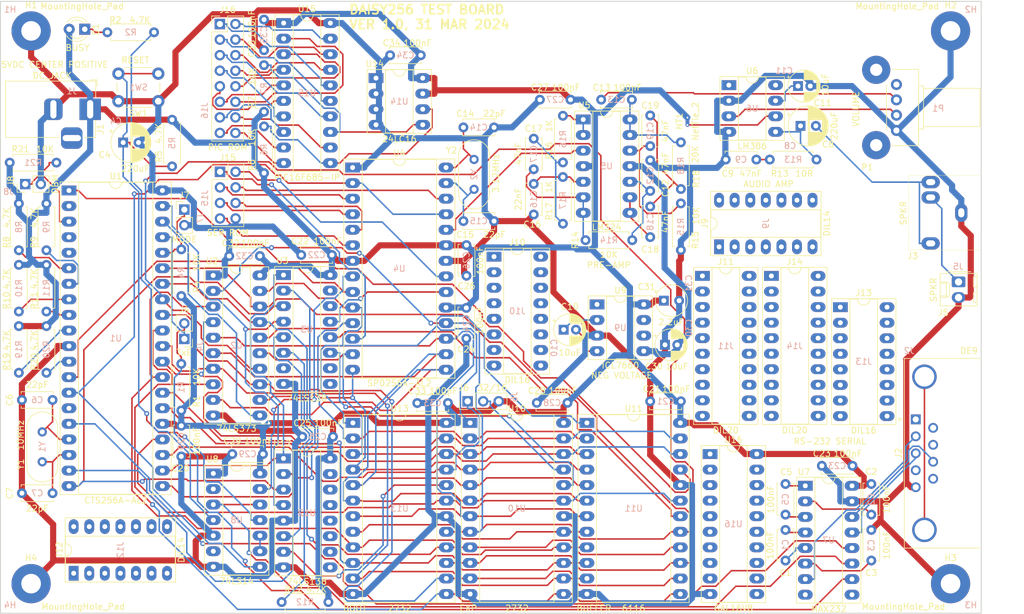
<source format=kicad_pcb>
(kicad_pcb (version 20211014) (generator pcbnew)
  (layers (0 "F.Cu" signal) (31 "B.Cu" signal) (34 "B.Paste" user) (35 "F.Paste" user) (36 "B.SilkS" user "B.Silkscreen") (37 "F.SilkS" user "F.Silkscreen") (38 "B.Mask" user) (39 "F.Mask" user) (44 "Edge.Cuts" user))
  (net 0 "")
  (net 1 "Net-(C1-Pad1)")
  (net 2 "GND")
  (net 3 "Net-(C1-Pad2)")
  (net 4 "Net-(C8-Pad1)")
  (net 5 "Net-(C10-Pad1)")
  (net 6 "Net-(C12-Pad1)")
  (net 7 "Net-(C13-Pad1)")
  (net 8 "Net-(C13-Pad2)")
  (net 9 "VCC")
  (net 10 "/A7")
  (net 11 "/A6")
  (net 12 "/A5")
  (net 13 "/A4")
  (net 14 "/A3")
  (net 15 "/A2")
  (net 16 "/A1")
  (net 17 "/A0")
  (net 18 "/D0")
  (net 19 "/D1")
  (net 20 "/D2")
  (net 21 "/D3")
  (net 22 "/D4")
  (net 23 "/D5")
  (net 24 "/D6")
  (net 25 "/D7")
  (net 26 "/A10")
  (net 27 "/RW")
  (net 28 "/A9")
  (net 29 "/A8")
  (net 31 "Net-(R12-Pad1)")
  (net 32 "/A15")
  (net 33 "/A14")
  (net 34 "/A13")
  (net 35 "/A12")
  (net 36 "/A11")
  (net 37 "/BUSY")
  (net 38 "Net-(C2-Pad1)")
  (net 39 "Net-(C5-Pad1)")
  (net 40 "Net-(C8-Pad2)")
  (net 41 "Net-(C10-Pad2)")
  (net 42 "Net-(C16-Pad1)")
  (net 43 "Net-(C17-Pad2)")
  (net 44 "Net-(C17-Pad1)")
  (net 45 "Net-(C18-Pad2)")
  (net 46 "Net-(C18-Pad1)")
  (net 47 "Net-(C19-Pad2)")
  (net 49 "Net-(J2-Pad2)")
  (net 50 "Net-(J2-Pad3)")
  (net 54 "Net-(J2-Pad8)")
  (net 56 "Net-(C5-Pad2)")
  (net 57 "Net-(R16-Pad2)")
  (net 58 "Net-(U1-Pad38)")
  (net 59 "Net-(U1-Pad16)")
  (net 60 "Net-(U1-Pad14)")
  (net 61 "Net-(U1-Pad13)")
  (net 64 "Net-(U3-Pad13)")
  (net 67 "Net-(U4-Pad24)")
  (net 68 "Net-(U4-Pad8)")
  (net 70 "-5V")
  (net 73 "Net-(U8-Pad10)")
  (net 74 "Net-(C6-Pad2)")
  (net 75 "Net-(C7-Pad2)")
  (net 76 "/MODE")
  (net 77 "Net-(C3-Pad1)")
  (net 78 "Net-(C4-Pad1)")
  (net 79 "Net-(C9-Pad1)")
  (net 80 "Net-(C11-Pad1)")
  (net 81 "Net-(C14-Pad2)")
  (net 82 "Net-(C15-Pad2)")
  (net 84 "Net-(J4-Pad1)")
  (net 85 "Net-(D1-Pad1)")
  (net 86 "Net-(R2-Pad1)")
  (net 87 "Net-(J6-Pad2)")
  (net 88 "Net-(J3-PadTN)")
  (net 89 "Net-(NT1-Pad1)")
  (net 96 "Net-(P1-Pad2)")
  (net 101 "/nENABLE")
  (net 102 "/nEPROM_CS")
  (net 103 "/nRAM_CS")
  (net 104 "Net-(R6-Pad2)")
  (net 105 "Net-(R7-Pad2)")
  (net 106 "/DISABLE")
  (net 107 "/C1")
  (net 108 "/C2")
  (net 109 "/C3")
  (net 110 "/SER_OUT")
  (net 111 "/nBOOT_CS")
  (net 119 "/SER_IN")
  (net 120 "/ROM_CLK")
  (net 121 "Net-(J4-Pad2)")
  (net 122 "/RC0")
  (net 123 "/RA0")
  (net 124 "unconnected-(J2-Pad0)")
  (net 125 "/RC1")
  (net 126 "/RA1")
  (net 127 "/RC2")
  (net 128 "/RA2")
  (net 129 "/RC3")
  (net 130 "/RA3")
  (net 131 "/RC4")
  (net 132 "/DBM")
  (net 251 "/RA4")
  (net 252 "/RC5")
  (net 253 "/RA5")
  (net 254 "/RC6")
  (net 255 "/RB5")
  (net 256 "/RC7")
  (net 257 "/RB7")
  (net 258 "Net-(R8-Pad1)")
  (net 259 "Net-(R9-Pad1)")
  (net 260 "Net-(R10-Pad1)")
  (net 261 "Net-(R11-Pad1)")
  (net 262 "Net-(R19-Pad1)")
  (net 263 "Net-(R20-Pad1)")
  (footprint "Crystal:Crystal_HC49-U_Vertical" (layer "F.Cu") (at 123.444 89.361 90)
    (fp_text reference "Y2")
    (fp_text value "3.12MHz")
  )
  (footprint "Crystal:Crystal_HC49-4H_Vertical" (layer "F.Cu") (at 53 128.97 -90)
    (fp_text reference "Y1")
    (fp_text value "10MHz")
  )
  (footprint "Package_DIP:DIP-24_W15.24mm_Socket_LongPads" (layer "F.Cu") (at 141.856 127.495)
    (fp_text reference "U11")
    (fp_text value "6116")
  )
  (footprint "Package_DIP:DIP-8_W7.62mm_Socket_LongPads" (layer "F.Cu") (at 165.012 72.35)
    (fp_text reference "U6")
    (fp_text value "LM386")
  )
  (footprint "Package_DIP:DIP-16_W7.62mm_Socket_LongPads" (layer "F.Cu") (at 92.355 103.35)
    (fp_text reference "U3")
    (fp_text value "74LS138")
  )
  (footprint "Package_DIP:DIP-20_W7.62mm_Socket_LongPads" (layer "F.Cu") (at 80.88 103.42)
    (fp_text reference "U2")
    (fp_text value "74LS373")
  )
  (footprint "Capacitor_THT:C_Disc_D5.0mm_W2.5mm_P5.00mm" (layer "F.Cu") (at 95.43 129.75)
    (fp_text reference "C25")
    (fp_text value "100nF")
  )
  (footprint "Capacitor_THT:C_Disc_D5.0mm_W2.5mm_P5.00mm" (layer "F.Cu") (at 122.205 103.47 90)
    (fp_text reference "C26")
    (fp_text value "100nF")
  )
  (footprint "Package_DIP:DIP-14_W7.62mm_Socket_LongPads" (layer "F.Cu") (at 80.905 135.75)
    (fp_text reference "U8")
    (fp_text value "74LS14")
  )
  (footprint "Capacitor_THT:C_Disc_D5.0mm_W2.5mm_P5.00mm" (layer "F.Cu") (at 133.68 124.22)
    (fp_text reference "C28")
    (fp_text value "100nF")
  )
  (footprint "Capacitor_THT:C_Disc_D5.0mm_W2.5mm_P5.00mm" (layer "F.Cu") (at 84 132.58)
    (fp_text reference "C29")
    (fp_text value "100nF")
  )
  (footprint "Capacitor_THT:C_Disc_D5.0mm_W2.5mm_P5.00mm" (layer "F.Cu") (at 126.705 94.545 180)
    (fp_text reference "C15")
    (fp_text value "22pF")
  )
  (footprint "Capacitor_THT:C_Disc_D5.0mm_W2.5mm_P5.00mm" (layer "F.Cu") (at 126.705 79.25 180)
    (fp_text reference "C14")
    (fp_text value "22pF")
  )
  (footprint "Package_DIP:DIP-14_W7.62mm_Socket_LongPads" (layer "F.Cu") (at 141.258 77.96)
    (fp_text reference "U5")
    (fp_text value "LM324")
  )
  (footprint "Capacitor_THT:C_Disc_D5.0mm_W2.5mm_P5.00mm" (layer "F.Cu") (at 152.18 92.16 -90)
    (fp_text reference "C18")
    (fp_text value "47nF")
  )
  (footprint "Capacitor_THT:C_Disc_D5.0mm_W2.5mm_P5.00mm" (layer "F.Cu") (at 169.5 84.5 180)
    (fp_text reference "C9")
    (fp_text value "47nF")
  )
  (footprint "Capacitor_THT:C_Disc_D5.0mm_W2.5mm_P5.00mm" (layer "F.Cu") (at 49.68 138.97)
    (fp_text reference "C7")
    (fp_text value "22pF")
  )
  (footprint "Capacitor_THT:C_Disc_D5.0mm_W2.5mm_P5.00mm" (layer "F.Cu") (at 49.68 123.75)
    (fp_text reference "C6")
    (fp_text value "22pF")
  )
  (footprint "Capacitor_THT:C_Disc_D5.0mm_W2.5mm_P5.00mm" (layer "F.Cu") (at 174.25 142.47 90)
    (fp_text reference "C5")
    (fp_text value "100nF")
  )
  (footprint "Capacitor_THT:C_Disc_D5.0mm_W2.5mm_P5.00mm" (layer "F.Cu") (at 188.25 149.97 90)
    (fp_text reference "C3")
    (fp_text value "100nF")
  )
  (footprint "Capacitor_THT:C_Disc_D5.0mm_W2.5mm_P5.00mm" (layer "F.Cu") (at 180.18 134.5)
    (fp_text reference "C23")
    (fp_text value "100nF")
  )
  (footprint "Capacitor_THT:C_Disc_D5.0mm_W2.5mm_P5.00mm" (layer "F.Cu") (at 122.18 113.72 90)
    (fp_text reference "C24")
    (fp_text value "100nF")
  )
  (footprint "Capacitor_THT:C_Disc_D5.0mm_W2.5mm_P5.00mm" (layer "F.Cu") (at 75.68 132.97 90)
    (fp_text reference "C20")
    (fp_text value "100nF")
  )
  (footprint "Capacitor_THT:C_Disc_D5.0mm_W2.5mm_P5.00mm" (layer "F.Cu") (at 152.18 123.97)
    (fp_text reference "C21")
    (fp_text value "100nF")
  )
  (footprint "Capacitor_THT:C_Disc_D5.0mm_W2.5mm_P5.00mm" (layer "F.Cu") (at 95.25 100.08)
    (fp_text reference "C22")
    (fp_text value "100nF")
  )
  (footprint "Capacitor_THT:C_Disc_D5.0mm_W2.5mm_P5.00mm" (layer "F.Cu") (at 188.25 142.47 90)
    (fp_text reference "C2")
    (fp_text value "100nF")
  )
  (footprint "Capacitor_THT:C_Disc_D5.0mm_W2.5mm_P5.00mm" (layer "F.Cu") (at 174.25 149.97 90)
    (fp_text reference "C1")
    (fp_text value "100nF")
  )
  (footprint "Package_DIP:DIP-24_W15.24mm_Socket_LongPads" (layer "F.Cu") (at 122.806 127.495)
    (fp_text reference "U10")
    (fp_text value "2732")
  )
  (footprint "Package_DIP:DIP-40_W15.24mm_Socket_LongPads" (layer "F.Cu") (at 57.361 89.55)
    (fp_text reference "U1")
    (fp_text value "CTS256A-AL2")
  )
  (footprint "Resistor_THT:R_Axial_DIN0207_L6.3mm_D2.5mm_P7.62mm_Horizontal" (layer "F.Cu") (at 179.31 84.5 180)
    (fp_text reference "R13")
    (fp_text value "10R")
  )
  (footprint "Resistor_THT:R_Axial_DIN0207_L6.3mm_D2.5mm_P7.62mm_Horizontal" (layer "F.Cu") (at 92.06 156.75)
    (fp_text reference "R12")
    (fp_text value "4.7K")
  )
  (footprint "Resistor_THT:R_Axial_DIN0207_L6.3mm_D2.5mm_P7.62mm_Horizontal" (layer "F.Cu") (at 74.18 77.993 -90)
    (fp_text reference "R5")
    (fp_text value "4.7K")
  )
  (footprint "Potentiometer:Potentiometer_Bourns_PTV111-1_Single_Horizontal" (layer "F.Cu") (at 192.35 79.75)
    (fp_text reference "P1")
    (fp_text value "10K" hide)
  )
  (footprint "Audio Jack:Jack_3.5mm_CUI_SJ1-3544_Horizontal" (layer "F.Cu") (at 202.93 93.186 180)
    (fp_text reference "J3")
    (fp_text value "Audio Out" hide)
  )
  (footprint "Connector_BarrelJack:BarrelJack_Horizontal" (layer "F.Cu") (at 60.8155 76.2925)
    (fp_text reference "J1")
    (fp_text value "DC_JACK")
  )
  (footprint "Capacitor_THT:CP_Radial_D6.3mm_P2.50mm" (layer "F.Cu") (at 176.7029 79)
    (fp_text reference "C8")
    (fp_text value "220uF")
  )
  (footprint "Capacitor_THT:C_Disc_D5.0mm_W2.5mm_P5.00mm" (layer "F.Cu") (at 133.18 81.082 -90)
    (fp_text reference "C17")
    (fp_text value "47nF")
  )
  (footprint "Capacitor_THT:C_Disc_D5.0mm_W2.5mm_P5.00mm" (layer "F.Cu") (at 133.18 88.47 -90)
    (fp_text reference "C16")
    (fp_text value "22nF")
  )
  (footprint "Capacitor_THT:C_Disc_D5.0mm_W2.5mm_P5.00mm" (layer "F.Cu") (at 152.18 89.62 90)
    (fp_text reference "C12")
    (fp_text value "47nF")
  )
  (footprint "Capacitor_THT:C_Disc_D5.0mm_W2.5mm_P5.00mm" (layer "F.Cu") (at 134.18 74.72)
    (fp_text reference "C27")
    (fp_text value "100nF")
  )
  (footprint "Resistor_THT:R_Axial_DIN0207_L6.3mm_D2.5mm_P7.62mm_Horizontal" (layer "F.Cu") (at 157.18 89.31 90)
    (fp_text reference "R18")
    (fp_text value "20K")
  )
  (footprint "Capacitor_THT:C_Disc_D5.0mm_W2.5mm_P5.00mm" (layer "F.Cu") (at 152.18 77.304 -90)
    (fp_text reference "C19")
    (fp_text value "47nF")
  )
  (footprint "Resistor_THT:R_Axial_DIN0207_L6.3mm_D2.5mm_P7.62mm_Horizontal" (layer "F.Cu") (at 157.18 91.66 -90)
    (fp_text reference "R15")
    (fp_text value "10K")
  )
  (footprint "Resistor_THT:R_Axial_DIN0207_L6.3mm_D2.5mm_P7.62mm_Horizontal" (layer "F.Cu") (at 137.939 84.97 90)
    (fp_text reference "R16")
    (fp_text value "1K")
  )
  (footprint "Resistor_THT:R_Axial_DIN0207_L6.3mm_D2.5mm_P7.62mm_Horizontal" (layer "F.Cu") (at 141.629 97.66)
    (fp_text reference "R14")
    (fp_text value "10K")
  )
  (footprint "Resistor_THT:R_Axial_DIN0207_L6.3mm_D2.5mm_P7.62mm_Horizontal" (layer "F.Cu") (at 137.939 94.97 90)
    (fp_text reference "R17")
    (fp_text value "1K")
  )
  (footprint "Connector_Dsub:DSUB-9_Female_Horizontal_P2.77x2.84mm_EdgePinOffset7.70mm_Housed_MountingHolesOffset9.12mm" (layer "F.Cu") (at 195.4997 126.92 90)
    (fp_text reference "J2")
    (fp_text value "DE9")
  )
  (footprint "Package_DIP:DIP-28_W15.24mm_Socket_LongPads" (layer "F.Cu") (at 103.632 85.805)
    (fp_text reference "U4")
    (fp_text value "SP0256A-AL2")
  )
  (footprint "Package_DIP:DIP-16_W7.62mm_Socket_LongPads" (layer "F.Cu") (at 177.485 137.765)
    (fp_text reference "U7")
    (fp_text value "MAX232")
  )
  (footprint "Capacitor_THT:C_Disc_D5.0mm_W2.5mm_P5.00mm" (layer "F.Cu") (at 149.18 74.72 180)
    (fp_text reference "C13")
    (fp_text value "100nF")
  )
  (footprint "Capacitor_THT:CP_Radial_D6.3mm_P2.50mm" (layer "F.Cu") (at 66.2005 81.72)
    (fp_text reference "C4")
    (fp_text value "220uF")
  )
  (footprint "Resistor_THT:R_Axial_DIN0207_L6.3mm_D2.5mm_P7.62mm_Horizontal" (layer "F.Cu") (at 75.68 125.47 90)
    (fp_text reference "R1")
    (fp_text value "10K")
  )
  (footprint "Button_Switch_THT:SW_PUSH_6mm" (layer "F.Cu") (at 71.93 74.97 180)
    (fp_text reference "SW1")
    (fp_text value "RESET")
  )
  (footprint "Connector_PinHeader_2.54mm:PinHeader_1x02_P2.54mm_Vertical" (layer "F.Cu") (at 76.18 113.785 180)
    (fp_text reference "J4")
    (fp_text value "TxE")
  )
  (footprint "LED_THT:LED_D3.0mm" (layer "F.Cu") (at 59.935 63.22 180)
    (fp_text reference "D1")
    (fp_text value "BUSY")
  )
  (footprint "Resistor_THT:R_Axial_DIN0207_L6.3mm_D2.5mm_P7.62mm_Horizontal" (layer "F.Cu") (at 71.24 63.72 180)
    (fp_text reference "R2")
    (fp_text value "4.7K")
  )
  (footprint "Connector_PinHeader_2.54mm:PinHeader_1x03_P2.54mm_Vertical" (layer "F.Cu") (at 122.39 123.97 90)
    (fp_text reference "J6")
    (fp_text value "32/16")
  )
  (footprint "Capacitor_THT:CP_Radial_D5.0mm_P2.00mm" (layer "F.Cu") (at 176.2921 72.5)
    (fp_text reference "C11")
    (fp_text value "10uF")
  )
  (footprint "Connector_Molex:Molex_KK-254_AE-6410-02A_1x02_P2.54mm_Vertical" (layer "F.Cu") (at 202.48 104.48 -90)
    (fp_text reference "J5")
    (fp_text value "SPKR")
  )
  (footprint "Capacitor_THT:CP_Radial_D5.0mm_P2.00mm" (layer "F.Cu") (at 138.0642 112.2693)
    (fp_text reference "C10")
    (fp_text value "10uF")
  )
  (footprint "Package_DIP:DIP-8_W7.62mm_Socket_LongPads" (layer "F.Cu") (at 143.5051 108.1551)
    (fp_text reference "U9")
    (fp_text value "ICL7660")
  )
  (footprint "Capacitor_THT:CP_Radial_D5.0mm_P2.00mm" (layer "F.Cu") (at 154.5898 114.75)
    (fp_text reference "C30")
    (fp_text value "10uF")
  )
  (footprint "Capacitor_THT:CP_Radial_Tantal_D5.0mm_P2.50mm" (layer "F.Cu") (at 154.404 107.53)
    (fp_text reference "C31")
    (fp_text value "2.2uF")
  )
  (footprint "Package_DIP:DIP-14_W7.62mm_Socket_LongPads" (layer "F.Cu") (at 58.125 152.05 90)
    (fp_text reference "J12")
    (fp_text value "DIL14")
  )
  (footprint "Connector_PinHeader_2.54mm:PinHeader_1x02_P2.54mm_Vertical" (layer "F.Cu") (at 76.18 92.675)
    (fp_text reference "J7")
    (fp_text value "MODE")
  )
  (footprint "MountingHole:MountingHole_3.2mm_M3_Pad" (layer "F.Cu") (at 51.18 153.7422)
    (fp_text reference "H4")
    (fp_text value "MountingHole_Pad")
  )
  (footprint "Connector_PinHeader_2.54mm:PinHeader_2x08_P2.54mm_Vertical" (layer "F.Cu") (at 81.975 62.375)
    (fp_text reference "J16")
    (fp_text value "PIC ROM")
  )
  (footprint "Package_DIP:DIP-14_W7.62mm_Socket_LongPads" (layer "F.Cu") (at 163.42 98.75 90)
    (fp_text reference "J9")
    (fp_text value "DIL14")
  )
  (footprint "Capacitor_THT:C_Disc_D5.0mm_W2.5mm_P5.00mm" (layer "F.Cu") (at 109.75 67.47)
    (fp_text reference "C34")
    (fp_text value "100nF")
  )
  (footprint "Resistor_THT:R_Axial_DIN0207_L6.3mm_D2.5mm_P7.62mm_Horizontal" (layer "F.Cu") (at 89.18 76.705 90)
    (fp_text reference "R7")
    (fp_text value "10K")
  )
  (footprint "Connector_PinHeader_2.54mm:PinHeader_2x04_P2.54mm_Vertical" (layer "F.Cu") (at 82 86.5)
    (fp_text reference "J15")
    (fp_text value "SER ROM")
  )
  (footprint "Package_DIP:DIP-16_W7.62mm_Socket_LongPads" (layer "F.Cu") (at 126.7 100.35)
    (fp_text reference "J10")
    (fp_text value "DIL16")
  )
  (footprint "Package_DIP:DIP-20_W7.62mm_Socket_LongPads" (layer "F.Cu") (at 161.95 132.575)
    (fp_text reference "U16")
    (fp_text value "GAL16V8")
  )
  (footprint "Package_DIP:DIP-16_W7.62mm_Socket_LongPads" (layer "F.Cu") (at 92.355 133.301)
    (fp_text reference "U12")
    (fp_text value "74LS138")
  )
  (footprint "Resistor_THT:R_Axial_DIN0207_L6.3mm_D2.5mm_P7.62mm_Horizontal" (layer "F.Cu") (at 53.68 99.31 90)
    (fp_text reference "R9")
    (fp_text value "4.7K")
  )
  (footprint "Package_DIP:DIP-16_W7.62mm_Socket_LongPads" (layer "F.Cu") (at 183.2 108.6)
    (fp_text reference "J13")
    (fp_text value "DIL16")
  )
  (footprint "Resistor_THT:R_Axial_DIN0207_L6.3mm_D2.5mm_P7.62mm_Horizontal" (layer "F.Cu") (at 53.68 109.31 90)
    (fp_text reference "R11")
    (fp_text value "4.7K")
  )
  (footprint "Resistor_THT:R_Axial_DIN0207_L6.3mm_D2.5mm_P7.62mm_Horizontal" (layer "F.Cu") (at 49.18 99.31 90)
    (fp_text reference "R8")
    (fp_text value "4.7K")
  )
  (footprint "Connector_PinHeader_2.54mm:PinHeader_1x02_P2.54mm_Vertical" (layer "F.Cu") (at 50.225 88.5 90)
    (fp_text reference "J8")
    (fp_text value "DBM")
  )
  (footprint "Resistor_THT:R_Axial_DIN0207_L6.3mm_D2.5mm_P7.62mm_Horizontal" (layer "F.Cu") (at 49.18 109.31 90)
    (fp_text reference "R10")
    (fp_text value "4.7K")
  )
  (footprint "MountingHole:MountingHole_3.2mm_M3_Pad" (layer "F.Cu") (at 201.18 63.496)
    (fp_text reference "H2")
    (fp_text value "MountingHole_Pad")
  )
  (footprint "Resistor_THT:R_Axial_DIN0207_L6.3mm_D2.5mm_P7.62mm_Horizontal" (layer "F.Cu") (at 47.69 85)
    (fp_text reference "R21")
    (fp_text value "10K")
  )
  (footprint "Capacitor_THT:C_Disc_D5.0mm_W2.5mm_P5.00mm" (layer "F.Cu") (at 114.18 124.25)
    (fp_text reference "C33")
    (fp_text value "100nF")
  )
  (footprint "Capacitor_THT:C_Disc_D5.0mm_W2.5mm_P5.00mm" (layer "F.Cu") (at 83.5 100.25)
    (fp_text reference "C32")
    (fp_text value "100nF")
  )
  (footprint "Resistor_THT:R_Axial_DIN0207_L6.3mm_D2.5mm_P7.62mm_Horizontal" (layer "F.Cu") (at 53.68 119.31 90)
    (fp_text reference "R20")
    (fp_text value "4.7K")
  )
  (footprint "Package_DIP:DIP-8_W7.62mm_Socket_LongPads" (layer "F.Cu") (at 107.45 71.2)
    (fp_text reference "U14")
    (fp_text value "24LC16")
  )
  (footprint "Resistor_THT:R_Axial_DIN0207_L6.3mm_D2.5mm_P7.62mm_Horizontal" (layer "F.Cu") (at 49.18 119.31 90)
    (fp_text reference "R19")
    (fp_text value "4.7K")
  )
  (footprint "NetTie:NetTie-2_THT_Pad0.3mm" (layer "F.Cu") (at 158.25 78.85 90)
    (fp_text reference "NT1")
    (fp_text value "NetTie_2")
  )
  (footprint "MountingHole:MountingHole_3.2mm_M3_Pad" (layer "F.Cu") (at 201.18 153.7422)
    (fp_text reference "H3")
    (fp_text value "MountingHole_Pad")
  )
  (footprint "Resistor_THT:R_Axial_DIN0207_L6.3mm_D2.5mm_P7.62mm_Horizontal" (layer "F.Cu") (at 75.68 106.78 90)
    (fp_text reference "R4")
    (fp_text value "10K")
  )
  (footprint "Package_DIP:DIP-24_W15.24mm_Socket_LongPads" (layer "F.Cu") (at 103.68 127.495)
    (fp_text reference "U13")
    (fp_text value "2732")
  )
  (footprint "Capacitor_THT:C_Disc_D5.0mm_W2.5mm_P5.00mm" (layer "F.Cu") (at 89.18 66.645 90)
    (fp_text reference "C35")
    (fp_text value "100nF")
  )
  (footprint "Package_DIP:DIP-20_W7.62mm_Socket_LongPads" (layer "F.Cu") (at 92.38 62.22)
    (fp_text reference "U15")
    (fp_text value "PIC16F685-IP")
  )
  (footprint "MountingHole:MountingHole_3.2mm_M3_Pad" (layer "F.Cu") (at 51.18 63.496)
    (fp_text reference "H1")
    (fp_text value "MountingHole_Pad")
  )
  (footprint "Package_DIP:DIP-20_W7.62mm_Socket_LongPads" (layer "F.Cu") (at 160.7 103.5)
    (fp_text reference "J11")
    (fp_text value "DIL20")
  )
  (footprint "Resistor_THT:R_Axial_DIN0207_L6.3mm_D2.5mm_P7.62mm_Horizontal" (layer "F.Cu") (at 89.18 86.705 90)
    (fp_text reference "R6")
    (fp_text value "10K")
  )
  (footprint "Package_DIP:DIP-20_W7.62mm_Socket_LongPads" (layer "F.Cu") (at 171.95 103.5)
    (fp_text reference "J14")
    (fp_text value "DIL20")
  )
  (gr_line (start 46.18 158.57) (end 76.38 158.57) (layer "Edge.Cuts") (width 0.15))
  (gr_line (start 176.28 158.57) (end 206.18 158.57) (layer "Edge.Cuts") (width 0.15))
  (gr_line (start 46.18 58.67) (end 76.38 58.67) (layer "Edge.Cuts") (width 0.15))
  (gr_line (start 176.28 58.67) (end 76.38 58.67) (layer "Edge.Cuts") (width 0.15))
  (gr_line (start 206.18 58.67) (end 206.18 158.57) (layer "Edge.Cuts") (width 0.15))
  (gr_line (start 176.28 58.67) (end 206.18 58.67) (layer "Edge.Cuts") (width 0.15))
  (gr_line (start 76.38 158.57) (end 176.28 158.57) (layer "Edge.Cuts") (width 0.15))
  (gr_line (start 46.18 58.67) (end 46.18 158.57) (layer "Edge.Cuts") (width 0.15))
  (gr_text "5VDC CENTER POSITIVE" (at 55 69) (layer "F.SilkS") (effects (font (size 1 1))))
  (gr_text "NEG VOLTAGE" (at 147.5 119.75) (layer "F.SilkS") (effects (font (size 1 1))))
  (gr_text "DAISY256 TEST BOARD\nVER 1.0, 31 MAR 2024" (at 102.93 61.22) (layer "F.SilkS") (effects (font (size 1.5 1.5) (thickness 0.3)) (justify left)))
  (gr_text "VOLUME" (at 185.75 76.25 90) (layer "F.SilkS") (effects (font (size 1 1))))
  (gr_text "SPKR" (at 193.5 93.25 90) (layer "F.SilkS") (effects (font (size 1 1))))
  (gr_text "PRE-AMP" (at 145.43 101.72) (layer "F.SilkS") (effects (font (size 1 1))))
  (gr_text "AUDIO AMP" (at 171.5 88.5) (layer "F.SilkS") (effects (font (size 1 1))))
  (gr_text "EXP" (at 122.5 157.75) (layer "F.SilkS") (effects (font (size 1 1))))
  (gr_text "BUFFER" (at 143 157.75) (layer "F.SilkS") (effects (font (size 1 1))))
  (gr_text "RS-232 SERIAL" (at 181.5 130.5) (layer "F.SilkS") (effects (font (size 1 1))))
  (gr_text "BOOT" (at 104 157.75) (layer "F.SilkS") (effects (font (size 1 1))))
  (segment (start 177.485 147.925) (end 175.9597 147.925) (width 0.25) (layer "B.Cu") (net 1))
  (segment (start 175.9597 148.2603) (end 174.25 149.97) (width 0.25) (layer "B.Cu") (net 1))
  (segment (start 175.9597 147.925) (end 175.9597 148.2603) (width 0.25) (layer "B.Cu") (net 1))
  (segment (start 122.205 103.47) (end 121.8193 103.0843) (width 1) (layer "F.Cu") (net 2))
  (segment (start 64.3021 73.8421) (end 57.2659 73.8421) (width 1) (layer "F.Cu") (net 2))
  (segment (start 87.6585 65.1235) (end 89.18 66.645) (width 1) (layer "F.Cu") (net 2))
  (segment (start 204.480001 96.936301) (end 204.480001 106.815299) (width 1) (layer "F.Cu") (net 2))
  (segment (start 74.7296 66.9281) (end 74.7296 72.1704) (width 1) (layer "F.Cu") (net 2))
  (segment (start 143.5051 113.2351) (end 145.4054 113.2351) (width 1) (layer "F.Cu") (net 2))
  (segment (start 202.93 95.3863) (end 204.480001 96.936301) (width 1) (layer "F.Cu") (net 2))
  (segment (start 78.0374 149.9504) (end 78.0374 146.7917) (width 1) (layer "F.Cu") (net 2))
  (segment (start 151.5052 119.3349) (end 145.4054 113.2351) (width 1) (layer "F.Cu") (net 2))
  (segment (start 88.2875 60.1429) (end 87.6585 60.7719) (width 1) (layer "F.Cu") (net 2))
  (segment (start 154.5898 114.75) (end 154.5898 116.2503) (width 1) (layer "F.Cu") (net 2))
  (segment (start 185.105 140.305) (end 187.0053 140.305) (width 1) (layer "F.Cu") (net 2))
  (segment (start 54.7748 149.9504) (end 78.0374 149.9504) (width 1) (layer "F.Cu") (net 2))
  (segment (start 190.8377 140.305) (end 189.7563 140.305) (width 1) (layer "F.Cu") (net 2))
  (segment (start 189.7563 140.305) (end 187.0053 140.305) (width 1) (layer "F.Cu") (net 2))
  (segment (start 54.7748 150.1474) (end 51.18 153.7422) (width 1) (layer "F.Cu") (net 2))
  (segment (start 80.905 150.99) (end 79.0047 150.99) (width 1) (layer "F.Cu") (net 2))
  (segment (start 55.4607 115.4008) (end 49.68 121.1815) (width 1) (layer "F.Cu") (net 2))
  (segment (start 103.68 155.435) (end 101.7797 155.435) (width 1) (layer "F.Cu") (net 2))
  (segment (start 82.7803 126.28) (end 85.2843 128.784) (width 1) (layer "F.Cu") (net 2))
  (segment (start 154.5898 116.2503) (end 151.5052 119.3349) (width 1) (layer "F.Cu") (net 2))
  (segment (start 57.2659 73.8421) (end 54.8155 76.2925) (width 1) (layer "F.Cu") (net 2))
  (segment (start 157.18 99.28) (end 157.18 100.7803) (width 1) (layer "F.Cu") (net 2))
  (segment (start 193.9511 117.1192) (end 193.9511 137.1916) (width 1) (layer "F.Cu") (net 2))
  (segment (start 85.2843 128.784) (end 94.464 128.784) (width 1) (layer "F.Cu") (net 2))
  (segment (start 49.68 138.97) (end 49.68 123.75) (width 1) (layer "F.Cu") (net 2))
  (segment (start 136.3998 98.8398) (end 132.105 94.545) (width 1) (layer "F.Cu") (net 2))
  (segment (start 92.355 151.081) (end 94.2553 151.081) (width 1) (layer "F.Cu") (net 2))
  (segment (start 189.7563 143.4637) (end 188.25 144.97) (width 1) (layer "F.Cu") (net 2))
  (segment (start 152.18 132.739) (end 152.18 123.97) (width 1) (layer "F.Cu") (net 2))
  (segment (start 193.9511 137.1916) (end 194.7595 138) (width 1) (layer "F.Cu") (net 2))
  (segment (start 126.705 94.545) (end 132.105 94.545) (width 1) (layer "F.Cu") (net 2))
  (segment (start 87.6585 60.7719) (end 87.6585 65.1235) (width 1) (layer "F.Cu") (net 2))
  (segment (start 121.8193 103.0843) (end 121.8193 101.045) (width 1) (layer "F.Cu") (net 2))
  (segment (start 204.2753 107.02) (end 202.48 107.02) (width 1) (layer "F.Cu") (net 2))
  (segment (start 136.3998 106.1298) (end 136.3998 98.8398) (width 1) (layer "F.Cu") (net 2))
  (segment (start 54.7748 144.0648) (end 54.7748 149.9504) (width 1) (layer "F.Cu") (net 2))
  (segment (start 78.0374 150.0227) (end 78.0374 149.9504) (width 1) (layer "F.Cu") (net 2))
  (segment (start 202.93 93.186) (end 202.93 95.3863) (width 1) (layer "F.Cu") (net 2))
  (segment (start 201.18 153.7422) (end 200.0348 153.7422) (width 1) (layer "F.Cu") (net 2))
  (segment (start 49.68 138.97) (end 54.7748 144.0648) (width 1) (layer "F.Cu") (net 2))
  (segment (start 202.48 107.02) (end 202.48 108.5903) (width 1) (layer "F.Cu") (net 2))
  (segment (start 75.68 132.97) (end 83.61 132.97) (width 1) (layer "F.Cu") (net 2))
  (segment (start 121.8193 101.045) (end 126.705 96.1593) (width 1) (layer "F.Cu") (net 2))
  (segment (start 204.480001 106.815299) (end 204.2753 107.02) (width 1) (layer "F.Cu") (net 2))
  (segment (start 194.7595 138) (end 195.4997 138) (width 1) (layer "F.Cu") (net 2))
  (segment (start 96.0226 60.1429) (end 88.2875 60.1429) (width 1) (layer "F.Cu") (net 2))
  (segment (start 55.4607 114.95) (end 55.4607 115.4008) (width 1) (layer "F.Cu") (net 2))
  (segment (start 193.9511 137.1916) (end 190.8377 140.305) (width 1) (layer "F.Cu") (net 2))
  (segment (start 152.18 123.97) (end 152.18 120.0097) (width 1) (layer "F.Cu") (net 2))
  (segment (start 65.43 74.97) (end 64.3021 73.8421) (width 1) (layer "F.Cu") (net 2))
  (segment (start 99.9377 153.593) (end 96.7673 153.593) (width 1) (layer "F.Cu") (net 2))
  (segment (start 94.464 128.784) (end 95.43 129.75) (width 1) (layer "F.Cu") (net 2))
  (segment (start 143.5051 113.2351) (end 136.3998 106.1298) (width 1) (layer "F.Cu") (net 2))
  (segment (start 100 62.22) (end 98.0997 62.22) (width 1) (layer "F.Cu") (net 2))
  (segment (start 57.361 114.95) (end 55.4607 114.95) (width 1) (layer "F.Cu") (net 2))
  (segment (start 156.904 107.53) (end 156.904 101.0563) (width 1) (layer "F.Cu") (net 2))
  (segment (start 80.88 126.28) (end 82.7803 126.28) (width 1) (layer "F.Cu") (net 2))
  (segment (start 78.9191 145.91) (end 80.905 145.91) (width 1) (layer "F.Cu") (net 2))
  (segment (start 87.6585 60.7719) (end 80.8858 60.7719) (width 1) (layer "F.Cu") (net 2))
  (segment (start 98.0997 62.22) (end 96.0226 60.1429) (width 1) (layer "F.Cu") (net 2))
  (segment (start 189.7563 140.305) (end 189.7563 143.4637) (width 1) (layer "F.Cu") (net 2))
  (segment (start 79.0047 150.99) (end 78.0374 150.0227) (width 1) (layer "F.Cu") (net 2))
  (segment (start 126.705 96.1593) (end 126.705 94.545) (width 1) (layer "F.Cu") (net 2))
  (segment (start 51.18 67.7562) (end 51.18 63.496) (width 1) (layer "F.Cu") (net 2))
  (segment (start 157.096 137.655) (end 152.18 132.739) (width 1) (layer "F.Cu") (net 2))
  (segment (start 152.18 120.0097) (end 151.5052 119.3349) (width 1) (layer "F.Cu") (net 2))
  (segment (start 80.8858 60.7719) (end 74.7296 66.9281) (width 1) (layer "F.Cu") (net 2))
  (segment (start 101.7797 155.435) (end 99.9377 153.593) (width 1) (layer "F.Cu") (net 2))
  (segment (start 83.61 132.97) (end 84 132.58) (width 1) (layer "F.Cu") (net 2))
  (segment (start 118.872 101.045) (end 121.8193 101.045) (width 1) (layer "F.Cu") (net 2))
  (segment (start 78.0374 146.7917) (end 78.9191 145.91) (width 1) (layer "F.Cu") (net 2))
  (segment (start 202.48 108.5903) (end 193.9511 117.1192) (width 1) (layer "F.Cu") (net 2))
  (segment (start 96.7673 153.593) (end 94.2553 151.081) (width 1) (layer "F.Cu") (net 2))
  (segment (start 200.0348 153.7422) (end 189.7563 143.4637) (width 1) (layer "F.Cu") (net 2))
  (segment (start 74.7296 72.1704) (end 71.93 74.97) (width 1) (layer "F.Cu") (net 2))
  (segment (start 49.68 121.1815) (end 49.68 123.75) (width 1) (layer "F.Cu") (net 2))
  (segment (start 132.105 94.545) (end 133.18 93.47) (width 1) (layer "F.Cu") (net 2))
  (segment (start 54.7748 149.9504) (end 54.7748 150.1474) (width 1) (layer "F.Cu") (net 2))
  (segment (start 65.43 74.97) (end 71.93 74.97) (width 1) (layer "F.Cu") (net 2))
  (segment (start 156.904 101.0563) (end 157.18 100.7803) (width 1) (layer "F.Cu") (net 2))
  (segment (start 57.2659 73.8421) (end 51.18 67.7562) (width 1) (layer "F.Cu") (net 2))
  (segment (start 170.9626 70.8397) (end 177.2501 70.8397) (width 1) (layer "B.Cu") (net 2))
  (segment (start 95.43 129.75) (end 94.2553 128.5753) (width 1) (layer "B.Cu") (net 2))
  (segment (start 84.3319 152.5166) (end 89.5465 152.5166) (width 1) (layer "B.Cu") (net 2))
  (segment (start 139.9557 156.0858) (end 139.9557 155.435) (width 1) (layer "B.Cu") (net 2))
  (segment (start 83.5 95.6704) (end 78.1857 95.6704) (width 1) (layer "B.Cu") (net 2))
  (segment (start 158.6803 96.2794) (end 158.6803 85.8599) (width 1) (layer "B.Cu") (net 2))
  (segment (start 68.7005 81.72) (end 70.9753 83.9948) (width 1) (layer "B.Cu") (net 2))
  (segment (start 139.9557 142.7444) (end 139.9463 142.735) (width 1) (layer "B.Cu") (net 2))
  (segment (start 120.9057 144.7207) (end 118.92 142.735) (width 1) (layer "B.Cu") (net 2))
  (segment (start 105.5323 85.5987) (end 110.1181 81.0129) (width 1) (layer "B.Cu") (net 2))
  (segment (start 122.18 118.0542) (end 122.18 113.72) (width 1) (layer "B.Cu") (net 2))
  (segment (start 82.8053 150.99) (end 84.3319 152.5166) (width 1) (layer "B.Cu") (net 2))
  (segment (start 153.4199 85.8599) (end 152.18 84.62) (width 1) (layer "B.Cu") (net 2))
  (segment (start 105.5323 85.805) (end 105.5323 85.5987) (width 1) (layer "B.Cu") (net 2))
  (segment (start 107.9251 76.28) (end 107.9251 73.74) (width 1) (layer "B.Cu") (net 2))
  (segment (start 158.9964 155.435) (end 160.0497 155.435) (width 1) (layer "B.Cu") (net 2))
  (segment (start 164.8421 74.89) (end 163.1117 74.89) (width 1) (layer "B.Cu") (net 2))
  (segment (start 80.905 135.75) (end 82.8053 135.75) (width 1) (layer "B.Cu") (net 2))
  (segment (start 141.6048 116.2952) (end 133.68 124.22) (width 1) (layer "B.Cu") (net 2))
  (segment (start 115.9842 124.25) (end 122.18 118.0542) (width 1) (layer "B.Cu") (net 2))
  (segment (start 72.601 89.55) (end 75.7562 89.55) (width 1) (layer "B.Cu") (net 2))
  (segment (start 164.8421 74.89) (end 165.012 74.89) (width 1) (layer "B.Cu") (net 2))
  (segment (start 72.601 89.55) (end 70.7007 89.55) (width 1) (layer "B.Cu") (net 2))
  (segment (start 158.6803 85.8599) (end 153.4199 85.8599) (width 1) (layer "B.Cu") (net 2))
  (segment (start 165.012 79.97) (end 164.44 79.97) (width 1) (layer "B.Cu") (net 2))
  (segment (start 82.8053 133.7747) (end 84 132.58) (width 1) (layer "B.Cu") (net 2))
  (segment (start 52.765 78.343) (end 52.765 88.5) (width 1) (layer "B.Cu") (net 2))
  (segment (start 129.65 79.25) (end 134.18 74.72) (width 1) (layer "B.Cu") (net 2))
  (segment (start 70.7007 88.9285) (end 70.7007 89.55) (width 1) (layer "B.Cu") (net 2))
  (segment (start 92.355 121.13) (end 94.2553 121.13) (width 1) (layer "B.Cu") (net 2))
  (segment (start 154.5898 114.75) (end 154.5898 112.5688) (width 1) (layer "B.Cu") (net 2))
  (segment (start 80.905 150.99) (end 82.8053 150.99) (width 1) (layer "B.Cu") (net 2))
  (segment (start 107.9251 78.82) (end 110.1181 81.0129) (width 1) (layer "B.Cu") (net 2))
  (segment (start 178.2921 72.5) (end 185.1 72.5) (width 1) (layer "B.Cu") (net 2))
  (segment (start 70.9753 83.9948) (end 70.9753 88.6539) (width 1) (layer "B.Cu") (net 2))
  (segment (start 201.18 71.0383) (end 192.4683 79.75) (width 1) (layer "B.Cu") (net 2))
  (segment (start 156.904 110.2546) (end 156.904 107.53) (width 1) (layer "B.Cu") (net 2))
  (segment (start 178.2921 71.8817) (end 178.2921 72.5) (width 1) (layer "B.Cu") (net 2))
  (segment (start 122.3725 155.435) (end 123.9067 156.9692) (width 1) (layer "B.Cu") (net 2))
  (segment (start 82.7803 100.9697) (end 82.7803 103.42) (width 1) (layer "B.Cu") (net 2))
  (segment (start 161.95 155.435) (end 160.0497 155.435) (width 1) (layer "B.Cu") (net 2))
  (segment (start 163.1117 74.89) (end 163.1117 79.97) (width 1) (layer "B.Cu") (net 2))
  (segment (start 177.2501 70.8397) (end 178.2921 71.8817) (width 1) (layer "B.Cu") (net 2))
  (segment (start 95.25 100.08) (end 90.6149 95.4449) (width 1) (layer "B.Cu") (net 2))
  (segment (start 143.7563 155.435) (end 145.2832 156.9619) (width 1) (layer "B.Cu") (net 2))
  (segment (start 123.9067 156.9692) (end 139.0723 156.9692) (width 1) (layer "B.Cu") (net 2))
  (segment (start 94.2553 128.5753) (end 94.2553 121.13) (width 1) (layer "B.Cu") (net 2))
  (segment (start 54.8155 76.2925) (end 52.765 78.343) (width 1) (layer "B.Cu") (net 2))
  (segment (start 107.45 76.28) (end 107.9251 76.28) (width 1) (layer "B.Cu") (net 2))
  (segment (start 105.5803 155.435) (end 117.0197 143.9956) (width 1) (layer "B.Cu") (net 2))
  (segment (start 164.44 84.5) (end 163.0801 85.8599) (width 1) (layer "B.Cu") (net 2))
  (segment (start 120.9057 155.435) (end 120.9057 144.7207) (width 1) (layer "B.Cu") (net 2))
  (segment (start 201.4296 88.7113) (end 192.4683 79.75) (width 1) (layer "B.Cu") (net 2))
  (segment (start 192.4683 79.75) (end 192.35 79.75) (width 1) (layer "B.Cu") (net 2))
  (segment (start 141.6048 113.2351) (end 141.6048 116.2952) (width 1) (layer "B.Cu") (net 2))
  (segment (start 142.2895 155.435) (end 143.7563 155.435) (width 1) (layer "B.Cu") (net 2))
  (segment (start 158.1364 156.9619) (end 158.9964 156.1019) (width 1) (layer "B.Cu") (net 2))
  (segment (start 83.7255 95.4449) (end 84.54 95.4449) (width 1) (layer "B.Cu") (net 2))
  (segment (start 107.45 73.74) (end 107.9251 73.74) (width 1) (layer "B.Cu") (net 2))
  (segment (start 183.2047 137.5247) (end 180.18 134.5) (width 1) (layer "B.Cu") (net 2))
  (segment (start 157.18 97.7797) (end 158.6803 96.2794) (width 1) (layer "B.Cu") (net 2))
  (segment (start 157.096 137.655) (end 158.9963 137.655) (width 1) (layer "B.Cu") (net 2))
  (segment (start 117.0197 143.9956) (end 117.0197 142.735) (width 1) (layer "B.Cu") (net 2))
  (segment (start 202.93 90.9857) (end 201.4296 89.4853) (width 1) (layer "B.Cu") (net 2))
  (segment (start 125.1796 80.7754) (end 125.1796 81.0129) (width 1) (layer "B.Cu") (net 2))
  (segment (start 145.2832 156.9619) (end 158.1364 156.9619) (width 1) (layer "B.Cu") (net 2))
  (segment (start 92.355 151.081) (end 90.4547 151.081) (width 1) (layer "B.Cu") (net 2))
  (segment (start 107.45 71.2) (end 107.9251 71.2) (width 1) (layer "B.Cu") (net 2))
  (segment (start 139.9557 155.435) (end 139.9557 142.7444) (width 1) (layer "B.Cu") (net 2))
  (segment (start 122.806 155.435) (end 122.3725 155.435) (width 1) (layer "B.Cu") (net 2))
  (segment (start 154.5898 112.5688) (end 156.904 110.2546) (width 1) (layer "B.Cu") (net 2))
  (segment (start 125.1796 93.0196) (end 126.705 94.545) (width 1) (layer "B.Cu") (net 2))
  (segment (start 92.355 143.461) (end 90.4547 143.461) (width 1) (layer "B.Cu") (net 2))
  (segment (start 90.6149 95.4449) (end 84.54 95.4449) (width 1) (layer "B.Cu") (net 2))
  (segment (start 77.7303 91.5241) (end 77.7303 95.215) (width 1) (layer "B.Cu") (net 2))
  (segment (start 166.9123 74.89) (end 170.9626 70.8397) (width 1) (layer "B.Cu") (net 2))
  (segment (start 141.856 155.435) (end 139.9557 155.435) (width 1) (layer "B.Cu") (net 2))
  (segment (start 158.9964 137.6551) (end 158.9963 137.655) (width 1) (layer "B.Cu") (net 2))
  (segment (start 125.1796 81.0129) (end 125.1796 93.0196) (width 1) (layer "B.Cu") (net 2))
  (segment (start 138.046 142.735) (end 139.9463 142.735) (width 1) (layer "B.Cu") (net 2))
  (segment (start 163.0801 85.8599) (end 158.6803 85.8599) (width 1) (layer "B.Cu") (net 2))
  (segment (start 164.44 84.5) (end 164.44 79.97) (width 1) (layer "B.Cu") (net 2))
  (segment (start 107.9251 69.2949) (end 107.9251 71.2) (width 1) (layer "B.Cu") (net 2))
  (segment (start 114.18 124.25) (end 115.9842 124.25) (width 1) (layer "B.Cu") (net 2))
  (segment (start 108.4502 68.7698) (end 107.9251 69.2949) (width 1) (layer "B.Cu") (net 2))
  (segment (start 202.93 93.186) (end 202.93 90.9857) (width 1) (layer "B.Cu") (net 2))
  (segment (start 103.68 155.435) (end 105.5803 155.435) (width 1) (layer "B.Cu") (net 2))
  (segment (start 117.0197 142.735) (end 115.9842 141.6995) (width 1) (layer "B.Cu") (net 2))
  (segment (start 107.9251 71.2) (end 107.9251 73.74) (width 1) (layer "B.Cu") (net 2))
  (segment (start 83.5 95.6704) (end 83.7255 95.4449) (width 1) (layer "B.Cu") (net 2))
  (segment (start 115.9842 141.6995) (end 115.9842 124.25) (width 1) (layer "B.Cu") (net 2))
  (segment (start 84.54 94.12) (end 84.54 95.4449) (width 1) (layer "B.Cu") (net 2))
  (segment (start 122.3725 155.435) (end 120.9057 155.435) (width 1) (layer "B.Cu") (net 2))
  (segment (start 142.2895 155.435) (end 141.856 155.435) (width 1) (layer "B.Cu") (net 2))
  (segment (start 118.92 142.735) (end 117.0197 142.735) (width 1) (layer "B.Cu") (net 2))
  (segment (start 185.105 140.305) (end 183.2047 140.305) (width 1) (layer "B.Cu") (net 2))
  (segment (start 94.2553 130.9247) (end 95.43 129.75) (width 1) (layer "B.Cu") (net 2))
  (segment (start 143.5051 113.2351) (end 141.6048 113.2351) (width 1) (layer "B.Cu") (net 2))
  (segment (start 164.44 79.97) (end 163.1117 79.97) (width 1) (layer "B.Cu") (net 2))
  (segment (start 201.18 63.496) (end 201.18 71.0383) (width 1) (layer "B.Cu") (net 2))
  (segment (start 125.1796 81.0129) (end 110.1181 81.0129) (width 1) (layer "B.Cu") (net 2))
  (segment (start 126.705 79.25) (end 129.65 79.25) (width 1) (layer "B.Cu") (net 2))
  (segment (start 103.632 85.805) (end 105.5323 85.805) (width 1) (layer "B.Cu") (net 2))
  (segment (start 183.2047 140.305) (end 183.2047 137.5247) (width 1) (layer "B.Cu") (net 2))
  (segment (start 164.5 84.5) (end 164.44 84.5) (width 1) (layer "B.Cu") (net 2))
  (segment (start 201.4296 89.4853) (end 201.4296 88.7113) (width 1) (layer "B.Cu") (net 2))
  (segment (start 100 62.22) (end 101.9003 62.22) (width 1) (layer "B.Cu") (net 2))
  (segment (start 157.18 99.28) (end 157.18 97.7797) (width 1) (layer "B.Cu") (net 2))
  (segment (start 80.905 145.91) (end 75.68 140.685) (width 1) (layer "B.Cu") (net 2))
  (segment (start 80.88 103.42) (end 82.7803 103.42) (width 1) (layer "B.Cu") (net 2))
  (segment (start 82.8053 135.75) (end 82.8053 133.7747) (width 1) (layer "B.Cu") (net 2))
  (segment (start 78.1857 95.6704) (end 77.7303 95.215) (width 1) (layer "B.Cu") (net 2))
  (segment (start 83.5 100.25) (end 83.5 95.6704) (width 1) (layer "B.Cu") (net 2))
  (segment (start 83.5 100.25) (end 82.7803 100.9697) (width 1) (layer "B.Cu") (net 2))
  (segment (start 158.9964 155.435) (end 158.9964 137.6551) (width 1) (layer "B.Cu") (net 2))
  (segment (start 76.18 95.215) (end 77.7303 95.215) (width 1) (layer "B.Cu") (net 2))
  (segment (start 75.68 140.685) (end 75.68 132.97) (width 1) (layer "B.Cu") (net 2))
  (segment (start 101.9003 62.22) (end 108.4502 68.7698) (width 1) (layer "B.Cu") (net 2))
  (segment (start 75.7562 89.55) (end 77.7303 91.5241) (width 1) (layer "B.Cu") (net 2))
  (segment (start 90.4547 151.6084) (end 90.4547 151.081) (width 1) (layer "B.Cu") (net 2))
  (segment (start 126.705 79.25) (end 125.1796 80.7754) (width 1) (layer "B.Cu") (net 2))
  (segment (start 139.0723 156.9692) (end 139.9557 156.0858) (width 1) (layer "B.Cu") (net 2))
  (segment (start 107.45 78.82) (end 107.9251 78.82) (width 1) (layer "B.Cu") (net 2))
  (segment (start 158.9964 156.1019) (end 158.9964 155.435) (width 1) (layer "B.Cu") (net 2))
  (segment (start 165.012 74.89) (end 166.9123 74.89) (width 1) (layer "B.Cu") (net 2))
  (segment (start 94.2553 143.461) (end 94.2553 130.9247) (width 1) (layer "B.Cu") (net 2))
  (segment (start 185.1 72.5) (end 192.35 79.75) (width 1) (layer "B.Cu") (net 2))
  (segment (start 89.5465 152.5166) (end 90.4547 151.6084) (width 1) (layer "B.Cu") (net 2))
  (segment (start 70.9753 88.6539) (end 70.7007 88.9285) (width 1) (layer "B.Cu") (net 2))
  (segment (start 107.9251 76.28) (end 107.9251 78.82) (width 1) (layer "B.Cu") (net 2))
  (segment (start 71.93 74.97) (end 71.93 78.4905) (width 1) (layer "B.Cu") (net 2))
  (segment (start 71.93 78.4905) (end 68.7005 81.72) (width 1) (layer "B.Cu") (net 2))
  (segment (start 109.75 67.47) (end 108.4502 68.7698) (width 1) (layer "B.Cu") (net 2))
  (segment (start 92.355 143.461) (end 94.2553 143.461) (width 1) (layer "B.Cu") (net 2))
  (segment (start 90.4547 143.461) (end 90.4547 151.081) (width 1) (layer "B.Cu") (net 2))
  (segment (start 177.485 145.385) (end 174.665 145.385) (width 0.25) (layer "F.Cu") (net 3))
  (segment (start 174.665 145.385) (end 174.25 144.97) (width 0.25) (layer "F.Cu") (net 3))
  (segment (start 176.7029 79.97) (end 176.7029 81.8929) (width 0.25) (layer "B.Cu") (net 4))
  (segment (start 176.7029 79.97) (end 174.1573 79.97) (width 0.25) (layer "B.Cu") (net 4))
  (segment (start 172.632 79.97) (end 174.1573 79.97) (width 0.25) (layer "B.Cu") (net 4))
  (segment (start 176.7029 79) (end 176.7029 79.97) (width 0.25) (layer "B.Cu") (net 4))
  (segment (start 176.7029 81.8929) (end 179.31 84.5) (width 0.25) (layer "B.Cu") (net 4))
  (segment (start 143.5051 110.6951) (end 139.6384 110.6951) (width 0.25) (layer "B.Cu") (net 5))
  (segment (start 139.6384 110.6951) (end 138.0642 112.2693) (width 0.25) (layer "B.Cu") (net 5))
  (segment (start 148.878 88.12) (end 150.4033 88.12) (width 0.25) (layer "B.Cu") (net 6))
  (segment (start 152.1101 89.6899) (end 152.18 89.62) (width 0.25) (layer "B.Cu") (net 6))
  (segment (start 150.9642 90.6989) (end 151.9732 89.6899) (width 0.25) (layer "B.Cu") (net 6))
  (segment (start 150.4033 88.12) (end 151.9732 89.6899) (width 0.25) (layer "B.Cu") (net 6))
  (segment (start 149.249 96.5347) (end 150.9642 94.8195) (width 0.25) (layer "B.Cu") (net 6))
  (segment (start 151.9732 89.6899) (end 152.1101 89.6899) (width 0.25) (layer "B.Cu") (net 6))
  (segment (start 149.249 97.66) (end 149.249 96.5347) (width 0.25) (layer "B.Cu") (net 6))
  (segment (start 150.9642 94.8195) (end 150.9642 90.6989) (width 0.25) (layer "B.Cu") (net 6))
  (segment (start 148.878 77.96) (end 148.878 80.5) (width 0.25) (layer "B.Cu") (net 7))
  (segment (start 149.18 74.72) (end 148.878 75.022) (width 0.25) (layer "B.Cu") (net 7))
  (segment (start 148.878 75.022) (end 148.878 77.96) (width 0.25) (layer "B.Cu") (net 7))
  (segment (start 156.0547 81.69) (end 154.8647 80.5) (width 0.25) (layer "B.Cu") (net 7))
  (segment (start 154.8647 80.5) (end 148.878 80.5) (width 0.25) (layer "B.Cu") (net 7))
  (segment (start 157.18 81.69) (end 156.0547 81.69) (width 0.25) (layer "B.Cu") (net 7))
  (segment (start 145.3135 73.5865) (end 159.206 73.5865) (width 0.25) (layer "F.Cu") (net 8))
  (segment (start 159.3837 73.7642) (end 191.3642 73.7642) (width 0.25) (layer "F.Cu") (net 8))
  (segment (start 191.3642 73.7642) (end 192.35 74.75) (width 0.25) (layer "F.Cu") (net 8))
  (segment (start 159.206 73.5865) (end 159.3837 73.7642) (width 0.25) (layer "F.Cu") (net 8))
  (segment (start 144.18 74.72) (end 145.3135 73.5865) (width 0.25) (layer "F.Cu") (net 8))
  (segment (start 103.632 101.045) (end 105.5323 101.045) (width 1) (layer "F.Cu") (net 9))
  (segment (start 116.9703 73.1844) (end 116.9703 73.74) (width 1) (layer "F.Cu") (net 9))
  (segment (start 151.1251 108.1551) (end 152.2786 108.1551) (width 1) (layer "F.Cu") (net 9))
  (segment (start 64.9663 77.993) (end 74.18 77.993) (width 1) (layer "F.Cu") (net 9))
  (segment (start 106.2032 125.9946) (end 101.9827 125.9946) (width 1) (layer "F.Cu") (net 9))
  (segment (start 63.2658 76.2925) (end 64.9663 77.993) (width 1) (layer "F.Cu") (net 9))
  (segment (start 187.0053 137.47) (end 188.25 137.47) (width 1) (layer "F.Cu") (net 9))
  (segment (start 101.215 101.045) (end 103.632 101.045) (width 1) (layer "F.Cu") (net 9))
  (segment (start 187.0053 136.3253) (end 187.0053 137.47) (width 1) (layer "F.Cu") (net 9))
  (segment (start 158.9963 127.495) (end 159.3817 127.8804) (width 1) (layer "F.Cu") (net 9))
  (segment (start 157.096 127.495) (end 158.9963 127.495) (width 1) (layer "F.Cu") (net 9))
  (segment (start 129.0203 123.97) (end 130.7722 125.7219) (width 1) (layer "F.Cu") (net 9))
  (segment (start 130.7722 125.7219) (end 138.046 125.7219) (width 1) (layer "F.Cu") (net 9))
  (segment (start 154.404 107.53) (end 152.9037 107.53) (width 1) (layer "F.Cu") (net 9))
  (segment (start 138.046 124.854) (end 138.046 125.7219) (width 1) (layer "F.Cu") (net 9))
  (segment (start 74.8213 127.97) (end 74.5013 127.65) (width 1) (layer "F.Cu") (net 9))
  (segment (start 89.18 61.645) (end 89.755 62.22) (width 1) (layer "F.Cu") (net 9))
  (segment (start 137.6444 73.1844) (end 139.18 74.72) (width 1) (layer "F.Cu") (net 9))
  (segment (start 152.2786 108.1551) (end 152.9037 107.53) (width 1) (layer "F.Cu") (net 9))
  (segment (start 101.9827 125.9946) (end 100.43 127.5473) (width 1) (layer "F.Cu") (net 9))
  (segment (start 185.18 134.5) (end 187.0053 136.3253) (width 1) (layer "F.Cu") (net 9))
  (segment (start 116.9703 73.1844) (end 137.6444 73.1844) (width 1) (layer "F.Cu") (net 9))
  (segment (start 60.8155 76.2925) (end 63.2658 76.2925) (width 1) (layer "F.Cu") (net 9))
  (segment (start 116.9703 71.2) (end 116.9703 73.1844) (width 1) (layer "F.Cu") (net 9))
  (segment (start 127.47 123.97) (end 129.0203 123.97) (width 1) (layer "F.Cu") (net 9))
  (segment (start 187.0053 137.47) (end 187.0053 137.765) (width 1) (layer "F.Cu") (net 9))
  (segment (start 72.601 127.65) (end 74.5013 127.65) (width 1) (layer "F.Cu") (net 9))
  (segment (start 159.3817 127.8804) (end 162.9751 127.8804) (width 1) (layer "F.Cu") (net 9))
  (segment (start 108.0723 98.505) (end 105.5323 101.045) (width 1) (layer "F.Cu") (net 9))
  (segment (start 100.25 100.08) (end 101.215 101.045) (width 1) (layer "F.Cu") (net 9))
  (segment (start 120.4623 125.5323) (end 125.9077 125.5323) (width 1) (layer "F.Cu") (net 9))
  (segment (start 138.046 125.7219) (end 138.046 127.495) (width 1) (layer "F.Cu") (net 9))
  (segment (start 185.105 137.765) (end 187.0053 137.765) (width 1) (layer "F.Cu") (net 9))
  (segment (start 118.872 98.505) (end 122.17 98.505) (width 1) (layer "F.Cu") (net 9))
  (segment (start 100.43 127.5473) (end 89.9766 127.5473) (width 1) (layer "F.Cu") (net 9))
  (segment (start 183.255 132.575) (end 185.18 134.5) (width 1) (layer "F.Cu") (net 9))
  (segment (start 138.68 124.22) (end 138.046 124.854) (width 1) (layer "F.Cu") (net 9))
  (segment (start 89.755 62.22) (end 92.38 62.22) (width 1) (layer "F.Cu") (net 9))
  (segment (start 49.18 111.69) (end 53.68 111.69) (width 1) (layer "F.Cu") (net 9))
  (segment (start 169.57 132.575) (end 183.255 132.575) (width 1) (layer "F.Cu") (net 9))
  (segment (start 162.9751 127.8804) (end 167.6697 132.575) (width 1) (layer "F.Cu") (net 9))
  (segment (start 115.07 71.2) (end 116.9703 71.2) (width 1) (layer "F.Cu") (net 9))
  (segment (start 100.43 127.5473) (end 100.43 129.75) (width 1) (layer "F.Cu") (net 9))
  (segment (start 119.18 124.25) (end 120.4623 125.5323) (width 1) (layer "F.Cu") (net 9))
  (segment (start 122.17 98.505) (end 122.205 98.47) (width 1) (layer "F.Cu") (net 9))
  (segment (start 169.57 132.575) (end 167.6697 132.575) (width 1) (layer "F.Cu") (net 9))
  (segment (start 75.68 127.97) (end 74.8213 127.97) (width 1) (layer "F.Cu") (net 9))
  (segment (start 118.872 98.505) (end 108.0723 98.505) (width 1) (layer "F.Cu") (net 9))
  (segment (start 118.92 127.495) (end 107.7036 127.495) (width 1) (layer "F.Cu") (net 9))
  (segment (start 107.7036 127.495) (end 106.2032 125.9946) (width 1) (layer "F.Cu") (net 9))
  (segment (start 125.9077 125.5323) (end 127.47 123.97) (width 1) (layer "F.Cu") (net 9))
  (segment (start 115.07 73.74) (end 116.9703 73.74) (width 1) (layer "F.Cu") (net 9))
  (via (at 89.9766 127.5473) (size 0.8) (drill 0.4) (layers "F.Cu" "B.Cu") (net 9))
  (segment (start 124.9156 98.8496) (end 123.7501 100.0151) (width 1) (layer "B.Cu") (net 9))
  (segment (start 49.18 90.1897) (end 47.69 88.6997) (width 1) (layer "B.Cu") (net 9))
  (segment (start 120.8203 126.8735) (end 119.18 125.2332) (width 1) (layer "B.Cu") (net 9))
  (segment (start 95.7806 60.7197) (end 94.2803 62.22) (width 1) (layer "B.Cu") (net 9))
  (segment (start 143.1583 98.6317) (end 143.1583 85.58) (width 1) (layer "B.Cu") (net 9))
  (segment (start 77.7304 108.8304) (end 77.7304 123.4196) (width 1) (layer "B.Cu") (net 9))
  (segment (start 47.69 88.6997) (end 47.69 85) (width 1) (layer "B.Cu") (net 9))
  (segment (start 143.1583 76.8467) (end 141.0316 74.72) (width 1) (layer "B.Cu") (net 9))
  (segment (start 52.1797 101.69) (end 51.4397 100.95) (width 1) (layer "B.Cu") (net 9))
  (segment (start 53.68 101.69) (end 53.68 103.1903) (width 1) (layer "B.Cu") (net 9))
  (segment (start 142.6296 99.1604) (end 143.1583 98.6317) (width 1) (layer "B.Cu") (net 9))
  (segment (start 148.8753 108.1551) (end 149.2248 108.1551) (width 1) (layer "B.Cu") (net 9))
  (segment (start 157.18 123.97) (end 157.138 124.012) (width 1) (layer "B.Cu") (net 9))
  (segment (start 89 132.58) (end 89 128.5239) (width 1) (layer "B.Cu") (net 9))
  (segment (start 113.1697 69.0503) (end 114.75 67.47) (width 1) (layer "B.Cu") (net 9))
  (segment (start 53.68 103.1903) (end 55.2015 104.7118) (width 1) (layer "B.Cu") (net 9))
  (segment (start 157.096 124.012) (end 157.096 127.495) (width 1) (layer "B.Cu") (net 9))
  (segment (start 122.18 108.665) (end 122.18 108.72) (width 1) (layer "B.Cu") (net 9))
  (segment (start 100.43 129.75) (end 99.975 130.205) (width 1) (layer "B.Cu") (net 9))
  (segment (start 51.4397 100.95) (end 51.4203 100.95) (width 1) (layer "B.Cu") (net 9))
  (segment (start 146.4227 116.4773) (end 148.8753 116.4773) (width 1) (layer "B.Cu") (net 9))
  (segment (start 148.8753 116.4773) (end 148.8753 108.1551) (width 1) (layer "B.Cu") (net 9))
  (segment (start 144.5513 76.8467) (end 148.1984 73.1996) (width 1) (layer "B.Cu") (net 9))
  (segment (start 75.68 125.47) (end 75.68 127.97) (width 1) (layer "B.Cu") (net 9))
  (segment (start 140.2396 99.1604) (end 139.9288 98.8496) (width 1) (layer "B.Cu") (net 9))
  (segment (start 113.1697 71.2) (end 113.1697 69.0503) (width 1) (layer "B.Cu") (net 9))
  (segment (start 148.8753 116.4773) (end 156.41 124.012) (width 1) (layer "B.Cu") (net 9))
  (segment (start 98.0747 153.6444) (end 99.68 155.2497) (width 1) (layer "B.Cu") (net 9))
  (segment (start 50.5302 94.5405) (end 50.8304 94.5405) (width 1) (layer "B.Cu") (net 9))
  (segment (start 53.68 91.69) (end 53.68 90.1897) (width 1) (layer "B.Cu") (net 9))
  (segment (start 139.9288 98.8496) (end 124.9156 98.8496) (width 1) (layer "B.Cu") (net 9))
  (segment (start 88.525 133.055) (end 88.525 135.75) (width 1) (layer "B.Cu") (net 9))
  (segment (start 118.872 108.665) (end 120.7723 108.665) (width 1) (layer "B.Cu") (net 9))
  (segment (start 92.38 62.22) (end 94.2803 62.22) (width 1) (layer "B.Cu") (net 9))
  (segment (start 89.18 86.705) (end 87.633 85.158) (width 1) (layer "B.Cu") (net 9))
  (segment (start 123.7501 100.0151) (end 123.7501 107.0949) (width 1) (layer "B.Cu") (net 9))
  (segment (start 96.5597 101.835) (end 90.085 101.835) (width 1) (layer "B.Cu") (net 9))
  (segment (start 50.8304 94.5405) (end 52.1806 93.1903) (width 1) (layer "B.Cu") (net 9))
  (segment (start 123.7501 107.0949) (end 122.18 108.665) (width 1) (layer "B.Cu") (net 9))
  (segment (start 51.4203 100.95) (end 50.6803 101.69) (width 1) (layer "B.Cu") (net 9))
  (segment (start 49.18 101.69) (end 50.6803 101.69) (width 1) (layer "B.Cu") (net 9))
  (segment (start 77.7304 123.4196) (end 75.68 125.47) (width 1) (layer "B.Cu") (net 9))
  (segment (start 49.18 91.69) (end 49.18 90.1897) (width 1) (layer "B.Cu") (net 9))
  (segment (start 90.085 101.835) (end 88.5 103.42) (width 1) (layer "B.Cu") (net 9))
  (segment (start 114.75 67.47) (end 107.9997 60.7197) (width 1) (layer "B.Cu") (net 9))
  (segment (start 49.18 93.1903) (end 50.5302 94.5405) (width 1) (layer "B.Cu") (net 9))
  (segment (start 77.9198 81.7328) (end 87.633 81.7328) (width 1) (layer "B.Cu") (net 9))
  (segment (start 60.8155 73.8422) (end 57.395 70.4217) (width 1) (layer "B.Cu") (net 9))
  (segment (start 148.8753 105.4061) (end 142.6296 99.1604) (width 1) (layer "B.Cu") (net 9))
  (segment (start 157.138 124.012) (end 157.096 124.012) (width 1) (layer "B.Cu") (net 9))
  (segment (start 89 128.5239) (end 89.9766 127.5473) (width 1) (layer "B.Cu") (net 9))
  (segment (start 55.2015 110.1685) (end 53.68 111.69) (width 1) (layer "B.Cu") (net 9))
  (segment (start 99.68 156.75) (end 99.68 155.2497) (width 1) (layer "B.Cu") (net 9))
  (segment (start 141.258 85.58) (end 143.1583 85.58) (width 1) (layer "B.Cu") (net 9))
  (segment (start 120.8203 127.495) (end 120.8203 126.8735) (width 1) (layer "B.Cu") (net 9))
  (segment (start 87.633 85.158) (end 87.633 81.7328) (width 1) (layer "B.Cu") (net 9))
  (segment (start 74.18 77.993) (end 77.9198 81.7328) (width 1) (layer "B.Cu") (net 9))
  (segment (start 156.41 124.012) (end 157.096 124.012) (width 1) (layer "B.Cu") (net 9))
  (segment (start 122.205 98.47) (end 123.7501 100.0151) (width 1) (layer "B.Cu") (net 9))
  (segment (start 100.25 100.08) (end 100.25 103.075) (width 1) (layer "B.Cu") (net 9))
  (segment (start 98.0747 133.301) (end 98.0747 153.6444) (width 1) (layer "B.Cu") (net 9))
  (segment (start 53.68 91.69) (end 53.68 93.1903) (width 1) (layer "B.Cu") (net 9))
  (segment (start 50.8304 94.5405) (end 50.8304 100.3601) (width 1) (layer "B.Cu") (net 9))
  (segment (start 138.68 124.22) (end 146.4227 116.4773) (width 1) (layer "B.Cu") (net 9))
  (segment (start 143.1583 76.8467) (end 144.5513 76.8467) (width 1) (layer "B.Cu") (net 9))
  (segment (start 55.2015 104.7118) (end 55.2015 110.1685) (width 1) (layer "B.Cu") (net 9))
  (segment (start 143.1583 85.58) (end 143.1583 76.8467) (width 1) (layer "B.Cu") (net 9))
  (segment (start 141.0316 74.72) (end 139.18 74.72) (width 1) (layer "B.Cu") (net 9))
  (segment (start 98.0747 103.35) (end 96.5597 101.835) (width 1) (layer "B.Cu") (net 9))
  (segment (start 122.18 108.665) (end 120.7723 108.665) (width 1) (layer "B.Cu") (net 9))
  (segment (start 119.18 125.2332) (end 119.18 124.25) (width 1) (layer "B.Cu") (net 9))
  (segment (start 153.7996 73.1996) (end 158.25 77.65) (width 1) (layer "B.Cu") (net 9))
  (segment (start 148.1984 73.1996) (end 153.7996 73.1996) (width 1) (layer "B.Cu") (net 9))
  (segment (start 89 128.5239) (end 88.4461 127.97) (width 1) (layer "B.Cu") (net 9))
  (segment (start 50.8304 100.3601) (end 51.4203 100.95) (width 1) (layer "B.Cu") (net 9))
  (segment (start 88.4461 127.97) (end 75.68 127.97) (width 1) (layer "B.Cu") (net 9))
  (segment (start 52.1806 93.1903) (end 53.68 93.1903) (width 1) (layer "B.Cu") (net 9))
  (segment (start 87.633 81.7328) (end 87.633 78.252) (width 1) (layer "B.Cu") (net 9))
  (segment (start 75.68 106.78) (end 77.7304 108.8304) (width 1) (layer "B.Cu") (net 9))
  (segment (start 99.975 130.205) (end 99.975 133.301) (width 1) (layer "B.Cu") (net 9))
  (segment (start 49.18 91.69) (end 49.18 93.1903) (width 1) (layer "B.Cu") (net 9))
  (segment (start 148.8753 108.1551) (end 148.8753 105.4061) (width 1) (layer "B.Cu") (net 9))
  (segment (start 53.68 90.1897) (end 60.8155 83.0542) (width 1) (layer "B.Cu") (net 9))
  (segment (start 53.68 101.69) (end 52.1797 101.69) (width 1) (layer "B.Cu") (net 9))
  (segment (start 142.6296 99.1604) (end 140.2396 99.1604) (width 1) (layer "B.Cu") (net 9))
  (segment (start 107.9997 60.7197) (end 95.7806 60.7197) (width 1) (layer "B.Cu") (net 9))
  (segment (start 57.395 70.4217) (end 57.395 63.22) (width 1) (layer "B.Cu") (net 9))
  (segment (start 115.07 71.2) (end 113.1697 71.2) (width 1) (layer "B.Cu") (net 9))
  (segment (start 100.25 103.075) (end 99.975 103.35) (width 1) (layer "B.Cu") (net 9))
  (segment (start 60.8155 76.2925) (end 60.8155 73.8422) (width 1) (layer "B.Cu") (net 9))
  (segment (start 89 132.58) (end 88.525 133.055) (width 1) (layer "B.Cu") (net 9))
  (segment (start 87.633 78.252) (end 89.18 76.705) (width 1) (layer "B.Cu") (net 9))
  (segment (start 118.92 127.495) (end 120.8203 127.495) (width 1) (layer "B.Cu") (net 9))
  (segment (start 60.8155 83.0542) (end 60.8155 76.2925) (width 1) (layer "B.Cu") (net 9))
  (segment (start 90.085 101.835) (end 88.5 100.25) (width 1) (layer "B.Cu") (net 9))
  (segment (start 151.1251 108.1551) (end 149.2248 108.1551) (width 1) (layer "B.Cu") (net 9))
  (segment (start 89.18 89.01) (end 89.18 86.705) (width 1) (layer "B.Cu") (net 9))
  (segment (start 99.975 103.35) (end 98.0747 103.35) (width 1) (layer "B.Cu") (net 9))
  (segment (start 100.25 100.08) (end 89.18 89.01) (width 1) (layer "B.Cu") (net 9))
  (segment (start 99.975 133.301) (end 98.0747 133.301) (width 1) (layer "B.Cu") (net 9))
  (segment (start 88.5 105.96) (end 90.0253 105.96) (width 0.25) (layer "F.Cu") (net 10))
  (segment (start 98.0762 107.1397) (end 95.6671 104.7306) (width 0.25) (layer "F.Cu") (net 10))
  (segment (start 91.2547 104.7306) (end 90.0253 105.96) (width 0.25) (layer "F.Cu") (net 10))
  (segment (start 103.632 108.665) (end 102.1067 108.665) (width 0.25) (layer "F.Cu") (net 10))
  (segment (start 102.1067 108.5695) (end 100.6769 107.1397) (width 0.25) (layer "F.Cu") (net 10))
  (segment (start 100.6769 107.1397) (end 98.0762 107.1397) (width 0.25) (layer "F.Cu") (net 10))
  (segment (start 95.6671 104.7306) (end 91.2547 104.7306) (width 0.25) (layer "F.Cu") (net 10))
  (segment (start 102.1067 108.665) (end 102.1067 108.5695) (width 0.25) (layer "F.Cu") (net 10))
  (segment (start 104.4303 112.475) (end 102.8897 112.475) (width 0.25) (layer "B.Cu") (net 10))
  (segment (start 98.4365 122.2515) (end 98.4365 115.5728) (width 0.25) (layer "B.Cu") (net 10))
  (segment (start 122.806 127.495) (end 121.2146 125.9036) (width 0.25) (layer "B.Cu") (net 10))
  (segment (start 102.086 114.8705) (end 114.1427 114.8705) (width 0.25) (layer "B.Cu") (net 10))
  (segment (start 132.9447 126.3697) (end 139.2054 126.3697) (width 0.25) (layer "B.Cu") (net 10))
  (segment (start 125.1401 113.0492) (end 125.1401 118.5651) (width 0.25) (layer "B.Cu") (net 10))
  (segment (start 102.8897 112.475) (end 102.086 113.2787) (width 0.25) (layer "B.Cu") (net 10))
  (segment (start 105.1573 108.665) (end 105.1573 111.748) (width 0.25) (layer "B.Cu") (net 10))
  (segment (start 123.8455 119.2272) (end 123.8455 113.0842) (width 0.25) (layer "B.Cu") (net 10))
  (segment (start 117.3418 111.6714) (end 117.3418 110.7343) (width 0.25) (layer "B.Cu") (net 10))
  (segment (start 120.4053 112.122) (end 120.1721 112.3552) (width 0.25) (layer "B.Cu") (net 10))
  (segment (start 125.1401 118.5651) (end 132.9447 126.3697) (width 0.25) (layer "B.Cu") (net 10))
  (segment (start 114.1427 114.8705) (end 117.3418 111.6714) (width 0.25) (layer "B.Cu") (net 10))
  (segment (start 117.3418 110.7343) (end 118.0499 110.0262) (width 0.25) (layer "B.Cu") (net 10))
  (segment (start 118.0256 112.3552) (end 117.3418 111.6714) (width 0.25) (layer "B.Cu") (net 10))
  (segment (start 121.2146 125.9036) (end 121.2146 121.8581) (width 0.25) (layer "B.Cu") (net 10))
  (segment (start 102.1547 125.9697) (end 98.4365 122.2515) (width 0.25) (layer "B.Cu") (net 10))
  (segment (start 105.1573 111.748) (end 104.4303 112.475) (width 0.25) (layer "B.Cu") (net 10))
  (segment (start 122.8833 112.122) (end 120.4053 112.122) (width 0.25) (layer "B.Cu") (net 10))
  (segment (start 122.1171 110.0262) (end 125.1401 113.0492) (width 0.25) (layer "B.Cu") (net 10))
  (segment (start 99.1388 114.8705) (end 102.086 114.8705) (width 0.25) (layer "B.Cu") (net 10))
  (segment (start 102.086 113.2787) (end 102.086 114.8705) (width 0.25) (layer "B.Cu") (net 10))
  (segment (start 121.2146 121.8581) (end 123.8455 119.2272) (width 0.25) (layer "B.Cu") (net 10))
  (segment (start 141.856 127.495) (end 140.3307 127.495) (width 0.25) (layer "B.Cu") (net 10))
  (segment (start 118.0499 110.0262) (end 122.1171 110.0262) (width 0.25) (layer "B.Cu") (net 10))
  (segment (start 102.1547 127.495) (end 102.1547 125.9697) (width 0.25) (layer "B.Cu") (net 10))
  (segment (start 139.2054 126.3697) (end 140.3307 127.495) (width 0.25) (layer "B.Cu") (net 10))
  (segment (start 123.8455 113.0842) (end 122.8833 112.122) (width 0.25) (layer "B.Cu") (net 10))
  (segment (start 103.68 127.495) (end 102.1547 127.495) (width 0.25) (layer "B.Cu") (net 10))
  (segment (start 120.1721 112.3552) (end 118.0256 112.3552) (width 0.25) (layer "B.Cu") (net 10))
  (segment (start 103.632 108.665) (end 105.1573 108.665) (width 0.25) (layer "B.Cu") (net 10))
  (segment (start 98.4365 115.5728) (end 99.1388 114.8705) (width 0.25) (layer "B.Cu") (net 10))
  (segment (start 101.2163 112.0954) (end 91.5099 112.0954) (width 0.25) (layer "F.Cu") (net 11))
  (segment (start 88.5 113.58) (end 90.0253 113.58) (width 0.25) (layer "F.Cu") (net 11))
  (segment (start 105.2053 130.035) (end 106.3546 128.8857) (width 0.25) (layer "F.Cu") (net 11))
  (segment (start 125.4676 128.8987) (end 139.1944 128.8987) (width 0.25) (layer "F.Cu") (net 11))
  (segment (start 120.1314 128.8857) (end 121.2807 130.035) (width 0.25) (layer "F.Cu") (net 11))
  (segment (start 103.632 111.205) (end 102.1067 111.205) (width 0.25) (layer "F.Cu") (net 11))
  (segment (start 122.806 130.035) (end 121.2807 130.035) (width 0.25) (layer "F.Cu") (net 11))
  (segment (start 103.68 130.035) (end 105.2053 130.035) (width 0.25) (layer "F.Cu") (net 11))
  (segment (start 91.5099 112.0954) (end 90.0253 113.58) (width 0.25) (layer "F.Cu") (net 11))
  (segment (start 139.1944 128.8987) (end 140.3307 130.035) (width 0.25) (layer "F.Cu") (net 11))
  (segment (start 122.806 130.035) (end 124.3313 130.035) (width 0.25) (layer "F.Cu") (net 11))
  (segment (start 141.856 130.035) (end 140.3307 130.035) (width 0.25) (layer "F.Cu") (net 11))
  (segment (start 124.3313 130.035) (end 125.4676 128.8987) (width 0.25) (layer "F.Cu") (net 11))
  (segment (start 106.3546 128.8857) (end 120.1314 128.8857) (width 0.25) (layer "F.Cu") (net 11))
  (segment (start 102.1067 111.205) (end 101.2163 112.0954) (width 0.25) (layer "F.Cu") (net 11))
  (segment (start 98.2114 124.5664) (end 98.2114 123.3023) (width 0.25) (layer "B.Cu") (net 11))
  (segment (start 103.632 111.205) (end 102.1067 111.205) (width 0.25) (layer "B.Cu") (net 11))
  (segment (start 97.976 113.5133) (end 99.1047 112.3846) (width 0.25) (layer "B.Cu") (net 11))
  (segment (start 103.68 130.035) (end 102.1547 130.035) (width 0.25) (layer "B.Cu") (net 11))
  (segment (start 102.1547 128.5097) (end 98.2114 124.5664) (width 0.25) (layer "B.Cu") (net 11))
  (segment (start 102.1547 130.035) (end 102.1547 128.5097) (width 0.25) (layer "B.Cu") (net 11))
  (segment (start 100.9271 112.3846) (end 102.1067 111.205) (width 0.25) (layer "B.Cu") (net 11))
  (segment (start 99.1047 112.3846) (end 100.9271 112.3846) (width 0.25) (layer "B.Cu") (net 11))
  (segment (start 97.976 123.0669) (end 97.976 113.5133) (width 0.25) (layer "B.Cu") (net 11))
  (segment (start 98.2114 123.3023) (end 97.976 123.0669) (width 0.25) (layer "B.Cu") (net 11))
  (segment (start 103.632 116.285) (end 102.1067 116.285) (width 0.25) (layer "F.Cu") (net 12))
  (segment (start 103.68 132.575) (end 115.9847 132.575) (width 0.25) (layer "F.Cu") (net 12))
  (segment (start 139.1632 131.4075) (end 140.3307 132.575) (width 0.25) (layer "F.Cu") (net 12))
  (segment (start 101.2089 117.1828) (end 91.0881 117.1828) (width 0.25) (layer "F.Cu") (net 12))
  (segment (start 121.0822 132.575) (end 122.806 132.575) (width 0.25) (layer "F.Cu") (net 12))
  (segment (start 119.9047 131.3975) (end 121.0822 132.575) (width 0.25) (layer "F.Cu") (net 12))
  (segment (start 122.806 132.575) (end 124.3313 132.575) (width 0.25) (layer "F.Cu") (net 12))
  (segment (start 91.0881 117.1828) (end 90.0253 116.12) (width 0.25) (layer "F.Cu") (net 12))
  (segment (start 141.856 132.575) (end 140.3307 132.575) (width 0.25) (layer "F.Cu") (net 12))
  (segment (start 102.1067 116.285) (end 101.2089 117.1828) (width 0.25) (layer "F.Cu") (net 12))
  (segment (start 117.1622 131.3975) (end 119.9047 131.3975) (width 0.25) (layer "F.Cu") (net 12))
  (segment (start 115.9847 132.575) (end 117.1622 131.3975) (width 0.25) (layer "F.Cu") (net 12))
  (segment (start 124.3313 132.575) (end 125.4988 131.4075) (width 0.25) (layer "F.Cu") (net 12))
  (segment (start 125.4988 131.4075) (end 139.1632 131.4075) (width 0.25) (layer "F.Cu") (net 12))
  (segment (start 88.5 116.12) (end 90.0253 116.12) (width 0.25) (layer "F.Cu") (net 12))
  (segment (start 103.632 116.285) (end 102.1067 116.285) (width 0.25) (layer "B.Cu") (net 12))
  (segment (start 102.1067 123.4259) (end 102.1067 116.285) (width 0.25) (layer "B.Cu") (net 12))
  (segment (start 103.68 132.575) (end 105.2053 132.575) (width 0.25) (layer "B.Cu") (net 12))
  (segment (start 105.2053 126.5245) (end 102.1067 123.4259) (width 0.25) (layer "B.Cu") (net 12))
  (segment (start 105.2053 132.575) (end 105.2053 126.5245) (width 0.25) (layer "B.Cu") (net 12))
  (segment (start 98.1161 123.3955) (end 97.6711 122.9505) (width 0.25) (layer "F.Cu") (net 13))
  (segment (start 96.8447 123.176) (end 90.5893 123.176) (width 0.25) (layer "F.Cu") (net 13))
  (segment (start 115.9847 135.115) (end 117.1503 133.9494) (width 0.25) (layer "F.Cu") (net 13))
  (segment (start 120.1151 133.9494) (end 121.2807 135.115) (width 0.25) (layer "F.Cu") (net 13))
  (segment (start 122.806 135.115) (end 121.2807 135.115) (width 0.25) (layer "F.Cu") (net 13))
  (segment (start 103.68 135.115) (end 115.9847 135.115) (width 0.25) (layer "F.Cu") (net 13))
  (segment (start 124.9681 135.115) (end 122.806 135.115) (width 0.25) (layer "F.Cu") (net 13))
  (segment (start 141.856 135.115) (end 140.3307 135.115) (width 0.25) (layer "F.Cu") (net 13))
  (segment (start 117.1503 133.9494) (end 120.1151 133.9494) (width 0.25) (layer "F.Cu") (net 13))
  (segment (start 140.3307 135.115) (end 139.1652 133.9495) (width 0.25) (layer "F.Cu") (net 13))
  (segment (start 126.1336 133.9495) (end 124.9681 135.115) (width 0.25) (layer "F.Cu") (net 13))
  (segment (start 97.0702 122.9505) (end 96.8447 123.176) (width 0.25) (layer "F.Cu") (net 13))
  (segment (start 139.1652 133.9495) (end 126.1336 133.9495) (width 0.25) (layer "F.Cu") (net 13))
  (segment (start 103.632 123.3955) (end 98.1161 123.3955) (width 0.25) (layer "F.Cu") (net 13))
  (segment (start 90.5893 123.176) (end 90.0253 123.74) (width 0.25) (layer "F.Cu") (net 13))
  (segment (start 97.6711 122.9505) (end 97.0702 122.9505) (width 0.25) (layer "F.Cu") (net 13))
  (segment (start 88.5 123.74) (end 90.0253 123.74) (width 0.25) (layer "F.Cu") (net 13))
  (via (at 103.632 123.3955) (size 0.8) (drill 0.4) (layers "F.Cu" "B.Cu") (net 13))
  (segment (start 105.6557 133.1393) (end 105.6557 125.4192) (width 0.25) (layer "B.Cu") (net 13))
  (segment (start 105.6557 125.4192) (end 103.632 123.3955) (width 0.25) (layer "B.Cu") (net 13))
  (segment (start 103.632 123.3955) (end 103.632 118.825) (width 0.25) (layer "B.Cu") (net 13))
  (segment (start 103.68 135.115) (end 105.6557 133.1393) (width 0.25) (layer "B.Cu") (net 13))
  (segment (start 139.1502 136.4745) (end 125.5118 136.4745) (width 0.25) (layer "F.Cu") (net 14))
  (segment (start 120.1428 136.5171) (end 121.2807 137.655) (width 0.25) (layer "F.Cu") (net 14))
  (segment (start 103.68 137.655) (end 105.2053 137.655) (width 0.25) (layer "F.Cu") (net 14))
  (segment (start 140.3307 137.655) (end 139.1502 136.4745) (width 0.25) (layer "F.Cu") (net 14))
  (segment (start 83.6753 125.01) (end 82.4053 123.74) (width 0.25) (layer "F.Cu") (net 14))
  (segment (start 96.9322 126.1301) (end 90.4491 126.1301) (width 0.25) (layer "F.Cu") (net 14))
  (segment (start 116.4368 118.825) (end 109.8055 125.4563) (width 0.25) (layer "F.Cu") (net 14))
  (segment (start 109.8055 125.4563) (end 108.1552 125.4563) (width 0.25) (layer "F.Cu") (net 14))
  (segment (start 106.8333 124.1344) (end 98.9279 124.1344) (width 0.25) (layer "F.Cu") (net 14))
  (segment (start 122.806 137.655) (end 121.2807 137.655) (width 0.25) (layer "F.Cu") (net 14))
  (segment (start 89.329 125.01) (end 83.6753 125.01) (width 0.25) (layer "F.Cu") (net 14))
  (segment (start 108.1552 125.4563) (end 106.8333 124.1344) (width 0.25) (layer "F.Cu") (net 14))
  (segment (start 105.2053 137.655) (end 106.3432 136.5171) (width 0.25) (layer "F.Cu") (net 14))
  (segment (start 122.806 137.655) (end 124.3313 137.655) (width 0.25) (layer "F.Cu") (net 14))
  (segment (start 141.856 137.655) (end 140.3307 137.655) (width 0.25) (layer "F.Cu") (net 14))
  (segment (start 80.88 123.74) (end 82.4053 123.74) (width 0.25) (layer "F.Cu") (net 14))
  (segment (start 106.3432 136.5171) (end 120.1428 136.5171) (width 0.25) (layer "F.Cu") (net 14))
  (segment (start 125.5118 136.4745) (end 124.3313 137.655) (width 0.25) (layer "F.Cu") (net 14))
  (segment (start 90.4491 126.1301) (end 89.329 125.01) (width 0.25) (layer "F.Cu") (net 14))
  (segment (start 98.9279 124.1344) (end 96.9322 126.1301) (width 0.25) (layer "F.Cu") (net 14))
  (segment (start 118.872 118.825) (end 116.4368 118.825) (width 0.25) (layer "F.Cu") (net 14))
  (segment (start 107.4185 135.4418) (end 107.4185 125.6026) (width 0.25) (layer "B.Cu") (net 14))
  (segment (start 114.1961 118.825) (end 118.872 118.825) (width 0.25) (layer "B.Cu") (net 14))
  (segment (start 107.4185 125.6026) (end 114.1961 118.825) (width 0.25) (layer "B.Cu") (net 14))
  (segment (start 105.2053 137.655) (end 107.4185 135.4418) (width 0.25) (layer "B.Cu") (net 14))
  (segment (start 103.68 137.655) (end 105.2053 137.655) (width 0.25) (layer "B.Cu") (net 14))
  (segment (start 110.2549 140.2794) (end 111.4886 139.0457) (width 0.25) (layer "F.Cu") (net 15))
  (segment (start 122.806 140.195) (end 121.2807 140.195) (width 0.25) (layer "F.Cu") (net 15))
  (segment (start 83.7976 116.12) (end 80.88 116.12) (width 0.25) (layer "F.Cu") (net 15))
  (segment (start 117.3467 116.285) (end 113.6793 119.9524) (width 0.25) (layer "F.Cu") (net 15))
  (segment (start 105.2897 140.2794) (end 110.2549 140.2794) (width 0.25) (layer "F.Cu") (net 15))
  (segment (start 118.872 116.285) (end 117.3467 116.285) (width 0.25) (layer "F.Cu") (net 15))
  (segment (start 141.856 140.195) (end 140.3307 140.195) (width 0.25) (layer "F.Cu") (net 15))
  (segment (start 103.68 140.195) (end 105.2053 140.195) (width 0.25) (layer "F.Cu") (net 15))
  (segment (start 87.63 119.9524) (end 83.7976 116.12) (width 0.25) (layer "F.Cu") (net 15))
  (segment (start 125.4885 139.0378) (end 124.3313 140.195) (width 0.25) (layer "F.Cu") (net 15))
  (segment (start 105.2053 140.195) (end 105.2897 140.2794) (width 0.25) (layer "F.Cu") (net 15))
  (segment (start 140.3307 140.195) (end 139.1735 139.0378) (width 0.25) (layer "F.Cu") (net 15))
  (segment (start 111.4886 139.0457) (end 120.1314 139.0457) (width 0.25) (layer "F.Cu") (net 15))
  (segment (start 122.806 140.195) (end 124.3313 140.195) (width 0.25) (layer "F.Cu") (net 15))
  (segment (start 120.1314 139.0457) (end 121.2807 140.195) (width 0.25) (layer "F.Cu") (net 15))
  (segment (start 139.1735 139.0378) (end 125.4885 139.0378) (width 0.25) (layer "F.Cu") (net 15))
  (segment (start 113.6793 119.9524) (end 87.63 119.9524) (width 0.25) (layer "F.Cu") (net 15))
  (segment (start 104.418 136.385) (end 102.9186 136.385) (width 0.25) (layer "B.Cu") (net 15))
  (segment (start 103.68 140.195) (end 102.1547 140.195) (width 0.25) (layer "B.Cu") (net 15))
  (segment (start 102.9186 136.385) (end 102.1547 137.1489) (width 0.25) (layer "B.Cu") (net 15))
  (segment (start 106.1061 126.226) (end 106.1061 134.6969) (width 0.25) (layer "B.Cu") (net 15))
  (segment (start 102.1547 137.1489) (end 102.1547 140.195) (width 0.25) (layer "B.Cu") (net 15))
  (segment (start 118.872 116.285) (end 116.0471 116.285) (width 0.25) (layer "B.Cu") (net 15))
  (segment (start 116.0471 116.285) (end 106.1061 126.226) (width 0.25) (layer "B.Cu") (net 15))
  (segment (start 106.1061 134.6969) (end 104.418 136.385) (width 0.25) (layer "B.Cu") (net 15))
  (segment (start 114.4755 141.5493) (end 120.095 141.5493) (width 0.25) (layer "F.Cu") (net 16))
  (segment (start 118.872 113.745) (end 117.3467 113.745) (width 0.25) (layer "F.Cu") (net 16))
  (segment (start 116.1797 114.912) (end 85.9707 114.912) (width 0.25) (layer "F.Cu") (net 16))
  (segment (start 139.1402 141.5445) (end 140.3307 142.735) (width 0.25) (layer "F.Cu") (net 16))
  (segment (start 85.9707 114.912) (end 84.6387 113.58) (width 0.25) (layer "F.Cu") (net 16))
  (segment (start 120.095 141.5493) (end 121.2807 142.735) (width 0.25) (layer "F.Cu") (net 16))
  (segment (start 122.806 142.735) (end 121.2807 142.735) (width 0.25) (layer "F.Cu") (net 16))
  (segment (start 129.417 142.735) (end 130.6075 141.5445) (width 0.25) (layer "F.Cu") (net 16))
  (segment (start 84.6387 113.58) (end 80.88 113.58) (width 0.25) (layer "F.Cu") (net 16))
  (segment (start 103.68 142.735) (end 113.2898 142.735) (width 0.25) (layer "F.Cu") (net 16))
  (segment (start 141.856 142.735) (end 140.3307 142.735) (width 0.25) (layer "F.Cu") (net 16))
  (segment (start 113.2898 142.735) (end 114.4755 141.5493) (width 0.25) (layer "F.Cu") (net 16))
  (segment (start 122.806 142.735) (end 129.417 142.735) (width 0.25) (layer "F.Cu") (net 16))
  (segment (start 130.6075 141.5445) (end 139.1402 141.5445) (width 0.25) (layer "F.Cu") (net 16))
  (segment (start 117.3467 113.745) (end 116.1797 114.912) (width 0.25) (layer "F.Cu") (net 16))
  (segment (start 119.6965 138.925) (end 118.1858 138.925) (width 0.25) (layer "B.Cu") (net 16))
  (segment (start 118.1858 138.925) (end 117.3869 138.1261) (width 0.25) (layer "B.Cu") (net 16))
  (segment (start 121.5699 112.5724) (end 120.3973 113.745) (width 0.25) (layer "B.Cu") (net 16))
  (segment (start 123.3447 113.2204) (end 122.6967 112.5724) (width 0.25) (layer "B.Cu") (net 16))
  (segment (start 117.3869 138.1261) (end 117.3869 124.0146) (width 0.25) (layer "B.Cu") (net 16))
  (segment (start 117.3869 124.0146) (end 123.3447 118.0568) (width 0.25) (layer "B.Cu") (net 16))
  (segment (start 122.6967 112.5724) (end 121.5699 112.5724) (width 0.25) (layer "B.Cu") (net 16))
  (segment (start 123.3447 118.0568) (end 123.3447 113.2204) (width 0.25) (layer "B.Cu") (net 16))
  (segment (start 121.2807 142.735) (end 121.2807 140.5092) (width 0.25) (layer "B.Cu") (net 16))
  (segment (start 118.872 113.745) (end 120.3973 113.745) (width 0.25) (layer "B.Cu") (net 16))
  (segment (start 121.2807 140.5092) (end 119.6965 138.925) (width 0.25) (layer "B.Cu") (net 16))
  (segment (start 122.806 142.735) (end 121.2807 142.735) (width 0.25) (layer "B.Cu") (net 16))
  (segment (start 122.806 145.275) (end 121.2807 145.275) (width 0.25) (layer "F.Cu") (net 17))
  (segment (start 125.5217 144.0846) (end 139.1403 144.0846) (width 0.25) (layer "F.Cu") (net 17))
  (segment (start 104.7475 99.775) (end 102.7398 99.775) (width 0.25) (layer "F.Cu") (net 17))
  (segment (start 139.1403 144.0846) (end 140.3307 145.275) (width 0.25) (layer "F.Cu") (net 17))
  (segment (start 118.872 111.205) (end 116.4081 111.205) (width 0.25) (layer "F.Cu") (net 17))
  (segment (start 106.3545 144.1258) (end 120.1315 144.1258) (width 0.25) (layer "F.Cu") (net 17))
  (segment (start 122.806 145.275) (end 124.3313 145.275) (width 0.25) (layer "F.Cu") (net 17))
  (segment (start 101.8427 98.8779) (end 90.4052 98.8779) (width 0.25) (layer "F.Cu") (net 17))
  (segment (start 120.1315 144.1258) (end 121.2807 145.275) (width 0.25) (layer "F.Cu") (net 17))
  (segment (start 103.68 145.275) (end 105.2053 145.275) (width 0.25) (layer "F.Cu") (net 17))
  (segment (start 141.856 145.275) (end 140.3307 145.275) (width 0.25) (layer "F.Cu") (net 17))
  (segment (start 105.2053 145.275) (end 106.3545 144.1258) (width 0.25) (layer "F.Cu") (net 17))
  (segment (start 102.7398 99.775) (end 101.8427 98.8779) (width 0.25) (layer "F.Cu") (net 17))
  (segment (start 124.3313 145.275) (end 125.5217 144.0846) (width 0.25) (layer "F.Cu") (net 17))
  (via (at 90.4052 98.8779) (size 0.8) (drill 0.4) (layers "F.Cu" "B.Cu") (net 17))
  (via (at 116.4081 111.205) (size 0.8) (drill 0.4) (layers "F.Cu" "B.Cu") (net 17))
  (via (at 104.7475 99.775) (size 0.8) (drill 0.4) (layers "F.Cu" "B.Cu") (net 17))
  (segment (start 104.7475 99.775) (end 104.9781 99.775) (width 0.25) (layer "B.Cu") (net 17))
  (segment (start 88.2478 98.8779) (end 85.228 101.8977) (width 0.25) (layer "B.Cu") (net 17))
  (segment (start 85.228 101.8977) (end 85.228 103.1373) (width 0.25) (layer "B.Cu") (net 17))
  (segment (start 124.3313 145.275) (end 124.7977 144.8086) (width 0.25) (layer "B.Cu") (net 17))
  (segment (start 124.3107 112.8567) (end 122.659 111.205) (width 0.25) (layer "B.Cu") (net 17))
  (segment (start 80.88 105.96) (end 82.4053 105.96) (width 0.25) (layer "B.Cu") (net 17))
  (segment (start 122.806 145.275) (end 124.3313 145.275) (width 0.25) (layer "B.Cu") (net 17))
  (segment (start 124.7977 144.8086) (end 124.7977 126.1396) (width 0.25) (layer "B.Cu") (net 17))
  (segment (start 124.7977 126.1396) (end 123.7418 125.0837) (width 0.25) (layer "B.Cu") (net 17))
  (segment (start 85.228 103.1373) (end 82.4053 105.96) (width 0.25) (layer "B.Cu") (net 17))
  (segment (start 124.3107 121.1553) (end 124.3107 112.8567) (width 0.25) (layer "B.Cu") (net 17))
  (segment (start 104.9781 99.775) (end 116.4081 111.205) (width 0.25) (layer "B.Cu") (net 17))
  (segment (start 123.7418 125.0837) (end 123.7418 121.7242) (width 0.25) (layer "B.Cu") (net 17))
  (segment (start 90.4052 98.8779) (end 88.2478 98.8779) (width 0.25) (layer "B.Cu") (net 17))
  (segment (start 122.659 111.205) (end 118.872 111.205) (width 0.25) (layer "B.Cu") (net 17))
  (segment (start 123.7418 121.7242) (end 124.3107 121.1553) (width 0.25) (layer "B.Cu") (net 17))
  (segment (start 140.3307 147.815) (end 141.856 147.815) (width 0.25) (layer "F.Cu") (net 18))
  (segment (start 103.68 147.6746) (end 103.68 147.815) (width 0.25) (layer "F.Cu") (net 18))
  (segment (start 136.2682 146.6575) (end 139.1732 146.6575) (width 0.25) (layer "F.Cu") (net 18))
  (segment (start 67.6326 123.4731) (end 67.6326 138.5362) (width 0.25) (layer "F.Cu") (net 18))
  (segment (start 78.3369 144.731) (end 100.7364 144.731) (width 0.25) (layer "F.Cu") (net 18))
  (segment (start 135.1107 147.815) (end 136.2682 146.6575) (width 0.25) (layer "F.Cu") (net 18))
  (segment (start 71.7916 142.6952) (end 76.3011 142.6952) (width 0.25) (layer "F.Cu") (net 18))
  (segment (start 76.3011 142.6952) (end 78.3369 144.731) (width 0.25) (layer "F.Cu") (net 18))
  (segment (start 71.0757 120.03) (end 67.6326 123.4731) (width 0.25) (layer "F.Cu") (net 18))
  (segment (start 70.6084 119.5627) (end 70.6084 107.3262) (width 0.25) (layer "F.Cu") (net 18))
  (segment (start 75.8084 108.5) (end 80.88 108.5) (width 0.25) (layer "F.Cu") (net 18))
  (segment (start 71.0757 120.03) (end 70.6084 119.5627) (width 0.25) (layer "F.Cu") (net 18))
  (segment (start 70.6084 107.3262) (end 71.7549 106.1797) (width 0.25) (layer "F.Cu") (net 18))
  (segment (start 121.0822 147.815) (end 122.806 147.815) (width 0.25) (layer "F.Cu") (net 18))
  (segment (start 103.68 147.815) (end 105.2053 147.815) (width 0.25) (layer "F.Cu") (net 18))
  (segment (start 139.1732 146.6575) (end 140.3307 147.815) (width 0.25) (layer "F.Cu") (net 18))
  (segment (start 72.601 120.03) (end 71.0757 120.03) (width 0.25) (layer "F.Cu") (net 18))
  (segment (start 105.2053 147.815) (end 106.3784 146.6419) (width 0.25) (layer "F.Cu") (net 18))
  (segment (start 67.6326 138.5362) (end 71.7916 142.6952) (width 0.25) (layer "F.Cu") (net 18))
  (segment (start 106.3784 146.6419) (end 119.9091 146.6419) (width 0.25) (layer "F.Cu") (net 18))
  (segment (start 119.9091 146.6419) (end 121.0822 147.815) (width 0.25) (layer "F.Cu") (net 18))
  (segment (start 122.806 147.815) (end 135.1107 147.815) (width 0.25) (layer "F.Cu") (net 18))
  (segment (start 73.4881 106.1797) (end 75.8084 108.5) (width 0.25) (layer "F.Cu") (net 18))
  (segment (start 100.7364 144.731) (end 103.68 147.6746) (width 0.25) (layer "F.Cu") (net 18))
  (segment (start 71.7549 106.1797) (end 73.4881 106.1797) (width 0.25) (layer "F.Cu") (net 18))
  (segment (start 117.1531 149.1866) (end 119.9138 149.1866) (width 0.25) (layer "F.Cu") (net 19))
  (segment (start 115.9847 150.355) (end 117.1531 149.1866) (width 0.25) (layer "F.Cu") (net 19))
  (segment (start 80.0762 122.5439) (end 81.5685 122.5439) (width 0.25) (layer "F.Cu") (net 19))
  (segment (start 82.4128 120.7344) (end 81.6084 119.93) (width 0.25) (layer "F.Cu") (net 19))
  (segment (start 81.5685 122.5439) (end 82.4128 121.6996) (width 0.25) (layer "F.Cu") (net 19))
  (segment (start 124.3313 150.355) (end 125.4968 149.1895) (width 0.25) (layer "F.Cu") (net 19))
  (segment (start 139.1652 149.1895) (end 140.3307 150.355) (width 0.25) (layer "F.Cu") (net 19))
  (segment (start 94.8837 130.8985) (end 93.5979 129.6127) (width 0.25) (layer "F.Cu") (net 19))
  (segment (start 82.4128 121.6996) (end 82.4128 120.7344) (width 0.25) (layer "F.Cu") (net 19))
  (segment (start 79.3313 119.93) (end 78.9369 119.5356) (width 0.25) (layer "F.Cu") (net 19))
  (segment (start 105.2053 150.355) (end 115.9847 150.355) (width 0.25) (layer "F.Cu") (net 19))
  (segment (start 79.351 123.2691) (end 80.0762 122.5439) (width 0.25) (layer "F.Cu") (net 19))
  (segment (start 122.806 150.355) (end 124.3313 150.355) (width 0.25) (layer "F.Cu") (net 19))
  (segment (start 125.4968 149.1895) (end 139.1652 149.1895) (width 0.25) (layer "F.Cu") (net 19))
  (segment (start 101.3167 130.8985) (end 94.8837 130.8985) (width 0.25) (layer "F.Cu") (net 19))
  (segment (start 81.6084 119.93) (end 79.3313 119.93) (width 0.25) (layer "F.Cu") (net 19))
  (segment (start 121.0822 150.355) (end 122.806 150.355) (width 0.25) (layer "F.Cu") (net 19))
  (segment (start 93.5979 129.6127) (end 82.1978 129.6127) (width 0.25) (layer "F.Cu") (net 19))
  (segment (start 101.4541 130.7611) (end 101.3167 130.8985) (width 0.25) (layer "F.Cu") (net 19))
  (segment (start 119.9138 149.1866) (end 121.0822 150.355) (width 0.25) (layer "F.Cu") (net 19))
  (segment (start 72.601 117.49) (end 72.7068 117.49) (width 0.25) (layer "F.Cu") (net 19))
  (segment (start 82.1978 129.6127) (end 79.351 126.7659) (width 0.25) (layer "F.Cu") (net 19))
  (segment (start 74.7524 119.5356) (end 78.9369 119.5356) (width 0.25) (layer "F.Cu") (net 19))
  (segment (start 72.7068 117.49) (end 74.7524 119.5356) (width 0.25) (layer "F.Cu") (net 19))
  (segment (start 79.351 126.7659) (end 79.351 123.2691) (width 0.25) (layer "F.Cu") (net 19))
  (segment (start 103.68 150.355) (end 105.2053 150.355) (width 0.25) (layer "F.Cu") (net 19))
  (segment (start 140.3307 150.355) (end 141.856 150.355) (width 0.25) (layer "F.Cu") (net 19))
  (via (at 78.9369 119.5356) (size 0.8) (drill 0.4) (layers "F.Cu" "B.Cu") (net 19))
  (via (at 101.4541 130.7611) (size 0.8) (drill 0.4) (layers "F.Cu" "B.Cu") (net 19))
  (segment (start 80.88 111.04) (end 79.3547 111.04) (width 0.25) (layer "B.Cu") (net 19))
  (segment (start 103.68 150.355) (end 102.1547 150.355) (width 0.25) (layer "B.Cu") (net 19))
  (segment (start 79.3547 111.04) (end 79.3547 119.1178) (width 0.25) (layer "B.Cu") (net 19))
  (segment (start 79.3547 119.1178) (end 78.9369 119.5356) (width 0.25) (layer "B.Cu") (net 19))
  (segment (start 101.6683 130.9753) (end 101.4541 130.7611) (width 0.25) (layer "B.Cu") (net 19))
  (segment (start 101.6683 149.8686) (end 101.6683 130.9753) (width 0.25) (layer "B.Cu") (net 19))
  (segment (start 102.1547 150.355) (end 101.6683 149.8686) (width 0.25) (layer "B.Cu") (net 19))
  (segment (start 107.2675 122.6702) (end 109.3244 124.7271) (width 0.25) (layer "F.Cu") (net 20))
  (segment (start 119.9565 151.7693) (end 121.0822 152.895) (width 0.25) (layer "F.Cu") (net 20))
  (segment (start 90.4786 122.7257) (end 96.6581 122.7257) (width 0.25) (layer "F.Cu") (net 20))
  (segment (start 135.1107 152.895) (end 136.2782 151.7275) (width 0.25) (layer "F.Cu") (net 20))
  (segment (start 79.3547 118.66) (end 78.6218 118.66) (width 0.25) (layer "F.Cu") (net 20))
  (segment (start 78.2492 119.0326) (end 75.2648 119.0326) (width 0.25) (layer "F.Cu") (net 20))
  (segment (start 72.601 114.95) (end 74.1263 114.95) (width 0.25) (layer "F.Cu") (net 20))
  (segment (start 106.331 151.7693) (end 119.9565 151.7693) (width 0.25) (layer "F.Cu") (net 20))
  (segment (start 121.0822 152.895) (end 122.806 152.895) (width 0.25) (layer "F.Cu") (net 20))
  (segment (start 96.8836 122.5002) (end 97.8577 122.5002) (width 0.25) (layer "F.Cu") (net 20))
  (segment (start 98.0832 122.7257) (end 103.2761 122.7257) (width 0.25) (layer "F.Cu") (net 20))
  (segment (start 90.3675 122.6146) (end 90.4786 122.7257) (width 0.25) (layer "F.Cu") (net 20))
  (segment (start 75.2648 119.0326) (end 74.1263 117.8941) (width 0.25) (layer "F.Cu") (net 20))
  (segment (start 74.1263 117.8941) (end 74.1263 114.95) (width 0.25) (layer "F.Cu") (net 20))
  (segment (start 78.6218 118.66) (end 78.2492 119.0326) (width 0.25) (layer "F.Cu") (net 20))
  (segment (start 140.2082 152.895) (end 141.856 152.895) (width 0.25) (layer "F.Cu") (net 20))
  (segment (start 105.2053 152.895) (end 106.331 151.7693) (width 0.25) (layer "F.Cu") (net 20))
  (segment (start 103.2761 122.7257) (end 103.3316 122.6702) (width 0.25) (layer "F.Cu") (net 20))
  (segment (start 122.806 152.895) (end 135.1107 152.895) (width 0.25) (layer "F.Cu") (net 20))
  (segment (start 82.4053 118.66) (end 86.3599 122.6146) (width 0.25) (layer "F.Cu") (net 20))
  (segment (start 97.8577 122.5002) (end 98.0832 122.7257) (width 0.25) (layer "F.Cu") (net 20))
  (segment (start 96.6581 122.7257) (end 96.8836 122.5002) (width 0.25) (layer "F.Cu") (net 20))
  (segment (start 103.68 152.895) (end 105.2053 152.895) (width 0.25) (layer "F.Cu") (net 20))
  (segment (start 80.88 118.66) (end 79.3547 118.66) (width 0.25) (layer "F.Cu") (net 20))
  (segment (start 103.3316 122.6702) (end 107.2675 122.6702) (width 0.25) (layer "F.Cu") (net 20))
  (segment (start 139.0407 151.7275) (end 140.2082 152.895) (width 0.25) (layer "F.Cu") (net 20))
  (segment (start 80.88 118.66) (end 82.4053 118.66) (width 0.25) (layer "F.Cu") (net 20))
  (segment (start 86.3599 122.6146) (end 90.3675 122.6146) (width 0.25) (layer "F.Cu") (net 20))
  (segment (start 136.2782 151.7275) (end 139.0407 151.7275) (width 0.25) (layer "F.Cu") (net 20))
  (via (at 109.3244 124.7271) (size 0.8) (drill 0.4) (layers "F.Cu" "B.Cu") (net 20))
  (segment (start 109.3244 147.4413) (end 109.3244 124.7271) (width 0.25) (layer "B.Cu") (net 20))
  (segment (start 103.8707 152.895) (end 109.3244 147.4413) (width 0.25) (layer "B.Cu") (net 20))
  (segment (start 103.68 152.895) (end 103.8707 152.895) (width 0.25) (layer "B.Cu") (net 20))
  (segment (start 71.8976 121.2) (end 68.117 124.9806) (width 0.25) (layer "F.Cu") (net 21))
  (segment (start 73.3365 118.76) (end 74.1302 119.5537) (width 0.25) (layer "F.Cu") (net 21))
  (segment (start 68.117 124.9806) (end 68.117 137.9521) (width 0.25) (layer "F.Cu") (net 21))
  (segment (start 68.117 137.9521) (end 70.9971 140.8322) (width 0.25) (layer "F.Cu") (net 21))
  (segment (start 118.92 155.435) (end 120.4453 155.435) (width 0.25) (layer "F.Cu") (net 21))
  (segment (start 154.4017 156.604) (end 155.5707 155.435) (width 0.25) (layer "F.Cu") (net 21))
  (segment (start 71.0757 117.9708) (end 71.8649 118.76) (width 0.25) (layer "F.Cu") (net 21))
  (segment (start 71.0757 112.41) (end 71.0757 117.9708) (width 0.25) (layer "F.Cu") (net 21))
  (segment (start 157.096 155.435) (end 155.5707 155.435) (width 0.25) (layer "F.Cu") (net 21))
  (segment (start 139.5713 155.435) (end 140.7403 156.604) (width 0.25) (layer "F.Cu") (net 21))
  (segment (start 72.601 112.41) (end 71.0757 112.41) (width 0.25) (layer "F.Cu") (net 21))
  (segment (start 138.046 155.435) (end 139.5713 155.435) (width 0.25) (layer "F.Cu") (net 21))
  (segment (start 140.7403 156.604) (end 154.4017 156.604) (width 0.25) (layer "F.Cu") (net 21))
  (segment (start 80.88 121.2) (end 74.1302 121.2) (width 0.25) (layer "F.Cu") (net 21))
  (segment (start 138.046 155.435) (end 136.5207 155.435) (width 0.25) (layer "F.Cu") (net 21))
  (segment (start 74.1302 119.5537) (end 74.1302 121.2) (width 0.25) (layer "F.Cu") (net 21))
  (segment (start 135.3517 156.604) (end 121.6143 156.604) (width 0.25) (layer "F.Cu") (net 21))
  (segment (start 121.6143 156.604) (end 120.4453 155.435) (width 0.25) (layer "F.Cu") (net 21))
  (segment (start 136.5207 155.435) (end 135.3517 156.604) (width 0.25) (layer "F.Cu") (net 21))
  (segment (start 74.1302 121.2) (end 71.8976 121.2) (width 0.25) (layer "F.Cu") (net 21))
  (segment (start 71.8649 118.76) (end 73.3365 118.76) (width 0.25) (layer "F.Cu") (net 21))
  (via (at 70.9971 140.8322) (size 0.8) (drill 0.4) (layers "F.Cu" "B.Cu") (net 21))
  (segment (start 72.095 145.1678) (end 72.095 141.9301) (width 0.25) (layer "B.Cu") (net 21))
  (segment (start 117.3947 155.435) (end 114.876 157.9537) (width 0.25) (layer "B.Cu") (net 21))
  (segment (start 72.095 141.9301) (end 70.9971 140.8322) (width 0.25) (layer "B.Cu") (net 21))
  (segment (start 114.876 157.9537) (end 84.8809 157.9537) (width 0.25) (layer "B.Cu") (net 21))
  (segment (start 84.8809 157.9537) (end 72.095 145.1678) (width 0.25) (layer "B.Cu") (net 21))
  (segment (start 118.92 155.435) (end 117.3947 155.435) (width 0.25) (layer "B.Cu") (net 21))
  (segment (start 86.9747 121.2) (end 83.1647 117.39) (width 0.25) (layer "F.Cu") (net 22))
  (segment (start 90.0253 121.2) (end 91.1006 122.2753) (width 0.25) (layer "F.Cu") (net 22))
  (segment (start 138.046 152.895) (end 139.5713 152.895) (width 0.25) (layer "F.Cu") (net 22))
  (segment (start 157.096 152.895) (end 155.5707 152.895) (width 0.25) (layer "F.Cu") (net 22))
  (segment (start 137.2834 152.895) (end 138.046 152.895) (width 0.25) (layer "F.Cu") (net 22))
  (segment (start 121.5707 154.0204) (end 120.4453 152.895) (width 0.25) (layer "F.Cu") (net 22))
  (segment (start 139.5713 152.895) (end 140.7206 154.0443) (width 0.25) (layer "F.Cu") (net 22))
  (segment (start 103.0896 122.2753) (end 103.145 122.2199) (width 0.25) (layer "F.Cu") (net 22))
  (segment (start 88.5 121.2) (end 86.9747 121.2) (width 0.25) (layer "F.Cu") (net 22))
  (segment (start 96.697 122.0499) (end 98.0443 122.0499) (width 0.25) (layer "F.Cu") (net 22))
  (segment (start 140.7206 154.0443) (end 154.4214 154.0443) (width 0.25) (layer "F.Cu") (net 22))
  (segment (start 80.1259 117.39) (end 78.0868 115.3509) (width 0.25) (layer "F.Cu") (net 22))
  (segment (start 154.4214 154.0443) (end 155.5707 152.895) (width 0.25) (layer "F.Cu") (net 22))
  (segment (start 98.2697 122.2753) (end 103.0896 122.2753) (width 0.25) (layer "F.Cu") (net 22))
  (segment (start 135.3953 154.0204) (end 121.5707 154.0204) (width 0.25) (layer "F.Cu") (net 22))
  (segment (start 137.2834 152.895) (end 136.5207 152.895) (width 0.25) (layer "F.Cu") (net 22))
  (segment (start 96.4716 122.2753) (end 96.697 122.0499) (width 0.25) (layer "F.Cu") (net 22))
  (segment (start 78.0868 115.3509) (end 78.0868 111.4497) (width 0.25) (layer "F.Cu") (net 22))
  (segment (start 118.92 152.895) (end 120.4453 152.895) (width 0.25) (layer "F.Cu") (net 22))
  (segment (start 91.1006 122.2753) (end 96.4716 122.2753) (width 0.25) (layer "F.Cu") (net 22))
  (segment (start 83.1647 117.39) (end 80.1259 117.39) (width 0.25) (layer "F.Cu") (net 22))
  (segment (start 78.0868 111.4497) (end 76.5071 109.87) (width 0.25) (layer "F.Cu") (net 22))
  (segment (start 98.0443 122.0499) (end 98.2697 122.2753) (width 0.25) (layer "F.Cu") (net 22))
  (segment (start 76.5071 109.87) (end 72.601 109.87) (width 0.25) (layer "F.Cu") (net 22))
  (segment (start 88.5 121.2) (end 90.0253 121.2) (width 0.25) (layer "F.Cu") (net 22))
  (segment (start 103.145 122.2199) (end 108.232 122.2199) (width 0.25) (layer "F.Cu") (net 22))
  (segment (start 136.5207 152.895) (end 135.3953 154.0204) (width 0.25) (layer "F.Cu") (net 22))
  (segment (start 108.232 122.2199) (end 110.0319 124.0198) (width 0.25) (layer "F.Cu") (net 22))
  (via (at 110.0319 124.0198) (size 0.8) (drill 0.4) (layers "F.Cu" "B.Cu") (net 22))
  (segment (start 102.1398 154.976) (end 102.9508 154.165) (width 0.25) (layer "B.Cu") (net 22))
  (segment (start 102.1398 155.9281) (end 102.1398 154.976) (width 0.25) (layer "B.Cu") (net 22))
  (segment (start 110.0498 124.0377) (end 110.0319 124.0198) (width 0.25) (layer "B.Cu") (net 22))
  (segment (start 102.7948 156.5831) (end 102.1398 155.9281) (width 0.25) (layer "B.Cu") (net 22))
  (segment (start 102.9508 154.165) (end 104.4687 154.165) (width 0.25) (layer "B.Cu") (net 22))
  (segment (start 104.4687 154.165) (end 110.0498 148.5839) (width 0.25) (layer "B.Cu") (net 22))
  (segment (start 113.7066 156.5831) (end 102.7948 156.5831) (width 0.25) (layer "B.Cu") (net 22))
  (segment (start 117.3947 152.895) (end 113.7066 156.5831) (width 0.25) (layer "B.Cu") (net 22))
  (segment (start 118.92 152.895) (end 117.3947 152.895) (width 0.25) (layer "B.Cu") (net 22))
  (segment (start 110.0498 148.5839) (end 110.0498 124.0377) (width 0.25) (layer "B.Cu") (net 22))
  (segment (start 142.1828 81.9146) (end 136.6722 81.9146) (width 0.25) (layer "F.Cu") (net 23))
  (segment (start 74.3887 109.1177) (end 76.3917 109.1177) (width 0.25) (layer "F.Cu") (net 23))
  (segment (start 157.7654 116.0116) (end 157.7654 110.5167) (width 0.25) (layer "F.Cu") (net 23))
  (segment (start 127.5093 82.8149) (end 123.3938 86.9304) (width 0.25) (layer "F.Cu") (net 23))
  (segment (start 83.1647 114.85) (end 86.9747 118.66) (width 0.25) (layer "F.Cu") (net 23))
  (segment (start 159.154 149.8223) (end 159.154 135.1114) (width 0.25) (layer "F.Cu") (net 23))
  (segment (start 76.3917 109.1177) (end 78.9499 111.6759) (width 0.25) (layer "F.Cu") (net 23))
  (segment (start 157.096 150.355) (end 158.6213 150.355) (width 0.25) (layer "F.Cu") (net 23))
  (segment (start 74.99 86.7384) (end 71.1256 86.7384) (width 0.25) (layer "F.Cu") (net 23))
  (segment (start 157.8876 133.845) (end 156.3563 133.845) (width 0.25) (layer "F.Cu") (net 23))
  (segment (start 144.1307 94.3419) (end 144.1307 83.8625) (width 0.25) (layer "F.Cu") (net 23))
  (segment (start 155.5707 150.355) (end 154.4014 151.5243) (width 0.25) (layer "F.Cu") (net 23))
  (segment (start 118.92 150.355) (end 120.4453 150.355) (width 0.25) (layer "F.Cu") (net 23))
  (segment (start 135.3834 151.4923) (end 136.5207 150.355) (width 0.25) (layer "F.Cu") (net 23))
  (segment (start 139.6938 150.355) (end 138.046 150.355) (width 0.25) (layer "F.Cu") (net 23))
  (segment (start 155.5483 133.037) (end 155.5483 118.2287) (width 0.25) (layer "F.Cu") (net 23))
  (segment (start 90.012 84.8742) (end 76.8542 84.8742) (width 0.25) (layer "F.Cu") (net 23))
  (segment (start 78.9499 111.6759) (end 78.9499 113.664) (width 0.25) (layer "F.Cu") (net 23))
  (segment (start 155.5483 118.2287) (end 157.7654 116.0116) (width 0.25) (layer "F.Cu") (net 23))
  (segment (start 158.6213 150.355) (end 159.154 149.8223) (width 0.25) (layer "F.Cu") (net 23))
  (segment (start 121.5826 151.4923) (end 135.3834 151.4923) (width 0.25) (layer "F.Cu") (net 23))
  (segment (start 144.1307 83.8625) (end 142.1828 81.9146) (width 0.25) (layer "F.Cu") (net 23))
  (segment (start 140.8631 151.5243) (end 139.6938 150.355) (width 0.25) (layer "F.Cu") (net 23))
  (segment (start 76.8542 84.8742) (end 74.99 86.7384) (width 0.25) (layer "F.Cu") (net 23))
  (segment (start 138.046 150.355) (end 136.5207 150.355) (width 0.25) (layer "F.Cu") (net 23))
  (segment (start 159.154 135.1114) (end 157.8876 133.845) (width 0.25) (layer "F.Cu") (net 23))
  (segment (start 71.1256 86.7384) (end 69.8574 88.0066) (width 0.25) (layer "F.Cu") (net 23))
  (segment (start 78.9499 113.664) (end 80.1359 114.85) (width 0.25) (layer "F.Cu") (net 23))
  (segment (start 101.3815 86.2053) (end 91.3431 86.2053) (width 0.25) (layer "F.Cu") (net 23))
  (segment (start 102.1066 86.9304) (end 101.3815 86.2053) (width 0.25) (layer "F.Cu") (net 23))
  (segment (start 155.5294 108.2807) (end 155.5294 105.7406) (width 0.25) (layer "F.Cu") (net 23))
  (segment (start 154.4014 151.5243) (end 140.8631 151.5243) (width 0.25) (layer "F.Cu") (net 23))
  (segment (start 72.601 107.33) (end 74.3887 109.1177) (width 0.25) (layer "F.Cu") (net 23))
  (segment (start 135.7719 82.8149) (end 127.5093 82.8149) (width 0.25) (layer "F.Cu") (net 23))
  (segment (start 155.5294 105.7406) (end 144.1307 94.3419) (width 0.25) (layer "F.Cu") (net 23))
  (segment (start 88.5 118.66) (end 86.9747 118.66) (width 0.25) (layer "F.Cu") (net 23))
  (segment (start 157.7654 110.5167) (end 155.5294 108.2807) (width 0.25) (layer "F.Cu") (net 23))
  (segment (start 120.4453 150.355) (end 121.5826 151.4923) (width 0.25) (layer "F.Cu") (net 23))
  (segment (start 91.3431 86.2053) (end 90.012 84.8742) (width 0.25) (layer "F.Cu") (net 23))
  (segment (start 80.1359 114.85) (end 83.1647 114.85) (width 0.25) (layer "F.Cu") (net 23))
  (segment (start 156.6625 150.355) (end 157.096 150.355) (width 0.25) (layer "F.Cu") (net 23))
  (segment (start 156.3563 133.845) (end 155.5483 133.037) (width 0.25) (layer "F.Cu") (net 23))
  (segment (start 156.6625 150.355) (end 155.5707 150.355) (width 0.25) (layer "F.Cu") (net 23))
  (segment (start 123.3938 86.9304) (end 102.1066 86.9304) (width 0.25) (layer "F.Cu") (net 23))
  (segment (start 136.6722 81.9146) (end 135.7719 82.8149) (width 0.25) (layer "F.Cu") (net 23))
  (via (at 69.8574 88.0066) (size 0.8) (drill 0.4) (layers "F.Cu" "B.Cu") (net 23))
  (segment (start 69.8574 104.038) (end 72.601 106.7816) (width 0.25) (layer "B.Cu") (net 23))
  (segment (start 69.8574 88.0066) (end 69.8574 104.038) (width 0.25) (layer "B.Cu") (net 23))
  (segment (start 72.601 106.7816) (end 72.601 107.33) (width 0.25) (layer "B.Cu") (net 23))
  (segment (start 155.5707 147.815) (end 154.4014 148.9843) (width 0.25) (layer "F.Cu") (net 24))
  (segment (start 96.9296 146.4807) (end 97.8645 147.4156) (width 0.25) (layer "F.Cu") (net 24))
  (segment (start 154.4014 148.9843) (end 140.8631 148.9843) (width 0.25) (layer "F.Cu") (net 24))
  (segment (start 116.2566 148.9531) (end 117.3947 147.815) (width 0.25) (layer "F.Cu") (net 24))
  (segment (start 121.6127 148.9824) (end 120.4453 147.815) (width 0.25) (layer "F.Cu") (net 24))
  (segment (start 97.8645 147.4156) (end 101.2493 147.4156) (width 0.25) (layer "F.Cu") (net 24))
  (segment (start 118.92 147.815) (end 117.3947 147.815) (width 0.25) (layer "F.Cu") (net 24))
  (segment (start 124.5739 148.9824) (end 121.6127 148.9824) (width 0.25) (layer "F.Cu") (net 24))
  (segment (start 138.046 147.815) (end 136.5207 147.815) (width 0.25) (layer "F.Cu") (net 24))
  (segment (start 102.7868 148.9531) (end 116.2566 148.9531) (width 0.25) (layer "F.Cu") (net 24))
  (segment (start 101.2493 147.4156) (end 102.7868 148.9531) (width 0.25) (layer "F.Cu") (net 24))
  (segment (start 77.4312 104.79) (end 79.8712 107.23) (width 0.25) (layer "F.Cu") (net 24))
  (segment (start 140.8631 148.9843) (end 139.6938 147.815) (width 0.25) (layer "F.Cu") (net 24))
  (segment (start 136.5207 147.815) (end 136.0703 148.2654) (width 0.25) (layer "F.Cu") (net 24))
  (segment (start 136.0703 148.2654) (end 125.2909 148.2654) (width 0.25) (layer "F.Cu") (net 24))
  (segment (start 118.92 147.815) (end 120.4453 147.815) (width 0.25) (layer "F.Cu") (net 24))
  (segment (start 83.1647 107.23) (end 86.9747 111.04) (width 0.25) (layer "F.Cu") (net 24))
  (segment (start 157.096 147.815) (end 155.5707 147.815) (width 0.25) (layer "F.Cu") (net 24))
  (segment (start 79.8712 107.23) (end 83.1647 107.23) (width 0.25) (layer "F.Cu") (net 24))
  (segment (start 88.5 111.04) (end 86.9747 111.04) (width 0.25) (layer "F.Cu") (net 24))
  (segment (start 139.6938 147.815) (end 138.046 147.815) (width 0.25) (layer "F.Cu") (net 24))
  (segment (start 125.2909 148.2654) (end 124.5739 148.9824) (width 0.25) (layer "F.Cu") (net 24))
  (segment (start 72.601 104.79) (end 77.4312 104.79) (width 0.25) (layer "F.Cu") (net 24))
  (via (at 96.9296 146.4807) (size 0.8) (drill 0.4) (layers "F.Cu" "B.Cu") (net 24))
  (segment (start 97.4872 128.2417) (end 97.4873 128.2417) (width 0.25) (layer "B.Cu") (net 24))
  (segment (start 97.4873 128.2417) (end 97.4873 130.7839) (width 0.25) (layer "B.Cu") (net 24))
  (segment (start 91.2253 112.24) (end 93.113 112.24) (width 0.25) (layer "B.Cu") (net 24))
  (segment (start 96.195 126.9495) (end 97.4872 128.2417) (width 0.25) (layer "B.Cu") (net 24))
  (segment (start 96.1976 132.0736) (end 96.1976 145.7487) (width 0.25) (layer "B.Cu") (net 24))
  (segment (start 88.5 111.04) (end 90.0253 111.04) (width 0.25) (layer "B.Cu") (net 24))
  (segment (start 93.113 112.24) (end 96.195 115.322) (width 0.25) (layer "B.Cu") (net 24))
  (segment (start 97.4873 130.7839) (end 96.1976 132.0736) (width 0.25) (layer "B.Cu") (net 24))
  (segment (start 96.1976 145.7487) (end 96.9296 146.4807) (width 0.25) (layer "B.Cu") (net 24))
  (segment (start 96.195 115.322) (end 96.195 126.9495) (width 0.25) (layer "B.Cu") (net 24))
  (segment (start 90.0253 111.04) (end 91.2253 112.24) (width 0.25) (layer "B.Cu") (net 24))
  (segment (start 158.6213 142.2488) (end 158.6213 145.275) (width 0.25) (layer "F.Cu") (net 25))
  (segment (start 127.8414 114.32) (end 135.5746 122.0532) (width 0.25) (layer "F.Cu") (net 25))
  (segment (start 138.9182 122.0532) (end 143.4336 126.5686) (width 0.25) (layer "F.Cu") (net 25))
  (segment (start 129.265 146.4331) (end 130.4231 145.275) (width 0.25) (layer "F.Cu") (net 25))
  (segment (start 156.3641 141.465) (end 157.8375 141.465) (width 0.25) (layer "F.Cu") (net 25))
  (segment (start 155.5707 145.275) (end 154.3974 146.4483) (width 0.25) (layer "F.Cu") (net 25))
  (segment (start 157.096 145.275) (end 158.6213 145.275) (width 0.25) (layer "F.Cu") (net 25))
  (segment (start 86.9747 108.5) (end 86.9747 106.9747) (width 0.25) (layer "F.Cu") (net 25))
  (segment (start 130.4231 145.275) (end 138.046 145.275) (width 0.25) (layer "F.Cu") (net 25))
  (segment (start 143.4336 128.5345) (end 156.3641 141.465) (width 0.25) (layer "F.Cu") (net 25))
  (segment (start 121.6034 146.4331) (end 129.265 146.4331) (width 0.25) (layer "F.Cu") (net 25))
  (segment (start 157.096 145.275) (end 155.5707 145.275) (width 0.25) (layer "F.Cu") (net 25))
  (segment (start 120.4453 145.275) (end 121.6034 146.4331) (width 0.25) (layer "F.Cu") (net 25))
  (segment (start 97.754 109.7905) (end 121.449 109.7905) (width 0.25) (layer "F.Cu") (net 25))
  (segment (start 154.3974 146.4483) (end 140.8671 146.4483) (width 0.25) (layer "F.Cu") (net 25))
  (segment (start 88.5 108.5) (end 86.9747 108.5) (width 0.25) (layer "F.Cu") (net 25))
  (segment (start 139.6938 145.275) (end 138.046 145.275) (width 0.25) (layer "F.Cu") (net 25))
  (segment (start 91.263 107.2623) (end 95.2258 107.2623) (width 0.25) (layer "F.Cu") (net 25))
  (segment (start 125.9785 114.32) (end 127.8414 114.32) (width 0.25) (layer "F.Cu") (net 25))
  (segment (start 72.601 102.25) (end 74.1263 102.25) (width 0.25) (layer "F.Cu") (net 25))
  (segment (start 121.449 109.7905) (end 125.9785 114.32) (width 0.25) (layer "F.Cu") (net 25))
  (segment (start 95.2258 107.2623) (end 97.754 109.7905) (width 0.25) (layer "F.Cu") (net 25))
  (segment (start 118.92 145.275) (end 120.4453 145.275) (width 0.25) (layer "F.Cu") (net 25))
  (segment (start 135.5746 122.0532) (end 138.9182 122.0532) (width 0.25) (layer "F.Cu") (net 25))
  (segment (start 82.25 102.25) (end 74.1263 102.25) (width 0.25) (layer "F.Cu") (net 25))
  (segment (start 86.9747 106.9747) (end 82.25 102.25) (width 0.25) (layer "F.Cu") (net 25))
  (segment (start 143.4336 126.5686) (end 143.4336 128.5345) (width 0.25) (layer "F.Cu") (net 25))
  (segment (start 140.8671 146.4483) (end 139.6938 145.275) (width 0.25) (layer "F.Cu") (net 25))
  (segment (start 90.0253 108.5) (end 91.263 107.2623) (width 0.25) (layer "F.Cu") (net 25))
  (segment (start 157.8375 141.465) (end 158.6213 142.2488) (width 0.25) (layer "F.Cu") (net 25))
  (segment (start 88.5 108.5) (end 90.0253 108.5) (width 0.25) (layer "F.Cu") (net 25))
  (segment (start 123.9765 141.3518) (end 121.6021 141.3518) (width 0.25) (layer "F.Cu") (net 26))
  (segment (start 68.5674 132.6983) (end 71.0757 130.19) (width 0.25) (layer "F.Cu") (net 26))
  (segment (start 110.1228 140.7298) (end 109.5322 141.3204) (width 0.25) (layer "F.Cu") (net 26))
  (segment (start 102.101 142.1) (end 73.3476 142.1) (width 0.25) (layer "F.Cu") (net 26))
  (segment (start 117.3947 140.195) (end 116.8599 140.7298) (width 0.25) (layer "F.Cu") (net 26))
  (segment (start 73.3476 142.1) (end 68.5674 137.3198) (width 0.25) (layer "F.Cu") (net 26))
  (segment (start 116.8599 140.7298) (end 110.1228 140.7298) (width 0.25) (layer "F.Cu") (net 26))
  (segment (start 102.8806 141.3204) (end 102.101 142.1) (width 0.25) (layer "F.Cu") (net 26))
  (segment (start 121.6021 141.3518) (end 120.4453 140.195) (width 0.25) (layer "F.Cu") (net 26))
  (segment (start 120.4453 140.195) (end 118.92 140.195) (width 0.25) (layer "F.Cu") (net 26))
  (segment (start 125.1333 140.195) (end 123.9765 141.3518) (width 0.25) (layer "F.Cu") (net 26))
  (segment (start 109.5322 141.3204) (end 102.8806 141.3204) (width 0.25) (layer "F.Cu") (net 26))
  (segment (start 72.601 130.19) (end 71.0757 130.19) (width 0.25) (layer "F.Cu") (net 26))
  (segment (start 68.5674 137.3198) (end 68.5674 132.6983) (width 0.25) (layer "F.Cu") (net 26))
  (segment (start 118.92 140.195) (end 117.3947 140.195) (width 0.25) (layer "F.Cu") (net 26))
  (segment (start 138.046 140.195) (end 125.1333 140.195) (width 0.25) (layer "F.Cu") (net 26))
  (segment (start 139.5713 140.195) (end 140.7618 139.0045) (width 0.25) (layer "B.Cu") (net 26))
  (segment (start 138.046 140.195) (end 139.5713 140.195) (width 0.25) (layer "B.Cu") (net 26))
  (segment (start 154.3802 139.0045) (end 155.5707 140.195) (width 0.25) (layer "B.Cu") (net 26))
  (segment (start 157.096 140.195) (end 155.5707 140.195) (width 0.25) (layer "B.Cu") (net 26))
  (segment (start 140.7618 139.0045) (end 154.3802 139.0045) (width 0.25) (layer "B.Cu") (net 26))
  (segment (start 104.4603 102.315) (end 107.0003 104.855) (width 0.25) (layer "F.Cu") (net 27))
  (segment (start 57.361 89.55) (end 58.8863 89.55) (width 0.25) (layer "F.Cu") (net 27))
  (segment (start 131.5185 117.3602) (end 134.2999 120.1416) (width 0.25) (layer "F.Cu") (net 27))
  (segment (start 155.2769 137.7571) (end 155.2769 137.8302) (width 0.25) (layer "F.Cu") (net 27))
  (segment (start 127.4269 111.78) (end 131.5185 115.8716) (width 0.25) (layer "F.Cu") (net 27))
  (segment (start 60.1982 90.8619) (end 76.6106 90.8619) (width 0.25) (layer "F.Cu") (net 27))
  (segment (start 125.9548 111.78) (end 127.4269 111.78) (width 0.25) (layer "F.Cu") (net 27))
  (segment (start 100.9316 102.315) (end 104.4603 102.315) (width 0.25) (layer "F.Cu") (net 27))
  (segment (start 124.8016 109.7297) (end 124.8016 110.6268) (width 0.25) (layer "F.Cu") (net 27))
  (segment (start 156.2574 138.8107) (end 157.9347 138.8107) (width 0.25) (layer "F.Cu") (net 27))
  (segment (start 119.9269 104.855) (end 124.8016 109.7297) (width 0.25) (layer "F.Cu") (net 27))
  (segment (start 158.6676 138.0778) (end 158.6676 136.6866) (width 0.25) (layer "F.Cu") (net 27))
  (segment (start 134.2999 120.1416) (end 137.6614 120.1416) (width 0.25) (layer "F.Cu") (net 27))
  (segment (start 58.8863 89.55) (end 60.1982 90.8619) (width 0.25) (layer "F.Cu") (net 27))
  (segment (start 107.0003 104.855) (end 119.9269 104.855) (width 0.25) (layer "F.Cu") (net 27))
  (segment (start 99.822 101.2054) (end 100.9316 102.315) (width 0.25) (layer "F.Cu") (net 27))
  (segment (start 76.6106 90.8619) (end 84.1057 98.357) (width 0.25) (layer "F.Cu") (net 27))
  (segment (start 155.2769 137.8302) (end 156.2574 138.8107) (width 0.25) (layer "F.Cu") (net 27))
  (segment (start 84.1057 98.357) (end 88.8537 98.357) (width 0.25) (layer "F.Cu") (net 27))
  (segment (start 88.8537 98.357) (end 91.7021 101.2054) (width 0.25) (layer "F.Cu") (net 27))
  (segment (start 124.8016 110.6268) (end 125.9548 111.78) (width 0.25) (layer "F.Cu") (net 27))
  (segment (start 131.5185 115.8716) (end 131.5185 117.3602) (width 0.25) (layer "F.Cu") (net 27))
  (segment (start 91.7021 101.2054) (end 99.822 101.2054) (width 0.25) (layer "F.Cu") (net 27))
  (segment (start 157.9347 138.8107) (end 158.6676 138.0778) (width 0.25) (layer "F.Cu") (net 27))
  (segment (start 158.6676 136.6866) (end 157.096 135.115) (width 0.25) (layer "F.Cu") (net 27))
  (segment (start 137.6614 120.1416) (end 155.2769 137.7571) (width 0.25) (layer "F.Cu") (net 27))
  (segment (start 74.1263 125.5868) (end 74.1263 125.11) (width 0.25) (layer "F.Cu") (net 28))
  (segment (start 93.5828 130.8714) (end 81.3498 130.8714) (width 0.25) (layer "F.Cu") (net 28))
  (segment (start 72.601 125.11) (end 74.1263 125.11) (width 0.25) (layer "F.Cu") (net 28))
  (segment (start 102.8297 133.756) (end 101.2494 132.1757) (width 0.25) (layer "F.Cu") (net 28))
  (segment (start 81.3498 130.8714) (end 77.1137 126.6353) (width 0.25) (layer "F.Cu") (net 28))
  (segment (start 125.4037 133.7243) (end 121.5946 133.7243) (width 0.25) (layer "F.Cu") (net 28))
  (segment (start 118.92 132.575) (end 117.3947 132.575) (width 0.25) (layer "F.Cu") (net 28))
  (segment (start 94.8871 132.1757) (end 93.5828 130.8714) (width 0.25) (layer "F.Cu") (net 28))
  (segment (start 138.046 132.575) (end 126.553 132.575) (width 0.25) (layer "F.Cu") (net 28))
  (segment (start 75.1748 126.6353) (end 74.1263 125.5868) (width 0.25) (layer "F.Cu") (net 28))
  (segment (start 101.2494 132.1757) (end 94.8871 132.1757) (width 0.25) (layer "F.Cu") (net 28))
  (segment (start 121.5946 133.7243) (end 120.4453 132.575) (width 0.25) (layer "F.Cu") (net 28))
  (segment (start 116.2137 133.756) (end 102.8297 133.756) (width 0.25) (layer "F.Cu") (net 28))
  (segment (start 77.1137 126.6353) (end 75.1748 126.6353) (width 0.25) (layer "F.Cu") (net 28))
  (segment (start 118.92 132.575) (end 120.4453 132.575) (width 0.25) (layer "F.Cu") (net 28))
  (segment (start 126.553 132.575) (end 125.4037 133.7243) (width 0.25) (layer "F.Cu") (net 28))
  (segment (start 117.3947 132.575) (end 116.2137 133.756) (width 0.25) (layer "F.Cu") (net 28))
  (segment (start 154.4215 131.4258) (end 155.5707 132.575) (width 0.25) (layer "B.Cu") (net 28))
  (segment (start 139.5713 132.575) (end 140.7205 131.4258) (width 0.25) (layer "B.Cu") (net 28))
  (segment (start 140.7205 131.4258) (end 154.4215 131.4258) (width 0.25) (layer "B.Cu") (net 28))
  (segment (start 138.046 132.575) (end 139.5713 132.575) (width 0.25) (layer "B.Cu") (net 28))
  (segment (start 157.096 132.575) (end 155.5707 132.575) (width 0.25) (layer "B.Cu") (net 28))
  (segment (start 72.601 122.57) (end 74.4115 122.57) (width 0.25) (layer "F.Cu") (net 29))
  (segment (start 124.592 131.1843) (end 121.5946 131.1843) (width 0.25) (layer "F.Cu") (net 29))
  (segment (start 118.92 130.035) (end 117.3947 130.035) (width 0.25) (layer "F.Cu") (net 29))
  (segment (start 82.2626 130.4211) (end 93.7694 130.4211) (width 0.25) (layer "F.Cu") (net 29))
  (segment (start 125.7413 130.035) (end 124.592 131.1843) (width 0.25) (layer "F.Cu") (net 29))
  (segment (start 101.7924 131.4486) (end 115.9811 131.4486) (width 0.25) (layer "F.Cu") (net 29))
  (segment (start 115.9811 131.4486) (end 117.3947 130.035) (width 0.25) (layer "F.Cu") (net 29))
  (segment (start 121.5946 131.1843) (end 120.4453 130.035) (width 0.25) (layer "F.Cu") (net 29))
  (segment (start 138.046 130.035) (end 125.7413 130.035) (width 0.25) (layer "F.Cu") (net 29))
  (segment (start 93.7694 130.4211) (end 94.8347 131.4864) (width 0.25) (layer "F.Cu") (net 29))
  (segment (start 118.92 130.035) (end 120.4453 130.035) (width 0.25) (layer "F.Cu") (net 29))
  (segment (start 101.7546 131.4864) (end 101.7924 131.4486) (width 0.25) (layer "F.Cu") (net 29))
  (segment (start 74.4115 122.57) (end 82.2626 130.4211) (width 0.25) (layer "F.Cu") (net 29))
  (segment (start 94.8347 131.4864) (end 101.7546 131.4864) (width 0.25) (layer "F.Cu") (net 29))
  (segment (start 157.096 130.035) (end 155.5707 130.035) (width 0.25) (layer "B.Cu") (net 29))
  (segment (start 138.046 130.035) (end 139.5713 130.035) (width 0.25) (layer "B.Cu") (net 29))
  (segment (start 140.7205 128.8858) (end 154.4215 128.8858) (width 0.25) (layer "B.Cu") (net 29))
  (segment (start 139.5713 130.035) (end 140.7205 128.8858) (width 0.25) (layer "B.Cu") (net 29))
  (segment (start 154.4215 128.8858) (end 155.5707 130.035) (width 0.25) (layer "B.Cu") (net 29))
  (segment (start 97.037 129.0653) (end 97.037 130.3715) (width 0.25) (layer "B.Cu") (net 31))
  (segment (start 95.7447 117.9144) (end 95.7447 127.773) (width 0.25) (layer "B.Cu") (net 31))
  (segment (start 93.8803 116.05) (end 95.7447 117.9144) (width 0.25) (layer "B.Cu") (net 31))
  (segment (start 97.037 130.3715) (end 95.7471 131.6614) (width 0.25) (layer "B.Cu") (net 31))
  (segment (start 95.7471 153.0629) (end 92.06 156.75) (width 0.25) (layer "B.Cu") (net 31))
  (segment (start 95.7447 127.773) (end 97.037 129.0653) (width 0.25) (layer "B.Cu") (net 31))
  (segment (start 92.355 116.05) (end 93.8803 116.05) (width 0.25) (layer "B.Cu") (net 31))
  (segment (start 95.7471 131.6614) (end 95.7471 153.0629) (width 0.25) (layer "B.Cu") (net 31))
  (segment (start 91.5839 117.32) (end 93.0839 117.32) (width 0.25) (layer "B.Cu") (net 32))
  (segment (start 70.0513 138.8606) (end 70.0513 136.7521) (width 0.25) (layer "B.Cu") (net 32))
  (segment (start 76.5707 145.38) (end 70.0513 138.8606) (width 0.25) (layer "B.Cu") (net 32))
  (segment (start 92.1073 153.3548) (end 81.2611 153.3548) (width 0.25) (layer "B.Cu") (net 32))
  (segment (start 76.5707 148.6644) (end 76.5707 145.38) (width 0.25) (layer "B.Cu") (net 32))
  (segment (start 95.2944 127.9596) (end 96.5866 129.2518) (width 0.25) (layer "B.Cu") (net 32))
  (segment (start 90.8297 113.51) (end 90.8297 116.5658) (width 0.25) (layer "B.Cu") (net 32))
  (segment (start 95.0807 131.6909) (end 95.0807 144.8006) (width 0.25) (layer "B.Cu") (net 32))
  (segment (start 95.2944 119.5305) (end 95.2944 127.9596) (width 0.25) (layer "B.Cu") (net 32))
  (segment (start 96.5866 130.185) (end 95.0807 131.6909) (width 0.25) (layer "B.Cu") (net 32))
  (segment (start 93.8803 146.001) (end 93.8803 151.5818) (width 0.25) (layer "B.Cu") (net 32))
  (segment (start 93.8803 151.5818) (end 92.1073 153.3548) (width 0.25) (layer "B.Cu") (net 32))
  (segment (start 92.355 113.51) (end 90.8297 113.51) (width 0.25) (layer "B.Cu") (net 32))
  (segment (start 81.2611 153.3548) (end 76.5707 148.6644) (width 0.25) (layer "B.Cu") (net 32))
  (segment (start 90.8297 116.5658) (end 91.5839 117.32) (width 0.25) (layer "B.Cu") (net 32))
  (segment (start 95.0807 144.8006) (end 93.8803 146.001) (width 0.25) (layer "B.Cu") (net 32))
  (segment (start 96.5866 129.2518) (end 96.5866 130.185) (width 0.25) (layer "B.Cu") (net 32))
  (segment (start 93.0839 117.32) (end 95.2944 119.5305) (width 0.25) (layer "B.Cu") (net 32))
  (segment (start 68.5692 135.27) (end 57.361 135.27) (width 0.25) (layer "B.Cu") (net 32))
  (segment (start 92.355 146.001) (end 93.8803 146.001) (width 0.25) (layer "B.Cu") (net 32))
  (segment (start 70.0513 136.7521) (end 68.5692 135.27) (width 0.25) (layer "B.Cu") (net 32))
  (segment (start 92.355 138.381) (end 90.8297 138.381) (width 0.25) (layer "F.Cu") (net 33))
  (segment (start 89.592 109.6677) (end 90.8297 108.43) (width 0.25) (layer "F.Cu") (net 33))
  (segment (start 92.355 108.43) (end 90.8297 108.43) (width 0.25) (layer "F.Cu") (net 33))
  (segment (start 69.694 136.6846) (end 69.326 137.0526) (width 0.25) (layer "F.Cu") (net 33))
  (segment (start 86.7324 109.6677) (end 89.592 109.6677) (width 0.25) (layer "F.Cu") (net 33))
  (segment (start 58.8863 137.81) (end 59.787 136.9093) (width 0.25) (layer "F.Cu") (net 33))
  (segment (start 77.0055 103.6506) (end 77.9003 104.5454) (width 0.25) (layer "F.Cu") (net 33))
  (segment (start 89.3823 136.9336) (end 76.7709 136.9336) (width 0.25) (layer "F.Cu") (net 33))
  (segment (start 81.6101 104.5454) (end 86.7324 109.6677) (width 0.25) (layer "F.Cu") (net 33))
  (segment (start 59.787 136.9093) (end 59.787 115.5637) (width 0.25) (layer "F.Cu") (net 33))
  (segment (start 77.9003 104.5454) (end 81.6101 104.5454) (width 0.25) (layer "F.Cu") (net 33))
  (segment (start 57.361 137.81) (end 58.8863 137.81) (width 0.25) (layer "F.Cu") (net 33))
  (segment (start 76.5219 136.6846) (end 69.694 136.6846) (width 0.25) (layer "F.Cu") (net 33))
  (segment (start 76.7709 136.9336) (end 76.5219 136.6846) (width 0.25) (layer "F.Cu") (net 33))
  (segment (start 90.8297 138.381) (end 89.3823 136.9336) (width 0.25) (layer "F.Cu") (net 33))
  (segment (start 71.7001 103.6506) (end 77.0055 103.6506) (width 0.25) (layer "F.Cu") (net 33))
  (segment (start 59.787 115.5637) (end 71.7001 103.6506) (width 0.25) (layer "F.Cu") (net 33))
  (via (at 69.326 137.0526) (size 0.8) (drill 0.4) (layers "F.Cu" "B.Cu") (net 33))
  (segment (start 58.8863 137.81) (end 59.6437 137.0526) (width 0.25) (layer "B.Cu") (net 33))
  (segment (start 57.361 137.81) (end 58.8863 137.81) (width 0.25) (layer "B.Cu") (net 33))
  (segment (start 59.6437 137.0526) (end 69.326 137.0526) (width 0.25) (layer "B.Cu") (net 33))
  (segment (start 72.601 137.81) (end 74.1263 137.81) (width 0.25) (layer "F.Cu") (net 34))
  (segment (start 92.355 135.841) (end 93.8803 135.841) (width 0.25) (layer "F.Cu") (net 34))
  (segment (start 93.8803 138.8825) (end 93.8803 136.4562) (width 0.25) (layer "F.Cu") (net 34))
  (segment (start 93.8803 136.4562) (end 96.9484 136.4562) (width 0.25) (layer "F.Cu") (net 34))
  (segment (start 74.1263 137.81) (end 75.873 139.5567) (width 0.25) (layer "F.Cu") (net 34))
  (segment (start 93.2061 139.5567) (end 93.8803 138.8825) (width 0.25) (layer "F.Cu") (net 34))
  (segment (start 93.8803 135.841) (end 93.8803 136.4562) (width 0.25) (layer "F.Cu") (net 34))
  (segment (start 75.873 139.5567) (end 93.2061 139.5567) (width 0.25) (layer "F.Cu") (net 34))
  (via (at 96.9484 136.4562) (size 0.8) (drill 0.4) (layers "F.Cu" "B.Cu") (net 34))
  (segment (start 96.6453 108.655) (end 96.6453 126.7629) (width 0.25) (layer "B.Cu") (net 34))
  (segment (start 97.9376 131.3816) (end 96.9484 132.3708) (width 0.25) (layer "B.Cu") (net 34))
  (segment (start 97.9376 128.0551) (end 97.9376 131.3816) (width 0.25) (layer "B.Cu") (net 34))
  (segment (start 93.8803 105.89) (end 96.6453 108.655) (width 0.25) (layer "B.Cu") (net 34))
  (segment (start 92.355 105.89) (end 93.8803 105.89) (width 0.25) (layer "B.Cu") (net 34))
  (segment (start 96.9484 132.3708) (end 96.9484 136.4562) (width 0.25) (layer "B.Cu") (net 34))
  (segment (start 96.6453 126.7629) (end 96.6454 126.7629) (width 0.25) (layer "B.Cu") (net 34))
  (segment (start 96.6454 126.7629) (end 97.9376 128.0551) (width 0.25) (layer "B.Cu") (net 34))
  (segment (start 89.7027 134.428) (end 74.9683 134.428) (width 0.25) (layer "F.Cu") (net 35))
  (segment (start 72.601 135.27) (end 74.1263 135.27) (width 0.25) (layer "F.Cu") (net 35))
  (segment (start 90.8297 133.301) (end 89.7027 134.428) (width 0.25) (layer "F.Cu") (net 35))
  (segment (start 92.355 133.301) (end 90.8297 133.301) (width 0.25) (layer "F.Cu") (net 35))
  (segment (start 74.9683 134.428) (end 74.1263 135.27) (width 0.25) (layer "F.Cu") (net 35))
  (segment (start 86.9746 110.5227) (end 87.7273 109.77) (width 0.25) (layer "B.Cu") (net 35))
  (segment (start 90.2479 122.5365) (end 90.2479 120.9164) (width 0.25) (layer "B.Cu") (net 35))
  (segment (start 89.2615 119.93) (end 87.7607 119.93) (width 0.25) (layer "B.Cu") (net 35))
  (segment (start 90.8297 108.1757) (end 90.8297 103.35) (width 0.25) (layer "B.Cu") (net 35))
  (segment (start 90.2479 120.9164) (end 89.2615 119.93) (width 0.25) (layer "B.Cu") (net 35))
  (segment (start 92.355 103.35) (end 90.8297 103.35) (width 0.25) (layer "B.Cu") (net 35))
  (segment (start 87.7607 119.93) (end 86.9746 119.1439) (width 0.25) (layer "B.Cu") (net 35))
  (segment (start 92.355 124.6436) (end 90.2479 122.5365) (width 0.25) (layer "B.Cu") (net 35))
  (segment (start 87.7273 109.77) (end 89.2354 109.77) (width 0.25) (layer "B.Cu") (net 35))
  (segment (start 92.355 133.301) (end 92.355 124.6436) (width 0.25) (layer "B.Cu") (net 35))
  (segment (start 89.2354 109.77) (end 90.8297 108.1757) (width 0.25) (layer "B.Cu") (net 35))
  (segment (start 86.9746 119.1439) (end 86.9746 110.5227) (width 0.25) (layer "B.Cu") (net 35))
  (segment (start 100.995 137.0212) (end 98.7774 137.0212) (width 0.25) (layer "F.Cu") (net 36))
  (segment (start 118.92 135.115) (end 117.3947 135.115) (width 0.25) (layer "F.Cu") (net 36))
  (segment (start 93.2109 131.4547) (end 75.4016 131.4547) (width 0.25) (layer "F.Cu") (net 36))
  (segment (start 117.3947 135.115) (end 116.9443 135.5654) (width 0.25) (layer "F.Cu") (net 36))
  (segment (start 72.601 132.73) (end 74.1263 132.73) (width 0.25) (layer "F.Cu") (net 36))
  (segment (start 106.1649 135.5654) (end 105.3453 136.385) (width 0.25) (layer "F.Cu") (net 36))
  (segment (start 105.3453 136.385) (end 101.6312 136.385) (width 0.25) (layer "F.Cu") (net 36))
  (segment (start 101.6312 136.385) (end 100.995 137.0212) (width 0.25) (layer "F.Cu") (net 36))
  (segment (start 116.9443 135.5654) (end 106.1649 135.5654) (width 0.25) (layer "F.Cu") (net 36))
  (segment (start 75.4016 131.4547) (end 74.1263 132.73) (width 0.25) (layer "F.Cu") (net 36))
  (segment (start 98.7774 137.0212) (end 93.2109 131.4547) (width 0.25) (layer "F.Cu") (net 36))
  (segment (start 118.92 135.115) (end 120.4453 135.115) (width 0.25) (layer "B.Cu") (net 36))
  (segment (start 122.076 131.305) (end 123.5297 131.305) (width 0.25) (layer "B.Cu") (net 36))
  (segment (start 122.39 123.97) (end 122.39 125.1453) (width 0.25) (layer "B.Cu") (net 36))
  (segment (start 124.3314 130.5033) (end 124.3314 126.4992) (width 0.25) (layer "B.Cu") (net 36))
  (segment (start 120.4453 135.115) (end 120.4453 132.9357) (width 0.25) (layer "B.Cu") (net 36))
  (segment (start 122.9775 125.1453) (end 122.39 125.1453) (width 0.25) (layer "B.Cu") (net 36))
  (segment (start 120.4453 132.9357) (end 122.076 131.305) (width 0.25) (layer "B.Cu") (net 36))
  (segment (start 123.5297 131.305) (end 124.3314 130.5033) (width 0.25) (layer "B.Cu") (net 36))
  (segment (start 124.3314 126.4992) (end 122.9775 125.1453) (width 0.25) (layer "B.Cu") (net 36))
  (segment (start 166.157 154.165) (end 162.7994 157.5226) (width 0.25) (layer "F.Cu") (net 37))
  (segment (start 171.7836 154.165) (end 166.157 154.165) (width 0.25) (layer "F.Cu") (net 37))
  (segment (start 90.8296 151.5606) (end 90.8296 151.2425) (width 0.25) (layer "F.Cu") (net 37))
  (segment (start 93.6874 154.4184) (end 90.8296 151.5606) (width 0.25) (layer "F.Cu") (net 37))
  (segment (start 183.5797 150.465) (end 182.3918 149.2771) (width 0.25) (layer "F.Cu") (net 37))
  (segment (start 80.905 140.83) (end 88.525 140.83) (width 0.25) (layer "F.Cu") (net 37))
  (segment (start 89.4517 149.8646) (end 87.8877 149.8646) (width 0.25) (layer "F.Cu") (net 37))
  (segment (start 90.8296 151.2425) (end 89.4517 149.8646) (width 0.25) (layer "F.Cu") (net 37))
  (segment (start 102.5974 157.5226) (end 99.4932 154.4184) (width 0.25) (layer "F.Cu") (net 37))
  (segment (start 87.8877 149.8646) (end 86.7236 148.7005) (width 0.25) (layer "F.Cu") (net 37))
  (segment (start 176.6715 149.2771) (end 171.7836 154.165) (width 0.25) (layer "F.Cu") (net 37))
  (segment (start 185.105 150.465) (end 183.5797 150.465) (width 0.25) (layer "F.Cu") (net 37))
  (segment (start 99.4932 154.4184) (end 93.6874 154.4184) (width 0.25) (layer "F.Cu") (net 37))
  (segment (start 182.3918 149.2771) (end 176.6715 149.2771) (width 0.25) (layer "F.Cu") (net 37))
  (segment (start 162.7994 157.5226) (end 102.5974 157.5226) (width 0.25) (layer "F.Cu") (net 37))
  (via (at 86.7236 148.7005) (size 0.8) (drill 0.4) (layers "F.Cu" "B.Cu") (net 37))
  (segment (start 80.905 140.83) (end 82.4303 140.83) (width 0.25) (layer "B.Cu") (net 37))
  (segment (start 82.4303 140.83) (end 86.7236 145.1233) (width 0.25) (layer "B.Cu") (net 37))
  (segment (start 86.7236 145.1233) (end 86.7236 148.7005) (width 0.25) (layer "B.Cu") (net 37))
  (segment (start 180.2792 141.5739) (end 187.3539 141.5739) (width 0.25) (layer "F.Cu") (net 38))
  (segment (start 177.485 140.305) (end 179.0103 140.305) (width 0.25) (layer "F.Cu") (net 38))
  (segment (start 187.3539 141.5739) (end 188.25 142.47) (width 0.25) (layer "F.Cu") (net 38))
  (segment (start 179.0103 140.305) (end 180.2792 141.5739) (width 0.25) (layer "F.Cu") (net 38))
  (segment (start 174.625 142.845) (end 174.25 142.47) (width 0.25) (layer "F.Cu") (net 39))
  (segment (start 177.485 142.845) (end 174.625 142.845) (width 0.25) (layer "F.Cu") (net 39))
  (segment (start 197.93 88.186) (end 196.1047 88.186) (width 0.25) (layer "B.Cu") (net 40))
  (segment (start 179.2029 79) (end 188.3889 88.186) (width 0.25) (layer "B.Cu") (net 40))
  (segment (start 196.1047 88.186) (end 196.1047 98.186) (width 0.25) (layer "B.Cu") (net 40))
  (segment (start 197.93 98.186) (end 196.1047 98.186) (width 0.25) (layer "B.Cu") (net 40))
  (segment (start 188.3889 88.186) (end 196.1047 88.186) (width 0.25) (layer "B.Cu") (net 40))
  (segment (start 141.9798 114.1849) (end 140.0642 112.2693) (width 0.25) (layer "F.Cu") (net 41))
  (segment (start 143.5051 115.7751) (end 141.9798 115.7751) (width 0.25) (layer "F.Cu") (net 41))
  (segment (start 141.9798 115.7751) (end 141.9798 114.1849) (width 0.25) (layer "F.Cu") (net 41))
  (segment (start 137.939 87.35) (end 134.3 87.35) (width 0.25) (layer "F.Cu") (net 42))
  (segment (start 134.3 87.35) (end 133.18 88.47) (width 0.25) (layer "F.Cu") (net 42))
  (segment (start 137.939 87.35) (end 139.0643 87.35) (width 0.25) (layer "F.Cu") (net 42))
  (segment (start 141.258 88.12) (end 139.7327 88.12) (width 0.25) (layer "F.Cu") (net 42))
  (segment (start 139.7327 88.12) (end 139.7327 88.0184) (width 0.25) (layer "F.Cu") (net 42))
  (segment (start 139.7327 88.0184) (end 139.0643 87.35) (width 0.25) (layer "F.Cu") (net 42))
  (segment (start 133.759 90.66) (end 141.258 90.66) (width 0.25) (layer "F.Cu") (net 43))
  (segment (start 132.0069 88.9079) (end 133.759 90.66) (width 0.25) (layer "F.Cu") (net 43))
  (segment (start 133.18 86.082) (end 132.0069 87.2551) (width 0.25) (layer "F.Cu") (net 43))
  (segment (start 132.0069 87.2551) (end 132.0069 88.9079) (width 0.25) (layer "F.Cu") (net 43))
  (segment (start 141.258 93.2) (end 141.258 90.66) (width 0.25) (layer "B.Cu") (net 43))
  (segment (start 141.258 97.289) (end 141.258 93.2) (width 0.25) (layer "B.Cu") (net 43))
  (segment (start 141.629 97.66) (end 141.258 97.289) (width 0.25) (layer "B.Cu") (net 43))
  (segment (start 136.7628 84.6648) (end 133.18 81.082) (width 0.25) (layer "B.Cu") (net 44))
  (segment (start 137.939 94.97) (end 136.7628 93.7938) (width 0.25) (layer "B.Cu") (net 44))
  (segment (start 136.7628 84.97) (end 137.939 84.97) (width 0.25) (layer "B.Cu") (net 44))
  (segment (start 136.7628 93.7938) (end 136.7628 84.97) (width 0.25) (layer "B.Cu") (net 44))
  (segment (start 136.7628 84.97) (end 136.7628 84.6648) (width 0.25) (layer "B.Cu") (net 44))
  (segment (start 152.18 97.16) (end 148.878 93.858) (width 0.25) (layer "F.Cu") (net 45))
  (segment (start 148.878 93.2) (end 148.878 90.66) (width 0.25) (layer "F.Cu") (net 45))
  (segment (start 148.878 93.858) (end 148.878 93.2) (width 0.25) (layer "F.Cu") (net 45))
  (segment (start 153.3054 85.4354) (end 156.105 88.235) (width 0.25) (layer "F.Cu") (net 46))
  (segment (start 152.18 77.304) (end 153.3054 78.4294) (width 0.25) (layer "F.Cu") (net 46))
  (segment (start 153.3054 78.4294) (end 153.3054 85.4354) (width 0.25) (layer "F.Cu") (net 46))
  (segment (start 156.105 88.235) (end 157.18 89.31) (width 0.25) (layer "F.Cu") (net 46))
  (segment (start 156.105 88.235) (end 152.18 92.16) (width 0.25) (layer "F.Cu") (net 46))
  (segment (start 151.1393 82.304) (end 150.4033 83.04) (width 0.25) (layer "F.Cu") (net 47))
  (segment (start 148.878 83.04) (end 150.4033 83.04) (width 0.25) (layer "F.Cu") (net 47))
  (segment (start 155.5502 93.2898) (end 151.6567 93.2898) (width 0.25) (layer "F.Cu") (net 47))
  (segment (start 152.18 82.304) (end 151.1393 82.304) (width 0.25) (layer "F.Cu") (net 47))
  (segment (start 157.18 91.66) (end 155.5502 93.2898) (width 0.25) (layer "F.Cu") (net 47))
  (segment (start 150.4033 92.0364) (end 150.4033 83.04) (width 0.25) (layer "F.Cu") (net 47))
  (segment (start 151.6567 93.2898) (end 150.4033 92.0364) (width 0.25) (layer "F.Cu") (net 47))
  (segment (start 179.0103 146.9331) (end 179.0103 153.005) (width 0.25) (layer "B.Cu") (net 49))
  (segment (start 195.4997 129.69) (end 193.8587 131.331) (width 0.25) (layer "B.Cu") (net 49))
  (segment (start 184.2238 141.7196) (end 179.0103 146.9331) (width 0.25) (layer "B.Cu") (net 49))
  (segment (start 177.485 153.005) (end 179.0103 153.005) (width 0.25) (layer "B.Cu") (net 49))
  (segment (start 185.683 141.7196) (end 184.2238 141.7196) (width 0.25) (layer "B.Cu") (net 49))
  (segment (start 193.8587 131.331) (end 193.8587 133.5439) (width 0.25) (layer "B.Cu") (net 49))
  (segment (start 193.8587 133.5439) (end 185.683 141.7196) (width 0.25) (layer "B.Cu") (net 49))
  (segment (start 186.6303 145.385) (end 186.6303 142.1089) (width 0.25) (layer "B.Cu") (net 50))
  (segment (start 185.105 145.385) (end 186.6303 145.385) (width 0.25) (layer "B.Cu") (net 50))
  (segment (start 186.6303 142.1089) (end 195.4997 133.2395) (width 0.25) (layer "B.Cu") (net 50))
  (segment (start 195.4997 133.2395) (end 195.4997 132.46) (width 0.25) (layer "B.Cu") (net 50))
  (segment (start 198.3397 133.6079) (end 198.3397 133.845) (width 0.25) (layer "B.Cu") (net 54))
  (segment (start 185.105 142.845) (end 185.1945 142.845) (width 0.25) (layer "B.Cu") (net 54))
  (segment (start 185.1945 142.845) (end 194.309 133.7305) (width 0.25) (layer "B.Cu") (net 54))
  (segment (start 195.0203 131.3131) (end 196.0449 131.3131) (width 0.25) (layer "B.Cu") (net 54))
  (segment (start 194.309 132.0244) (end 195.0203 131.3131) (width 0.25) (layer "B.Cu") (net 54))
  (segment (start 194.309 133.7305) (end 194.309 132.0244) (width 0.25) (layer "B.Cu") (net 54))
  (segment (start 196.0449 131.3131) (end 198.3397 133.6079) (width 0.25) (layer "B.Cu") (net 54))
  (segment (start 174.545 137.765) (end 174.25 137.47) (width 0.25) (layer "F.Cu") (net 56))
  (segment (start 177.485 137.765) (end 174.545 137.765) (width 0.25) (layer "F.Cu") (net 56))
  (segment (start 137.939 77.35) (end 139.1227 77.35) (width 0.25) (layer "F.Cu") (net 57))
  (segment (start 141.258 77.96) (end 139.7327 77.96) (width 0.25) (layer "F.Cu") (net 57))
  (segment (start 139.1227 77.35) (end 139.7327 77.96) (width 0.25) (layer "F.Cu") (net 57))
  (segment (start 141.258 80.5) (end 141.258 77.96) (width 0.25) (layer "B.Cu") (net 57))
  (segment (start 81.6067 109.77) (end 84.69 112.8533) (width 0.25) (layer "B.Cu") (net 58))
  (segment (start 72.601 94.63) (end 72.8266 94.63) (width 0.25) (layer "B.Cu") (net 58))
  (segment (start 84.69 123.9953) (end 86.9747 126.28) (width 0.25) (layer "B.Cu") (net 58))
  (segment (start 72.8266 94.63) (end 76.8054 98.6088) (width 0.25) (layer "B.Cu") (net 58))
  (segment (start 76.8054 98.6088) (end 76.8054 106.417) (width 0.25) (layer "B.Cu") (net 58))
  (segment (start 88.5 126.28) (end 86.9747 126.28) (width 0.25) (layer "B.Cu") (net 58))
  (segment (start 80.1584 109.77) (end 81.6067 109.77) (width 0.25) (layer "B.Cu") (net 58))
  (segment (start 76.8054 106.417) (end 80.1584 109.77) (width 0.25) (layer "B.Cu") (net 58))
  (segment (start 84.69 112.8533) (end 84.69 123.9953) (width 0.25) (layer "B.Cu") (net 58))
  (segment (start 100.5769 149.6663) (end 99.1088 149.6663) (width 0.25) (layer "F.Cu") (net 59))
  (segment (start 183.5797 147.925) (end 182.4107 146.756) (width 0.25) (layer "F.Cu") (net 59))
  (segment (start 162.8802 154.165) (end 160.5807 154.165) (width 0.25) (layer "F.Cu") (net 59))
  (segment (start 160.5807 154.165) (end 157.691 157.0547) (width 0.25) (layer "F.Cu") (net 59))
  (segment (start 102.1435 151.2329) (end 100.5769 149.6663) (width 0.25) (layer "F.Cu") (net 59))
  (segment (start 96.6532 147.2107) (end 79.1872 147.2107) (width 0.25) (layer "F.Cu") (net 59))
  (segment (start 182.4107 146.756) (end 175.8673 146.756) (width 0.25) (layer "F.Cu") (net 59))
  (segment (start 157.691 157.0547) (end 107.4999 157.0547) (width 0.25) (layer "F.Cu") (net 59))
  (segment (start 165.4202 151.625) (end 162.8802 154.165) (width 0.25) (layer "F.Cu") (net 59))
  (segment (start 102.8239 154.067) (end 102.1435 153.3866) (width 0.25) (layer "F.Cu") (net 59))
  (segment (start 185.105 147.925) (end 183.5797 147.925) (width 0.25) (layer "F.Cu") (net 59))
  (segment (start 99.1088 149.6663) (end 96.6532 147.2107) (width 0.25) (layer "F.Cu") (net 59))
  (segment (start 175.8673 146.756) (end 170.9983 151.625) (width 0.25) (layer "F.Cu") (net 59))
  (segment (start 107.4999 157.0547) (end 104.5122 154.067) (width 0.25) (layer "F.Cu") (net 59))
  (segment (start 102.1435 153.3866) (end 102.1435 151.2329) (width 0.25) (layer "F.Cu") (net 59))
  (segment (start 104.5122 154.067) (end 102.8239 154.067) (width 0.25) (layer "F.Cu") (net 59))
  (segment (start 170.9983 151.625) (end 165.4202 151.625) (width 0.25) (layer "F.Cu") (net 59))
  (via (at 79.1872 147.2107) (size 0.8) (drill 0.4) (layers "F.Cu" "B.Cu") (net 59))
  (segment (start 79.1872 147.2107) (end 70.5016 138.5251) (width 0.25) (layer "B.Cu") (net 59))
  (segment (start 70.5016 136.5655) (end 61.5861 127.65) (width 0.25) (layer "B.Cu") (net 59))
  (segment (start 70.5016 138.5251) (end 70.5016 136.5655) (width 0.25) (layer "B.Cu") (net 59))
  (segment (start 61.5861 127.65) (end 57.361 127.65) (width 0.25) (layer "B.Cu") (net 59))
  (segment (start 93.0997 88.345) (end 91.8017 87.047) (width 0.25) (layer "F.Cu") (net 60))
  (segment (start 89.3911 85.3246) (end 80.8246 85.3246) (width 0.25) (layer "F.Cu") (net 60))
  (segment (start 78.3808 87.7684) (end 72.0392 87.7684) (width 0.25) (layer "F.Cu") (net 60))
  (segment (start 69.7034 90.1042) (end 68.0131 90.1042) (width 0.25) (layer "F.Cu") (net 60))
  (segment (start 91.8017 87.047) (end 91.1135 87.047) (width 0.25) (layer "F.Cu") (net 60))
  (segment (start 91.1135 87.047) (end 89.3911 85.3246) (width 0.25) (layer "F.Cu") (net 60))
  (segment (start 80.8246 85.3246) (end 78.3808 87.7684) (width 0.25) (layer "F.Cu") (net 60))
  (segment (start 103.632 88.345) (end 93.0997 88.345) (width 0.25) (layer "F.Cu") (net 60))
  (segment (start 72.0392 87.7684) (end 69.7034 90.1042) (width 0.25) (layer "F.Cu") (net 60))
  (via (at 68.0131 90.1042) (size 0.8) (drill 0.4) (layers "F.Cu" "B.Cu") (net 60))
  (segment (start 82.1935 147.18) (end 86.0035 150.99) (width 0.25) (layer "B.Cu") (net 60))
  (segment (start 75.5538 142.551) (end 80.1828 147.18) (width 0.25) (layer "B.Cu") (net 60))
  (segment (start 103.632 88.345) (end 105.1573 88.345) (width 0.25) (layer "B.Cu") (net 60))
  (segment (start 71.0452 134.7289) (end 71.0452 138.2528) (width 0.25) (layer "B.Cu") (net 60))
  (segment (start 58.7737 122.57) (end 58.8863 122.57) (width 0.25) (layer "B.Cu") (net 60))
  (segment (start 75.3434 142.551) (end 75.5538 142.551) (width 0.25) (layer "B.Cu") (net 60))
  (segment (start 80.1828 147.18) (end 82.1935 147.18) (width 0.25) (layer "B.Cu") (net 60))
  (segment (start 71.0452 138.2528) (end 75.3434 142.551) (width 0.25) (layer "B.Cu") (net 60))
  (segment (start 118.872 93.425) (end 110.2373 93.425) (width 0.25) (layer "B.Cu") (net 60))
  (segment (start 57.361 122.57) (end 58.7737 122.57) (width 0.25) (layer "B.Cu") (net 60))
  (segment (start 58.8863 122.57) (end 71.0452 134.7289) (width 0.25) (layer "B.Cu") (net 60))
  (segment (start 68.0131 113.4432) (end 58.8863 122.57) (width 0.25) (layer "B.Cu") (net 60))
  (segment (start 68.0131 90.1042) (end 68.0131 113.4432) (width 0.25) (layer "B.Cu") (net 60))
  (segment (start 110.2373 93.425) (end 105.1573 88.345) (width 0.25) (layer "B.Cu") (net 60))
  (segment (start 86.0035 150.99) (end 88.525 150.99) (width 0.25) (layer "B.Cu") (net 60))
  (segment (start 57.361 120.03) (end 58.8863 120.03) (width 0.25) (layer "F.Cu") (net 61))
  (segment (start 83.0496 101.7996) (end 82.3647 101.1147) (width 0.25) (layer "F.Cu") (net 61))
  (segment (start 103.632 106.125) (end 102.1067 106.125) (width 0.25) (layer "F.Cu") (net 61))
  (segment (start 71.6971 101.1147) (end 58.8863 113.9255) (width 0.25) (layer "F.Cu") (net 61))
  (segment (start 82.3647 101.1147) (end 71.6971 101.1147) (width 0.25) (layer "F.Cu") (net 61))
  (segment (start 58.8863 113.9255) (end 58.8863 120.03) (width 0.25) (layer "F.Cu") (net 61))
  (segment (start 102.1067 106.125) (end 102.1067 106.0295) (width 0.25) (layer "F.Cu") (net 61))
  (segment (start 102.1067 106.0295) (end 100.6769 104.5997) (width 0.25) (layer "F.Cu") (net 61))
  (segment (start 97.1591 104.5997) (end 94.359 101.7996) (width 0.25) (layer "F.Cu") (net 61))
  (segment (start 100.6769 104.5997) (end 97.1591 104.5997) (width 0.25) (layer "F.Cu") (net 61))
  (segment (start 94.359 101.7996) (end 83.0496 101.7996) (width 0.25) (layer "F.Cu") (net 61))
  (segment (start 106.0293 106.125) (end 104.9431 107.2112) (width 0.25) (layer "F.Cu") (net 64))
  (segment (start 118.872 106.125) (end 106.0293 106.125) (width 0.25) (layer "F.Cu") (net 64))
  (via (at 104.9431 107.2112) (size 0.8) (drill 0.4) (layers "F.Cu" "B.Cu") (net 64))
  (segment (start 104.7593 107.395) (end 104.9431 107.2112) (width 0.25) (layer "B.Cu") (net 64))
  (segment (start 101.5003 110.97) (end 101.5003 108.7844) (width 0.25) (layer "B.Cu") (net 64))
  (segment (start 102.8897 107.395) (end 104.7593 107.395) (width 0.25) (layer "B.Cu") (net 64))
  (segment (start 99.975 110.97) (end 101.5003 110.97) (width 0.25) (layer "B.Cu") (net 64))
  (segment (start 101.5003 108.7844) (end 102.8897 107.395) (width 0.25) (layer "B.Cu") (net 64))
  (segment (start 120.3973 95.965) (end 120.3973 94.2612) (width 0.25) (layer "F.Cu") (net 67))
  (segment (start 120.3973 94.2612) (end 131.1682 83.4903) (width 0.25) (layer "F.Cu") (net 67))
  (segment (start 141.258 83.04) (end 139.7327 83.04) (width 0.25) (layer "F.Cu") (net 67))
  (segment (start 139.2824 83.4903) (end 139.7327 83.04) (width 0.25) (layer "F.Cu") (net 67))
  (segment (start 118.872 95.965) (end 120.3973 95.965) (width 0.25) (layer "F.Cu") (net 67))
  (segment (start 131.1682 83.4903) (end 139.2824 83.4903) (width 0.25) (layer "F.Cu") (net 67))
  (segment (start 92.469 123.6758) (end 90.7461 125.3987) (width 0.25) (layer "F.Cu") (net 68))
  (segment (start 97.3706 123.6758) (end 92.469 123.6758) (width 0.25) (layer "F.Cu") (net 68))
  (via (at 90.7461 125.3987) (size 0.8) (drill 0.4) (layers "F.Cu" "B.Cu") (net 68))
  (via (at 97.3706 123.6758) (size 0.8) (drill 0.4) (layers "F.Cu" "B.Cu") (net 68))
  (segment (start 99.2519 107.16) (end 97.3706 109.0413) (width 0.25) (layer "B.Cu") (net 68))
  (segment (start 90.3742 129.5608) (end 90.3742 137.9661) (width 0.25) (layer "B.Cu") (net 68))
  (segment (start 90.8149 125.4675) (end 90.8149 129.1201) (width 0.25) (layer "B.Cu") (net 68))
  (segment (start 102.1067 105.7598) (end 100.7065 107.16) (width 0.25) (layer "B.Cu") (net 68))
  (segment (start 90.8149 129.1201) (end 90.3742 129.5608) (width 0.25) (layer "B.Cu") (net 68))
  (segment (start 90.7461 125.3987) (end 90.8149 125.4675) (width 0.25) (layer "B.Cu") (net 68))
  (segment (start 103.632 103.585) (end 102.1067 103.585) (width 0.25) (layer "B.Cu") (net 68))
  (segment (start 88.525 138.29) (end 90.0503 138.29) (width 0.25) (layer "B.Cu") (net 68))
  (segment (start 100.7065 107.16) (end 99.2519 107.16) (width 0.25) (layer "B.Cu") (net 68))
  (segment (start 102.1067 103.585) (end 102.1067 105.7598) (width 0.25) (layer "B.Cu") (net 68))
  (segment (start 90.3742 137.9661) (end 90.0503 138.29) (width 0.25) (layer "B.Cu") (net 68))
  (segment (start 97.3706 109.0413) (end 97.3706 123.6758) (width 0.25) (layer "B.Cu") (net 68))
  (segment (start 153.3971 116.2709) (end 155.6947 116.2709) (width 1) (layer "B.Cu") (net 70))
  (segment (start 154.5251 102.1891) (end 158.4044 106.0684) (width 1) (layer "B.Cu") (net 70))
  (segment (start 154.5251 89.3268) (end 154.5251 102.1891) (width 1) (layer "B.Cu") (net 70))
  (segment (start 153.0254 115.7751) (end 153.0254 115.8992) (width 1) (layer "B.Cu") (net 70))
  (segment (start 156.5898 115.3758) (end 156.5898 114.75) (width 1) (layer "B.Cu") (net 70))
  (segment (start 158.4044 106.0684) (end 158.4044 112.9354) (width 1) (layer "B.Cu") (net 70))
  (segment (start 153.0254 115.8992) (end 153.3971 116.2709) (width 1) (layer "B.Cu") (net 70))
  (segment (start 150.7783 85.58) (end 154.5251 89.3268) (width 1) (layer "B.Cu") (net 70))
  (segment (start 155.6947 116.2709) (end 156.5898 115.3758) (width 1) (layer "B.Cu") (net 70))
  (segment (start 158.4044 112.9354) (end 156.5898 114.75) (width 1) (layer "B.Cu") (net 70))
  (segment (start 151.1251 115.7751) (end 153.0254 115.7751) (width 1) (layer "B.Cu") (net 70))
  (segment (start 148.878 85.58) (end 150.7783 85.58) (width 1) (layer "B.Cu") (net 70))
  (segment (start 88.525 145.91) (end 88.525 148.45) (width 0.25) (layer "B.Cu") (net 73))
  (segment (start 53.8079 128.1621) (end 54.68 127.29) (width 0.25) (layer "F.Cu") (net 74))
  (segment (start 53 128.97) (end 53.8079 128.1621) (width 0.25) (layer "F.Cu") (net 74))
  (segment (start 57.361 130.19) (end 55.8357 130.19) (width 0.25) (layer "F.Cu") (net 74))
  (segment (start 55.8357 130.19) (end 53.8079 128.1621) (width 0.25) (layer "F.Cu") (net 74))
  (segment (start 54.68 127.29) (end 54.68 123.75) (width 0.25) (layer "F.Cu") (net 74))
  (segment (start 57.361 132.73) (end 55.8 132.73) (width 0.25) (layer "F.Cu") (net 75))
  (segment (start 54.68 133.85) (end 54.68 138.97) (width 0.25) (layer "F.Cu") (net 75))
  (segment (start 54.68 133.85) (end 53 133.85) (width 0.25) (layer "F.Cu") (net 75))
  (segment (start 55.8 132.73) (end 54.68 133.85) (width 0.25) (layer "F.Cu") (net 75))
  (segment (start 74.5547 99.2816) (end 74.1263 99.71) (width 0.25) (layer "F.Cu") (net 76))
  (segment (start 76.18 93.8503) (end 75.8127 93.8503) (width 0.25) (layer "F.Cu") (net 76))
  (segment (start 75.68 99.16) (end 74.5547 99.16) (width 0.25) (layer "F.Cu") (net 76))
  (segment (start 76.18 92.675) (end 76.18 93.8503) (width 0.25) (layer "F.Cu") (net 76))
  (segment (start 75.68 99.16) (end 75.68 98.0347) (width 0.25) (layer "F.Cu") (net 76))
  (segment (start 75.8127 93.8503) (end 74.9769 94.6861) (width 0.25) (layer "F.Cu") (net 76))
  (segment (start 72.601 99.71) (end 74.1263 99.71) (width 0.25) (layer "F.Cu") (net 76))
  (segment (start 74.9769 94.6861) (end 74.9769 97.3316) (width 0.25) (layer "F.Cu") (net 76))
  (segment (start 74.9769 97.3316) (end 75.68 98.0347) (width 0.25) (layer "F.Cu") (net 76))
  (segment (start 74.5547 99.16) (end 74.5547 99.2816) (width 0.25) (layer "F.Cu") (net 76))
  (segment (start 179.0103 150.465) (end 180.178 151.6327) (width 0.25) (layer "F.Cu") (net 77))
  (segment (start 180.178 151.6327) (end 186.5873 151.6327) (width 0.25) (layer "F.Cu") (net 77))
  (segment (start 177.485 150.465) (end 179.0103 150.465) (width 0.25) (layer "F.Cu") (net 77))
  (segment (start 186.5873 151.6327) (end 188.25 149.97) (width 0.25) (layer "F.Cu") (net 77))
  (segment (start 70.0464 127.0879) (end 72.0231 129.0646) (width 0.25) (layer "F.Cu") (net 78))
  (segment (start 74.9691 129.0646) (end 75.6776 129.7731) (width 0.25) (layer "F.Cu") (net 78))
  (segment (start 70.0464 125.9795) (end 70.0464 127.0879) (width 0.25) (layer "F.Cu") (net 78))
  (segment (start 75.6776 129.7731) (end 76.2536 129.7731) (width 0.25) (layer "F.Cu") (net 78))
  (segment (start 72.0231 129.0646) (end 74.9691 129.0646) (width 0.25) (layer "F.Cu") (net 78))
  (segment (start 67.3258 82.0013) (end 70.9375 85.613) (width 0.25) (layer "F.Cu") (net 78))
  (segment (start 67.3258 81.72) (end 67.3258 82.0013) (width 0.25) (layer "F.Cu") (net 78))
  (segment (start 70.9375 85.613) (end 74.18 85.613) (width 0.25) (layer "F.Cu") (net 78))
  (segment (start 66.2005 81.72) (end 67.3258 81.72) (width 0.25) (layer "F.Cu") (net 78))
  (segment (start 71.93 70.47) (end 65.43 70.47) (width 0.25) (layer "F.Cu") (net 78))
  (via (at 70.0464 125.9795) (size 0.8) (drill 0.4) (layers "F.Cu" "B.Cu") (net 78))
  (via (at 76.2536 129.7731) (size 0.8) (drill 0.4) (layers "F.Cu" "B.Cu") (net 78))
  (segment (start 66.8052 79.99) (end 66.2005 80.5947) (width 0.25) (layer "B.Cu") (net 78))
  (segment (start 70.0464 125.9795) (end 68.7384 124.6715) (width 0.25) (layer "B.Cu") (net 78))
  (segment (start 66.8052 71.8452) (end 66.8052 79.99) (width 0.25) (layer "B.Cu") (net 78))
  (segment (start 79.3797 136.6848) (end 79.8343 137.1394) (width 0.25) (layer "B.Cu") (net 78))
  (segment (start 79.3797 132.8992) (end 79.3797 136.6848) (width 0.25) (layer "B.Cu") (net 78))
  (segment (start 86.9997 142.3214) (end 86.9997 143.37) (width 0.25) (layer "B.Cu") (net 78))
  (segment (start 88.525 143.37) (end 86.9997 143.37) (width 0.25) (layer "B.Cu") (net 78))
  (segment (start 81.8177 137.1394) (end 86.9997 142.3214) (width 0.25) (layer "B.Cu") (net 78))
  (segment (start 66.2005 87.2659) (end 66.2005 81.72) (width 0.25) (layer "B.Cu") (net 78))
  (segment (start 68.7384 124.6715) (end 68.7384 89.8037) (width 0.25) (layer "B.Cu") (net 78))
  (segment (start 76.2536 129.7731) (end 79.3797 132.8992) (width 0.25) (layer "B.Cu") (net 78))
  (segment (start 66.2006 87.2659) (end 66.2005 87.2659) (width 0.25) (layer "B.Cu") (net 78))
  (segment (start 68.7384 89.8037) (end 66.2006 87.2659) (width 0.25) (layer "B.Cu") (net 78))
  (segment (start 79.8343 137.1394) (end 81.8177 137.1394) (width 0.25) (layer "B.Cu") (net 78))
  (segment (start 65.43 70.47) (end 66.8052 71.8452) (width 0.25) (layer "B.Cu") (net 78))
  (segment (start 66.2005 81.72) (end 66.2005 80.5947) (width 0.25) (layer "B.Cu") (net 78))
  (segment (start 171.69 84.5) (end 169.5 84.5) (width 0.25) (layer "F.Cu") (net 79))
  (segment (start 175.1668 72.5) (end 174.1573 73.5095) (width 0.25) (layer "B.Cu") (net 80))
  (segment (start 176.2921 72.5) (end 175.1668 72.5) (width 0.25) (layer "B.Cu") (net 80))
  (segment (start 174.1573 73.5095) (end 174.1573 74.89) (width 0.25) (layer "B.Cu") (net 80))
  (segment (start 172.632 74.89) (end 174.1573 74.89) (width 0.25) (layer "B.Cu") (net 80))
  (segment (start 121.705 79.25) (end 121.705 82.742) (width 0.25) (layer "F.Cu") (net 81))
  (segment (start 120.3973 85.805) (end 122.5827 83.6196) (width 0.25) (layer "F.Cu") (net 81))
  (segment (start 122.5827 83.6196) (end 123.444 84.481) (width 0.25) (layer "F.Cu") (net 81))
  (segment (start 118.872 85.805) (end 120.3973 85.805) (width 0.25) (layer "F.Cu") (net 81))
  (segment (start 121.705 82.742) (end 122.5827 83.6196) (width 0.25) (layer "F.Cu") (net 81))
  (segment (start 120.3973 88.345) (end 122.4287 90.3763) (width 0.25) (layer "B.Cu") (net 82))
  (segment (start 121.705 94.545) (end 121.705 91.1) (width 0.25) (layer "B.Cu") (net 82))
  (segment (start 118.872 88.345) (end 120.3973 88.345) (width 0.25) (layer "B.Cu") (net 82))
  (segment (start 122.4287 90.3763) (end 123.444 89.361) (width 0.25) (layer "B.Cu") (net 82))
  (segment (start 121.705 91.1) (end 122.4287 90.3763) (width 0.25) (layer "B.Cu") (net 82))
  (segment (start 76.18 112.6097) (end 75.8127 112.6097) (width 0.25) (layer "B.Cu") (net 84))
  (segment (start 72.601 97.17) (end 74.1263 97.17) (width 0.25) (layer "B.Cu") (net 84))
  (segment (start 74.1263 110.9233) (end 74.1263 97.17) (width 0.25) (layer "B.Cu") (net 84))
  (segment (start 76.18 113.785) (end 76.18 112.6097) (width 0.25) (layer "B.Cu") (net 84))
  (segment (start 75.8127 112.6097) (end 74.1263 110.9233) (width 0.25) (layer "B.Cu") (net 84))
  (segment (start 63.62 63.72) (end 61.6603 63.72) (width 0.25) (layer "F.Cu") (net 85))
  (segment (start 61.6603 63.72) (end 61.1603 63.22) (width 0.25) (layer "F.Cu") (net 85))
  (segment (start 59.935 63.22) (end 61.1603 63.22) (width 0.25) (layer "F.Cu") (net 85))
  (segment (start 70.7717 127.8219) (end 70.7717 105.6898) (width 0.25) (layer "B.Cu") (net 86))
  (segment (start 69.1887 89.6171) (end 67.5366 87.965) (width 0.25) (layer "B.Cu") (net 86))
  (segment (start 77.1591 139.7457) (end 77.1591 132.6935) (width 0.25) (layer "B.Cu") (net 86))
  (segment (start 69.1887 104.1068) (end 69.1887 89.6171) (width 0.25) (layer "B.Cu") (net 86))
  (segment (start 77.1591 132.6935) (end 73.3856 128.92) (width 0.25) (layer "B.Cu") (net 86))
  (segment (start 67.5366 87.965) (end 67.5366 67.4234) (width 0.25) (layer "B.Cu") (net 86))
  (segment (start 67.5366 67.4234) (end 71.24 63.72) (width 0.25) (layer "B.Cu") (net 86))
  (segment (start 71.8698 128.92) (end 70.7717 127.8219) (width 0.25) (layer "B.Cu") (net 86))
  (segment (start 73.3856 128.92) (end 71.8698 128.92) (width 0.25) (layer "B.Cu") (net 86))
  (segment (start 80.905 143.37) (end 80.7834 143.37) (width 0.25) (layer "B.Cu") (net 86))
  (segment (start 70.7717 105.6898) (end 69.1887 104.1068) (width 0.25) (layer "B.Cu") (net 86))
  (segment (start 80.7834 143.37) (end 77.1591 139.7457) (width 0.25) (layer "B.Cu") (net 86))
  (segment (start 126.1053 123.97) (end 126.1053 124.6996) (width 0.25) (layer "B.Cu") (net 87))
  (segment (start 138.046 135.115) (end 136.5207 135.115) (width 0.25) (layer "B.Cu") (net 87))
  (segment (start 124.93 123.97) (end 126.1053 123.97) (width 0.25) (layer "B.Cu") (net 87))
  (segment (start 126.1053 124.6996) (end 136.5207 135.115) (width 0.25) (layer "B.Cu") (net 87))
  (segment (start 199.7553 92.5113) (end 197.93 90.686) (width 0.25) (layer "B.Cu") (net 88))
  (segment (start 202.48 104.48) (end 199.7553 101.7553) (width 0.25) (layer "B.Cu") (net 88))
  (segment (start 199.7553 101.7553) (end 199.7553 92.5113) (width 0.25) (layer "B.Cu") (net 88))
  (segment (start 158.25 78.85) (end 158.2554 78.8446) (width 0.25) (layer "F.Cu") (net 89))
  (segment (start 158.2554 78.8446) (end 169.6921 78.8446) (width 0.25) (layer "F.Cu") (net 89))
  (segment (start 169.6921 78.8446) (end 171.1067 77.43) (width 0.25) (layer "F.Cu") (net 89))
  (segment (start 172.632 77.43) (end 171.1067 77.43) (width 0.25) (layer "F.Cu") (net 89))
  (segment (start 191.3963 76.2963) (end 167.671 76.2963) (width 0.25) (layer "F.Cu") (net 96))
  (segment (start 192.35 77.25) (end 191.3963 76.2963) (width 0.25) (layer "F.Cu") (net 96))
  (segment (start 167.671 76.2963) (end 166.5373 77.43) (width 0.25) (layer "F.Cu") (net 96))
  (segment (start 165.012 77.43) (end 166.5373 77.43) (width 0.25) (layer "F.Cu") (net 96))
  (segment (start 89.5934 112.1952) (end 86.1653 112.1952) (width 0.25) (layer "F.Cu") (net 101))
  (segment (start 90.8186 110.97) (end 89.5934 112.1952) (width 0.25) (layer "F.Cu") (net 101))
  (segment (start 92.355 110.97) (end 90.8186 110.97) (width 0.25) (layer "F.Cu") (net 101))
  (via (at 86.1653 112.1952) (size 0.8) (drill 0.4) (layers "F.Cu" "B.Cu") (net 101))
  (segment (start 78.4657 99.6322) (end 74.1263 95.2928) (width 0.25) (layer "B.Cu") (net 101))
  (segment (start 74.1263 95.2928) (end 74.1263 92.09) (width 0.25) (layer "B.Cu") (net 101))
  (segment (start 87.7493 122.47) (end 89.2245 122.47) (width 0.25) (layer "B.Cu") (net 101))
  (segment (start 72.601 92.09) (end 74.1263 92.09) (width 0.25) (layer "B.Cu") (net 101))
  (segment (start 90.8297 131.4367) (end 90.8297 140.921) (width 0.25) (layer "B.Cu") (net 101))
  (segment (start 91.4715 124.717) (end 91.4715 130.7949) (width 0.25) (layer "B.Cu") (net 101))
  (segment (start 91.4715 130.7949) (end 90.8297 131.4367) (width 0.25) (layer "B.Cu") (net 101))
  (segment (start 78.4657 105.5379) (end 78.4657 99.6322) (width 0.25) (layer "B.Cu") (net 101))
  (segment (start 89.2245 122.47) (end 91.4715 124.717) (width 0.25) (layer "B.Cu") (net 101))
  (segment (start 86.1653 120.886) (end 87.7493 122.47) (width 0.25) (layer "B.Cu") (net 101))
  (segment (start 92.355 140.921) (end 90.8297 140.921) (width 0.25) (layer "B.Cu") (net 101))
  (segment (start 86.1653 112.1952) (end 86.1653 111.7815) (width 0.25) (layer "B.Cu") (net 101))
  (segment (start 86.1653 112.1952) (end 86.1653 120.886) (width 0.25) (layer "B.Cu") (net 101))
  (segment (start 86.1653 111.7815) (end 81.7584 107.3746) (width 0.25) (layer "B.Cu") (net 101))
  (segment (start 80.3024 107.3746) (end 78.4657 105.5379) (width 0.25) (layer "B.Cu") (net 101))
  (segment (start 81.7584 107.3746) (end 80.3024 107.3746) (width 0.25) (layer "B.Cu") (net 101))
  (segment (start 106.6311 124.8874) (end 108.1133 126.3696) (width 0.25) (layer "F.Cu") (net 102))
  (segment (start 102.5164 124.8874) (end 106.6311 124.8874) (width 0.25) (layer "F.Cu") (net 102))
  (segment (start 108.1133 126.3696) (end 129.1882 126.3696) (width 0.25) (layer "F.Cu") (net 102))
  (via (at 102.5164 124.8874) (size 0.8) (drill 0.4) (layers "F.Cu" "B.Cu") (net 102))
  (via (at 129.1882 126.3696) (size 0.8) (drill 0.4) (layers "F.Cu" "B.Cu") (net 102))
  (segment (start 101.5003 123.8713) (end 102.5164 124.8874) (width 0.25) (layer "B.Cu") (net 102))
  (segment (start 139.5713 134.6346) (end 138.7817 133.845) (width 0.25) (layer "B.Cu") (net 102))
  (segment (start 136.6636 133.845) (end 129.1882 126.3696) (width 0.25) (layer "B.Cu") (net 102))
  (segment (start 138.046 137.655) (end 139.5713 137.655) (width 0.25) (layer "B.Cu") (net 102))
  (segment (start 99.975 116.05) (end 101.5003 116.05) (width 0.25) (layer "B.Cu") (net 102))
  (segment (start 138.7817 133.845) (end 136.6636 133.845) (width 0.25) (layer "B.Cu") (net 102))
  (segment (start 101.5003 116.05) (end 101.5003 123.8713) (width 0.25) (layer "B.Cu") (net 102))
  (segment (start 139.5713 137.655) (end 139.5713 134.6346) (width 0.25) (layer "B.Cu") (net 102))
  (segment (start 140.3307 124.2569) (end 140.3307 128.4298) (width 0.25) (layer "F.Cu") (net 103))
  (segment (start 142.5056 128.6203) (end 155.5707 141.6854) (width 0.25) (layer "F.Cu") (net 103))
  (segment (start 102.3929 112.6174) (end 119.7999 112.6174) (width 0.25) (layer "F.Cu") (net 103))
  (segment (start 101.5003 113.51) (end 102.3929 112.6174) (width 0.25) (layer "F.Cu") (net 103))
  (segment (start 134.8887 122.5035) (end 138.5773 122.5035) (width 0.25) (layer "F.Cu") (net 103))
  (segment (start 123.6773 116.86) (end 129.2452 116.86) (width 0.25) (layer "F.Cu") (net 103))
  (segment (start 157.096 142.735) (end 155.5707 142.735) (width 0.25) (layer "F.Cu") (net 103))
  (segment (start 140.3307 128.4298) (end 140.5212 128.6203) (width 0.25) (layer "F.Cu") (net 103))
  (segment (start 140.5212 128.6203) (end 142.5056 128.6203) (width 0.25) (layer "F.Cu") (net 103))
  (segment (start 99.975 113.51) (end 101.5003 113.51) (width 0.25) (layer "F.Cu") (net 103))
  (segment (start 138.5773 122.5035) (end 140.3307 124.2569) (width 0.25) (layer "F.Cu") (net 103))
  (segment (start 129.2452 116.86) (end 134.8887 122.5035) (width 0.25) (layer "F.Cu") (net 103))
  (segment (start 120.6152 113.4327) (end 120.6152 113.7979) (width 0.25) (layer "F.Cu") (net 103))
  (segment (start 155.5707 141.6854) (end 155.5707 142.735) (width 0.25) (layer "F.Cu") (net 103))
  (segment (start 120.6152 113.7979) (end 123.6773 116.86) (width 0.25) (layer "F.Cu") (net 103))
  (segment (start 119.7999 112.6174) (end 120.6152 113.4327) (width 0.25) (layer "F.Cu") (net 103))
  (segment (start 116.5953 79.2981) (end 116.5953 76.28) (width 0.25) (layer "F.Cu") (net 104))
  (segment (start 101.5253 85.08) (end 103.0506 83.5547) (width 0.25) (layer "F.Cu") (net 104))
  (segment (start 100 85.08) (end 101.5253 85.08) (width 0.25) (layer "F.Cu") (net 104))
  (segment (start 115.07 76.28) (end 116.5953 76.28) (width 0.25) (layer "F.Cu") (net 104))
  (segment (start 103.0506 83.5547) (end 112.3387 83.5547) (width 0.25) (layer "F.Cu") (net 104))
  (segment (start 112.3387 83.5547) (end 116.5953 79.2981) (width 0.25) (layer "F.Cu") (net 104))
  (segment (start 90.3053 79.085) (end 90.3053 79.929) (width 0.25) (layer "B.Cu") (net 104))
  (segment (start 91.6463 81.27) (end 94.6647 81.27) (width 0.25) (layer "B.Cu") (net 104))
  (segment (start 90.3053 79.929) (end 91.6463 81.27) (width 0.25) (layer "B.Cu") (net 104))
  (segment (start 94.6647 81.27) (end 98.4747 85.08) (width 0.25) (layer "B.Cu") (net 104))
  (segment (start 100 85.08) (end 98.4747 85.08) (width 0.25) (layer "B.Cu") (net 104))
  (segment (start 89.18 79.085) (end 90.3053 79.085) (width 0.25) (layer "B.Cu") (net 104))
  (segment (start 100 80) (end 112.3647 80) (width 0.25) (layer "F.Cu") (net 105))
  (segment (start 115.07 78.82) (end 113.5447 78.82) (width 0.25) (layer "F.Cu") (net 105))
  (segment (start 112.3647 80) (end 113.5447 78.82) (width 0.25) (layer "F.Cu") (net 105))
  (segment (start 100.6639 76.1161) (end 98.9718 76.1161) (width 0.25) (layer "B.Cu") (net 105))
  (segment (start 93.9657 71.11) (end 91.627 71.11) (width 0.25) (layer "B.Cu") (net 105))
  (segment (start 98.9718 76.1161) (end 93.9657 71.11) (width 0.25) (layer "B.Cu") (net 105))
  (segment (start 90.3053 69.7883) (end 90.3053 69.085) (width 0.25) (layer "B.Cu") (net 105))
  (segment (start 101.5253 80) (end 101.5253 76.9775) (width 0.25) (layer "B.Cu") (net 105))
  (segment (start 91.627 71.11) (end 90.3053 69.7883) (width 0.25) (layer "B.Cu") (net 105))
  (segment (start 101.5253 76.9775) (end 100.6639 76.1161) (width 0.25) (layer "B.Cu") (net 105))
  (segment (start 100 80) (end 101.5253 80) (width 0.25) (layer "B.Cu") (net 105))
  (segment (start 89.18 69.085) (end 90.3053 69.085) (width 0.25) (layer "B.Cu") (net 105))
  (segment (start 82 89.04) (end 83.1753 89.04) (width 0.25) (layer "F.Cu") (net 106))
  (segment (start 84.0348 90.2669) (end 101.4886 90.2669) (width 0.25) (layer "F.Cu") (net 106))
  (segment (start 83.1753 89.4074) (end 84.0348 90.2669) (width 0.25) (layer "F.Cu") (net 106))
  (segment (start 83.1753 89.04) (end 83.1753 89.4074) (width 0.25) (layer "F.Cu") (net 106))
  (segment (start 103.632 90.885) (end 102.1067 90.885) (width 0.25) (layer "F.Cu") (net 106))
  (segment (start 101.4886 90.2669) (end 102.1067 90.885) (width 0.25) (layer "F.Cu") (net 106))
  (segment (start 82 91.58) (end 83.1753 91.58) (width 0.25) (layer "F.Cu") (net 107))
  (segment (start 83.1753 91.58) (end 83.1753 91.9474) (width 0.25) (layer "F.Cu") (net 107))
  (segment (start 103.632 93.425) (end 102.1067 93.425) (width 0.25) (layer "F.Cu") (net 107))
  (segment (start 101.4886 92.8069) (end 102.1067 93.425) (width 0.25) (layer "F.Cu") (net 107))
  (segment (start 84.0348 92.8069) (end 101.4886 92.8069) (width 0.25) (layer "F.Cu") (net 107))
  (segment (start 83.1753 91.9474) (end 84.0348 92.8069) (width 0.25) (layer "F.Cu") (net 107))
  (segment (start 104.3785 92.1399) (end 105.1573 92.9187) (width 0.25) (layer "F.Cu") (net 108))
  (segment (start 103.632 95.965) (end 105.1573 95.965) (width 0.25) (layer "F.Cu") (net 108))
  (segment (start 105.1573 92.9187) (end 105.1573 95.965) (width 0.25) (layer "F.Cu") (net 108))
  (segment (start 85.7153 91.58) (end 86.2752 92.1399) (width 0.25) (layer "F.Cu") (net 108))
  (segment (start 84.54 91.58) (end 85.7153 91.58) (width 0.25) (layer "F.Cu") (net 108))
  (segment (start 86.2752 92.1399) (end 104.3785 92.1399) (width 0.25) (layer "F.Cu") (net 108))
  (segment (start 85.6676 96.9797) (end 100.5814 96.9797) (width 0.25) (layer "F.Cu") (net 109))
  (segment (start 103.632 98.505) (end 102.1067 98.505) (width 0.25) (layer "F.Cu") (net 109))
  (segment (start 82 94.12) (end 83.1753 94.12) (width 0.25) (layer "F.Cu") (net 109))
  (segment (start 83.1753 94.4874) (end 85.6676 96.9797) (width 0.25) (layer "F.Cu") (net 109))
  (segment (start 100.5814 96.9797) (end 102.1067 98.505) (width 0.25) (layer "F.Cu") (net 109))
  (segment (start 83.1753 94.12) (end 83.1753 94.4874) (width 0.25) (layer "F.Cu") (net 109))
  (segment (start 83.1753 86.8674) (end 83.9832 87.6753) (width 0.25) (layer "F.Cu") (net 110))
  (segment (start 87.2093 87.6753) (end 88.132 88.598) (width 0.25) (layer "F.Cu") (net 110))
  (segment (start 88.132 88.598) (end 90.4027 88.598) (width 0.25) (layer "F.Cu") (net 110))
  (segment (start 82 86.5) (end 83.1753 86.5) (width 0.25) (layer "F.Cu") (net 110))
  (segment (start 83.9832 87.6753) (end 87.2093 87.6753) (width 0.25) (layer "F.Cu") (net 110))
  (segment (start 83.1753 86.5) (end 83.1753 86.8674) (width 0.25) (layer "F.Cu") (net 110))
  (via (at 90.4027 88.598) (size 0.8) (drill 0.4) (layers "F.Cu" "B.Cu") (net 110))
  (segment (start 105.1573 113.745) (end 105.6729 113.2294) (width 0.25) (layer "B.Cu") (net 110))
  (segment (start 101.4791 99.6744) (end 90.4027 88.598) (width 0.25) (layer "B.Cu") (net 110))
  (segment (start 105.6729 113.2294) (end 105.6729 103.6235) (width 0.25) (layer "B.Cu") (net 110))
  (segment (start 101.4791 100.9151) (end 101.4791 99.6744) (width 0.25) (layer "B.Cu") (net 110))
  (segment (start 103.632 113.745) (end 105.1573 113.745) (width 0.25) (layer "B.Cu") (net 110))
  (segment (start 102.9448 102.3808) (end 101.4791 100.9151) (width 0.25) (layer "B.Cu") (net 110))
  (segment (start 105.6729 103.6235) (end 104.4302 102.3808) (width 0.25) (layer "B.Cu") (net 110))
  (segment (start 104.4302 102.3808) (end 102.9448 102.3808) (width 0.25) (layer "B.Cu") (net 110))
  (segment (start 92.355 148.541) (end 93.8803 148.541) (width 0.25) (layer "F.Cu") (net 111))
  (segment (start 110.412 137.655) (end 108.5963 139.4707) (width 0.25) (layer "F.Cu") (net 111))
  (segment (start 93.8803 148.541) (end 97.8263 152.487) (width 0.25) (layer "F.Cu") (net 111))
  (segment (start 97.8263 152.487) (end 101.3993 152.487) (width 0.25) (layer "F.Cu") (net 111))
  (segment (start 117.3947 137.655) (end 110.412 137.655) (width 0.25) (layer "F.Cu") (net 111))
  (segment (start 118.92 137.655) (end 117.3947 137.655) (width 0.25) (layer "F.Cu") (net 111))
  (via (at 108.5963 139.4707) (size 0.8) (drill 0.4) (layers "F.Cu" "B.Cu") (net 111))
  (via (at 101.3993 152.487) (size 0.8) (drill 0.4) (layers "F.Cu" "B.Cu") (net 111))
  (segment (start 101.3993 152.487) (end 102.4059 151.4804) (width 0.25) (layer "B.Cu") (net 111))
  (segment (start 102.4059 151.4804) (end 104.5717 151.4804) (width 0.25) (layer "B.Cu") (net 111))
  (segment (start 108.5963 147.4558) (end 108.5963 139.4707) (width 0.25) (layer "B.Cu") (net 111))
  (segment (start 104.5717 151.4804) (end 108.5963 147.4558) (width 0.25) (layer "B.Cu") (net 111))
  (segment (start 84.54 86.5) (end 86.8019 86.5) (width 0.25) (layer "F.Cu") (net 119))
  (segment (start 86.8019 86.5) (end 88.1469 87.845) (width 0.25) (layer "F.Cu") (net 119))
  (segment (start 88.1469 87.845) (end 91.5738 87.845) (width 0.25) (layer "F.Cu") (net 119))
  (segment (start 91.5738 87.845) (end 91.636 87.9072) (width 0.25) (layer "F.Cu") (net 119))
  (via (at 91.636 87.9072) (size 0.8) (drill 0.4) (layers "F.Cu" "B.Cu") (net 119))
  (segment (start 108.4567 94.695) (end 98.4238 94.695) (width 0.25) (layer "B.Cu") (net 119))
  (segment (start 98.4238 94.695) (end 91.636 87.9072) (width 0.25) (layer "B.Cu") (net 119))
  (segment (start 117.3467 103.585) (end 108.4567 94.695) (width 0.25) (layer "B.Cu") (net 119))
  (segment (start 118.872 103.585) (end 117.3467 103.585) (width 0.25) (layer "B.Cu") (net 119))
  (segment (start 84.54 89.04) (end 85.7153 89.04) (width 0.25) (layer "F.Cu") (net 120))
  (segment (start 118.872 90.885) (end 117.3467 90.885) (width 0.25) (layer "F.Cu") (net 120))
  (segment (start 85.7153 89.04) (end 86.2025 89.5272) (width 0.25) (layer "F.Cu") (net 120))
  (segment (start 86.2025 89.5272) (end 115.9889 89.5272) (width 0.25) (layer "F.Cu") (net 120))
  (segment (start 115.9889 89.5272) (end 117.3467 90.885) (width 0.25) (layer "F.Cu") (net 120))
  (segment (start 90.4096 154.8688) (end 95.1747 154.8688) (width 0.25) (layer "F.Cu") (net 121))
  (segment (start 185.105 153.005) (end 183.5797 153.005) (width 0.25) (layer "F.Cu") (net 121))
  (segment (start 75.68 117.85) (end 75.68 116.7247) (width 0.25) (layer "F.Cu") (net 121))
  (segment (start 86.1148 150.574) (end 90.4096 154.8688) (width 0.25) (layer "F.Cu") (net 121))
  (segment (start 75.3719 112.4203) (end 76.18 112.4203) (width 0.25) (layer "F.Cu") (net 121))
  (segment (start 75.68 116.7247) (end 75.0047 116.0494) (width 0.25) (layer "F.Cu") (net 121))
  (segment (start 86.1148 150.0688) (end 86.1148 150.574) (width 0.25) (layer "F.Cu") (net 121))
  (segment (start 95.1747 154.8688) (end 98.2789 157.973) (width 0.25) (layer "F.Cu") (net 121))
  (segment (start 178.6117 157.973) (end 183.5797 153.005) (width 0.25) (layer "F.Cu") (net 121))
  (segment (start 75.0047 112.7875) (end 75.3719 112.4203) (width 0.25) (layer "F.Cu") (net 121))
  (segment (start 75.0047 116.0494) (end 75.0047 112.7875) (width 0.25) (layer "F.Cu") (net 121))
  (segment (start 76.18 111.245) (end 76.18 112.4203) (width 0.25) (layer "F.Cu") (net 121))
  (segment (start 98.2789 157.973) (end 178.6117 157.973) (width 0.25) (layer "F.Cu") (net 121))
  (via (at 86.1148 150.0688) (size 0.8) (drill 0.4) (layers "F.Cu" "B.Cu") (net 121))
  (segment (start 75.68 118.9753) (end 74.5527 120.1026) (width 0.25) (layer "B.Cu") (net 121))
  (segment (start 83.9029 144.3761) (end 83.9029 147.8569) (width 0.25) (layer "B.Cu") (net 121))
  (segment (start 83.9029 147.8569) (end 86.1148 150.0688) (width 0.25) (layer "B.Cu") (net 121))
  (segment (start 74.5527 129.1722) (end 78.3353 132.9548) (width 0.25) (layer "B.Cu") (net 121))
  (segment (start 75.68 117.85) (end 75.68 118.9753) (width 0.25) (layer "B.Cu") (net 121))
  (segment (start 74.5527 120.1026) (end 74.5527 129.1722) (width 0.25) (layer "B.Cu") (net 121))
  (segment (start 78.3353 132.9548) (end 78.3353 140.285) (width 0.25) (layer "B.Cu") (net 121))
  (segment (start 81.6268 142.1) (end 83.9029 144.3761) (width 0.25) (layer "B.Cu") (net 121))
  (segment (start 80.1503 142.1) (end 81.6268 142.1) (width 0.25) (layer "B.Cu") (net 121))
  (segment (start 78.3353 140.285) (end 80.1503 142.1) (width 0.25) (layer "B.Cu") (net 121))
  (segment (start 87.6768 63.5503) (end 83.9582 63.5503) (width 0.25) (layer "B.Cu") (net 122))
  (segment (start 90.1565 66.03) (end 87.6768 63.5503) (width 0.25) (layer "B.Cu") (net 122))
  (segment (start 93.1733 66.03) (end 90.1565 66.03) (width 0.25) (layer "B.Cu") (net 122))
  (segment (start 83.9582 63.5503) (end 83.1503 62.7424) (width 0.25) (layer "B.Cu") (net 122))
  (segment (start 83.1503 62.7424) (end 83.1503 62.375) (width 0.25) (layer "B.Cu") (net 122))
  (segment (start 81.975 62.375) (end 83.1503 62.375) (width 0.25) (layer "B.Cu") (net 122))
  (segment (start 98.4747 71.3314) (end 93.1733 66.03) (width 0.25) (layer "B.Cu") (net 122))
  (segment (start 98.4747 72.38) (end 98.4747 71.3314) (width 0.25) (layer "B.Cu") (net 122))
  (segment (start 100 72.38) (end 98.4747 72.38) (width 0.25) (layer "B.Cu") (net 122))
  (segment (start 84.515 62.375) (end 85.6903 62.375) (width 0.25) (layer "B.Cu") (net 123))
  (segment (start 97.0727 63.358) (end 98.4747 64.76) (width 0.25) (layer "B.Cu") (net 123))
  (segment (start 86.0912 62.7759) (end 90.0554 62.7759) (width 0.25) (layer "B.Cu") (net 123))
  (segment (start 100 64.76) (end 98.4747 64.76) (width 0.25) (layer "B.Cu") (net 123))
  (segment (start 90.6375 63.358) (end 97.0727 63.358) (width 0.25) (layer "B.Cu") (net 123))
  (segment (start 85.6903 62.375) (end 86.0912 62.7759) (width 0.25) (layer "B.Cu") (net 123))
  (segment (start 90.0554 62.7759) (end 90.6375 63.358) (width 0.25) (layer "B.Cu") (net 123))
  (segment (start 196.9197 119.96) (end 196.9197 144.96) (width 0.25) (layer "F.Cu") (net 124))
  (segment (start 90.76 67.865) (end 88.1797 67.865) (width 0.25) (layer "B.Cu") (net 125))
  (segment (start 98.4747 74.92) (end 98.4747 73.8714) (width 0.25) (layer "B.Cu") (net 125))
  (segment (start 83.1503 65.2824) (end 83.1503 64.915) (width 0.25) (layer "B.Cu") (net 125))
  (segment (start 98.4747 73.8714) (end 93.3179 68.7146) (width 0.25) (layer "B.Cu") (net 125))
  (segment (start 91.6096 68.7146) (end 90.76 67.865) (width 0.25) (layer "B.Cu") (net 125))
  (segment (start 93.3179 68.7146) (end 91.6096 68.7146) (width 0.25) (layer "B.Cu") (net 125))
  (segment (start 100 74.92) (end 98.4747 74.92) (width 0.25) (layer "B.Cu") (net 125))
  (segment (start 81.975 64.915) (end 83.1503 64.915) (width 0.25) (layer "B.Cu") (net 125))
  (segment (start 83.9582 66.0903) (end 83.1503 65.2824) (width 0.25) (layer "B.Cu") (net 125))
  (segment (start 86.405 66.0903) (end 83.9582 66.0903) (width 0.25) (layer "B.Cu") (net 125))
  (segment (start 88.1797 67.865) (end 86.405 66.0903) (width 0.25) (layer "B.Cu") (net 125))
  (segment (start 88.5832 67.8079) (end 89.8546 67.8079) (width 0.25) (layer "F.Cu") (net 126))
  (segment (start 85.6903 64.915) (end 88.5832 67.8079) (width 0.25) (layer "F.Cu") (net 126))
  (segment (start 84.515 64.915) (end 85.6903 64.915) (width 0.25) (layer "F.Cu") (net 126))
  (segment (start 100 67.3) (end 98.4747 67.3) (width 0.25) (layer "F.Cu") (net 126))
  (segment (start 97.3483 66.1736) (end 98.4747 67.3) (width 0.25) (layer "F.Cu") (net 126))
  (segment (start 91.4889 66.1736) (end 97.3483 66.1736) (width 0.25) (layer "F.Cu") (net 126))
  (segment (start 89.8546 67.8079) (end 91.4889 66.1736) (width 0.25) (layer "F.Cu") (net 126))
  (segment (start 86.405 68.6303) (end 83.9582 68.6303) (width 0.25) (layer "B.Cu") (net 127))
  (segment (start 94.6647 73.65) (end 91.4247 73.65) (width 0.25) (layer "B.Cu") (net 127))
  (segment (start 100 77.46) (end 98.4747 77.46) (width 0.25) (layer "B.Cu") (net 127))
  (segment (start 83.9582 68.6303) (end 83.1503 67.8224) (width 0.25) (layer "B.Cu") (net 127))
  (segment (start 83.1503 67.8224) (end 83.1503 67.455) (width 0.25) (layer "B.Cu") (net 127))
  (segment (start 91.4247 73.65) (end 86.405 68.6303) (width 0.25) (layer "B.Cu") (net 127))
  (segment (start 81.975 67.455) (end 83.1503 67.455) (width 0.25) (layer "B.Cu") (net 127))
  (segment (start 98.4747 77.46) (end 94.6647 73.65) (width 0.25) (layer "B.Cu") (net 127))
  (segment (start 100 69.84) (end 98.4747 69.84) (width 0.25) (layer "F.Cu") (net 128))
  (segment (start 84.515 67.455) (end 85.6903 67.455) (width 0.25) (layer "F.Cu") (net 128))
  (segment (start 88.4932 70.2579) (end 85.6903 67.455) (width 0.25) (layer "F.Cu") (net 128))
  (segment (start 89.7471 70.2579) (end 88.4932 70.2579) (width 0.25) (layer "F.Cu") (net 128))
  (segment (start 97.3253 68.6906) (end 91.3144 68.6906) (width 0.25) (layer "F.Cu") (net 128))
  (segment (start 98.4747 69.84) (end 97.3253 68.6906) (width 0.25) (layer "F.Cu") (net 128))
  (segment (start 91.3144 68.6906) (end 89.7471 70.2579) (width 0.25) (layer "F.Cu") (net 128))
  (segment (start 85.8996 71.1703) (end 83.9582 71.1703) (width 0.25) (layer "B.Cu") (net 129))
  (segment (start 81.975 69.995) (end 83.1503 69.995) (width 0.25) (layer "B.Cu") (net 129))
  (segment (start 83.1503 70.3624) (end 83.1503 69.995) (width 0.25) (layer "B.Cu") (net 129))
  (segment (start 83.9582 71.1703) (end 83.1503 70.3624) (width 0.25) (layer "B.Cu") (net 129))
  (segment (start 90.8547 76.1254) (end 85.8996 71.1703) (width 0.25) (layer "B.Cu") (net 129))
  (segment (start 92.38 77.46) (end 90.8547 77.46) (width 0.25) (layer "B.Cu") (net 129))
  (segment (start 90.8547 77.46) (end 90.8547 76.1254) (width 0.25) (layer "B.Cu") (net 129))
  (segment (start 86.4035 70.7082) (end 89.9865 70.7082) (width 0.25) (layer "F.Cu") (net 130))
  (segment (start 92.38 69.84) (end 90.8547 69.84) (width 0.25) (layer "F.Cu") (net 130))
  (segment (start 85.6903 69.995) (end 86.4035 70.7082) (width 0.25) (layer "F.Cu") (net 130))
  (segment (start 84.515 69.995) (end 85.6903 69.995) (width 0.25) (layer "F.Cu") (net 130))
  (segment (start 89.9865 70.7082) (end 90.8547 69.84) (width 0.25) (layer "F.Cu") (net 130))
  (segment (start 87.3577 75.5254) (end 86.5893 76.2938) (width 0.25) (layer "F.Cu") (net 131))
  (segment (start 81.975 72.535) (end 81.975 73.7103) (width 0.25) (layer "F.Cu") (net 131))
  (segment (start 90.2493 75.5254) (end 87.3577 75.5254) (width 0.25) (layer "F.Cu") (net 131))
  (segment (start 92.38 74.92) (end 90.8547 74.92) (width 0.25) (layer "F.Cu") (net 131))
  (segment (start 90.8547 74.92) (end 90.2493 75.5254) (width 0.25) (layer "F.Cu") (net 131))
  (segment (start 80.7997 75.5634) (end 80.7997 74.5182) (width 0.25) (layer "F.Cu") (net 131))
  (segment (start 80.7997 74.5182) (end 81.6076 73.7103) (width 0.25) (layer "F.Cu") (net 131))
  (segment (start 81.5301 76.2938) (end 80.7997 75.5634) (width 0.25) (layer "F.Cu") (net 131))
  (segment (start 86.5893 76.2938) (end 81.5301 76.2938) (width 0.25) (layer "F.Cu") (net 131))
  (segment (start 81.6076 73.7103) (end 81.975 73.7103) (width 0.25) (layer "F.Cu") (net 131))
  (segment (start 52.7646 86.7779) (end 51.4003 88.1422) (width 0.25) (layer "F.Cu") (net 132))
  (segment (start 54.1287 85.056) (end 54.1287 85.4138) (width 0.25) (layer "F.Cu") (net 132))
  (segment (start 57.361 94.63) (end 55.8357 94.63) (width 0.25) (layer "F.Cu") (net 132))
  (segment (start 55.31 85) (end 54.1847 85) (width 0.25) (layer "F.Cu") (net 132))
  (segment (start 55.8357 89.8491) (end 55.8357 94.63) (width 0.25) (layer "F.Cu") (net 132))
  (segment (start 54.1287 85.4138) (end 52.7646 86.7779) (width 0.25) (layer "F.Cu") (net 132))
  (segment (start 52.7646 86.7779) (end 55.8357 89.8491) (width 0.25) (layer "F.Cu") (net 132))
  (segment (start 50.225 88.5) (end 51.4003 88.5) (width 0.25) (layer "F.Cu") (net 132))
  (segment (start 54.1847 85) (end 54.1287 85.056) (width 0.25) (layer "F.Cu") (net 132))
  (segment (start 51.4003 88.1422) (end 51.4003 88.5) (width 0.25) (layer "F.Cu") (net 132))
  (segment (start 97.7998 67.3) (end 99.0698 68.57) (width 0.25) (layer "F.Cu") (net 251))
  (segment (start 101.5319 69.3412) (end 101.5319 70.3288) (width 0.25) (layer "F.Cu") (net 251))
  (segment (start 92.38 67.3) (end 97.7998 67.3) (width 0.25) (layer "F.Cu") (net 251))
  (segment (start 100.7607 68.57) (end 101.5319 69.3412) (width 0.25) (layer "F.Cu") (net 251))
  (segment (start 99.0698 68.57) (end 100.7607 68.57) (width 0.25) (layer "F.Cu") (net 251))
  (segment (start 101.5319 70.3288) (end 100.6903 71.1704) (width 0.25) (layer "F.Cu") (net 251))
  (segment (start 84.515 72.535) (end 85.6903 72.535) (width 0.25) (layer "F.Cu") (net 251))
  (segment (start 100.6903 71.1704) (end 87.0549 71.1704) (width 0.25) (layer "F.Cu") (net 251))
  (segment (start 87.0549 71.1704) (end 85.6903 72.535) (width 0.25) (layer "F.Cu") (net 251))
  (segment (start 88.8564 73.8997) (end 83.9582 73.8997) (width 0.25) (layer "F.Cu") (net 252))
  (segment (start 81.975 75.075) (end 83.1503 75.075) (width 0.25) (layer "F.Cu") (net 252))
  (segment (start 83.1503 74.7076) (end 83.1503 75.075) (width 0.25) (layer "F.Cu") (net 252))
  (segment (start 90.3761 72.38) (end 88.8564 73.8997) (width 0.25) (layer "F.Cu") (net 252))
  (segment (start 83.9582 73.8997) (end 83.1503 74.7076) (width 0.25) (layer "F.Cu") (net 252))
  (segment (start 92.38 72.38) (end 90.3761 72.38) (width 0.25) (layer "F.Cu") (net 252))
  (segment (start 96.5716 64.76) (end 97.8416 66.03) (width 0.25) (layer "F.Cu") (net 253))
  (segment (start 90.8546 73.65) (end 89.4296 75.075) (width 0.25) (layer "F.Cu") (net 253))
  (segment (start 102.0337 72.3492) (end 100.7329 73.65) (width 0.25) (layer "F.Cu") (net 253))
  (segment (start 89.4296 75.075) (end 84.515 75.075) (width 0.25) (layer "F.Cu") (net 253))
  (segment (start 97.8416 66.03) (end 100.7399 66.03) (width 0.25) (layer "F.Cu") (net 253))
  (segment (start 100.7329 73.65) (end 90.8546 73.65) (width 0.25) (layer "F.Cu") (net 253))
  (segment (start 100.7399 66.03) (end 102.0337 67.3238) (width 0.25) (layer "F.Cu") (net 253))
  (segment (start 102.0337 67.3238) (end 102.0337 72.3492) (width 0.25) (layer "F.Cu") (net 253))
  (segment (start 92.38 64.76) (end 96.5716 64.76) (width 0.25) (layer "F.Cu") (net 253))
  (segment (start 90.3164 77.9364) (end 90.3164 76.2482) (width 0.25) (layer "B.Cu") (net 254))
  (segment (start 83.1503 77.2476) (end 83.1503 77.615) (width 0.25) (layer "B.Cu") (net 254))
  (segment (start 92.38 80) (end 90.3164 77.9364) (width 0.25) (layer "B.Cu") (net 254))
  (segment (start 85.0505 76.4397) (end 83.9582 76.4397) (width 0.25) (layer "B.Cu") (net 254))
  (segment (start 89.6462 75.578) (end 85.9122 75.578) (width 0.25) (layer "B.Cu") (net 254))
  (segment (start 85.9122 75.578) (end 85.0505 76.4397) (width 0.25) (layer "B.Cu") (net 254))
  (segment (start 81.975 77.615) (end 83.1503 77.615) (width 0.25) (layer "B.Cu") (net 254))
  (segment (start 90.3164 76.2482) (end 89.6462 75.578) (width 0.25) (layer "B.Cu") (net 254))
  (segment (start 83.9582 76.4397) (end 83.1503 77.2476) (width 0.25) (layer "B.Cu") (net 254))
  (segment (start 98.4747 82.54) (end 94.8093 78.8746) (width 0.25) (layer "F.Cu") (net 255))
  (segment (start 90.2958 77.895) (end 85.9703 77.895) (width 0.25) (layer "F.Cu") (net 255))
  (segment (start 84.515 77.615) (end 85.6903 77.615) (width 0.25) (layer "F.Cu") (net 255))
  (segment (start 100 82.54) (end 98.4747 82.54) (width 0.25) (layer "F.Cu") (net 255))
  (segment (start 91.2754 78.8746) (end 90.2958 77.895) (width 0.25) (layer "F.Cu") (net 255))
  (segment (start 85.9703 77.895) (end 85.6903 77.615) (width 0.25) (layer "F.Cu") (net 255))
  (segment (start 94.8093 78.8746) (end 91.2754 78.8746) (width 0.25) (layer "F.Cu") (net 255))
  (segment (start 83.1503 79.7876) (end 83.1503 80.155) (width 0.25) (layer "F.Cu") (net 256))
  (segment (start 83.9582 78.9797) (end 83.1503 79.7876) (width 0.25) (layer "F.Cu") (net 256))
  (segment (start 92.38 82.54) (end 90.8546 82.54) (width 0.25) (layer "F.Cu") (net 256))
  (segment (start 90.8546 82.54) (end 87.2943 78.9797) (width 0.25) (layer "F.Cu") (net 256))
  (segment (start 87.2943 78.9797) (end 83.9582 78.9797) (width 0.25) (layer "F.Cu") (net 256))
  (segment (start 81.975 80.155) (end 83.1503 80.155) (width 0.25) (layer "F.Cu") (net 256))
  (segment (start 85.9297 80.155) (end 84.515 80.155) (width 0.25) (layer "F.Cu") (net 257))
  (segment (start 92.38 85.08) (end 90.8547 85.08) (width 0.25) (layer "F.Cu") (net 257))
  (segment (start 90.8547 85.08) (end 85.9297 80.155) (width 0.25) (layer "F.Cu") (net 257))
  (segment (start 50.37 100.5) (end 54.0857 100.5) (width 0.25) (layer "F.Cu") (net 258))
  (segment (start 57.361 102.25) (end 55.8357 102.25) (width 0.25) (layer "F.Cu") (net 258))
  (segment (start 49.18 99.31) (end 50.37 100.5) (width 0.25) (layer "F.Cu") (net 258))
  (segment (start 54.0857 100.5) (end 55.8357 102.25) (width 0.25) (layer "F.Cu") (net 258))
  (segment (start 58.8863 101.7836) (end 58.8863 104.79) (width 0.25) (layer "B.Cu") (net 259))
  (segment (start 53.68 99.31) (end 55.35 100.98) (width 0.25) (layer "B.Cu") (net 259))
  (segment (start 58.0827 100.98) (end 58.8863 101.7836) (width 0.25) (layer "B.Cu") (net 259))
  (segment (start 55.35 100.98) (end 58.0827 100.98) (width 0.25) (layer "B.Cu") (net 259))
  (segment (start 57.361 104.79) (end 58.8863 104.79) (width 0.25) (layer "B.Cu") (net 259))
  (segment (start 51.16 107.33) (end 57.361 107.33) (width 0.25) (layer "F.Cu") (net 260))
  (segment (start 49.18 109.31) (end 51.16 107.33) (width 0.25) (layer "F.Cu") (net 260))
  (segment (start 55.2757 109.31) (end 55.8357 109.87) (width 0.25) (layer "F.Cu") (net 261))
  (segment (start 57.361 109.87) (end 55.8357 109.87) (width 0.25) (layer "F.Cu") (net 261))
  (segment (start 53.68 109.31) (end 55.2757 109.31) (width 0.25) (layer "F.Cu") (net 261))
  (segment (start 55.8357 112.6543) (end 55.8357 112.41) (width 0.25) (layer "B.Cu") (net 262))
  (segment (start 57.361 112.41) (end 55.8357 112.41) (width 0.25) (layer "B.Cu") (net 262))
  (segment (start 49.18 119.31) (end 55.8357 112.6543) (width 0.25) (layer "B.Cu") (net 262))
  (segment (start 53.68 119.31) (end 54.0157 119.31) (width 0.25) (layer "B.Cu") (net 263))
  (segment (start 57.361 117.49) (end 55.8357 117.49) (width 0.25) (layer "B.Cu") (net 263))
  (segment (start 54.0157 119.31) (end 55.8357 117.49) (width 0.25) (layer "B.Cu") (net 263))
)
</source>
